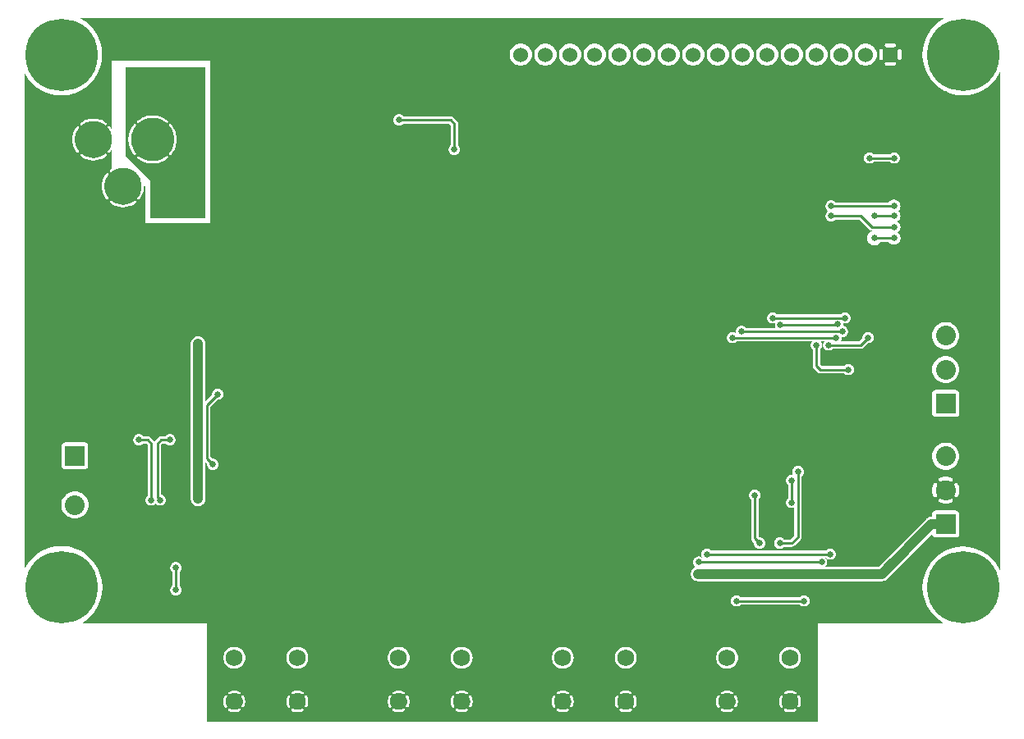
<source format=gbr>
G04 start of page 3 for group 1 idx 1 *
G04 Title: (unknown), solder *
G04 Creator: pcb 4.0.2 *
G04 CreationDate: Fri Feb  3 04:42:44 2023 UTC *
G04 For: ndholmes *
G04 Format: Gerber/RS-274X *
G04 PCB-Dimensions (mil): 4000.00 2900.00 *
G04 PCB-Coordinate-Origin: lower left *
%MOIN*%
%FSLAX25Y25*%
%LNBOTTOM*%
%ADD52C,0.0472*%
%ADD51C,0.1100*%
%ADD50C,0.1250*%
%ADD49C,0.0390*%
%ADD48C,0.0480*%
%ADD47C,0.0380*%
%ADD46C,0.1285*%
%ADD45C,0.0120*%
%ADD44C,0.0260*%
%ADD43C,0.1500*%
%ADD42C,0.1750*%
%ADD41C,0.0690*%
%ADD40C,0.0800*%
%ADD39C,0.0600*%
%ADD38C,0.2937*%
%ADD37C,0.0400*%
%ADD36C,0.0100*%
%ADD35C,0.0250*%
%ADD34C,0.0001*%
G54D34*G36*
X53996Y268000D02*X75500D01*
Y238000D01*
X63745D01*
X63750Y238059D01*
Y238941D01*
X63671Y239818D01*
X63512Y240685D01*
X63276Y241534D01*
X62965Y242358D01*
X62581Y243151D01*
X62126Y243906D01*
X61606Y244616D01*
X61551Y244675D01*
X61488Y244724D01*
X61417Y244762D01*
X61342Y244789D01*
X61263Y244804D01*
X61183Y244807D01*
X61104Y244797D01*
X61027Y244774D01*
X60955Y244740D01*
X60888Y244695D01*
X60830Y244640D01*
X60781Y244576D01*
X60743Y244506D01*
X60716Y244431D01*
X60701Y244352D01*
X60698Y244272D01*
X60709Y244192D01*
X60731Y244115D01*
X60765Y244043D01*
X60812Y243978D01*
X61285Y243346D01*
X61693Y242669D01*
X62037Y241959D01*
X62317Y241220D01*
X62528Y240459D01*
X62670Y239682D01*
X62741Y238895D01*
Y238105D01*
X62732Y238000D01*
X53996D01*
Y247241D01*
X54395D01*
X55182Y247170D01*
X55959Y247028D01*
X56720Y246817D01*
X57459Y246537D01*
X58169Y246193D01*
X58846Y245785D01*
X59483Y245319D01*
X59548Y245273D01*
X59619Y245239D01*
X59694Y245217D01*
X59772Y245207D01*
X59851Y245210D01*
X59928Y245224D01*
X60002Y245251D01*
X60071Y245289D01*
X60134Y245337D01*
X60188Y245394D01*
X60232Y245459D01*
X60266Y245530D01*
X60288Y245606D01*
X60298Y245684D01*
X60295Y245762D01*
X60281Y245840D01*
X60254Y245914D01*
X60217Y245983D01*
X60168Y246045D01*
X60110Y246098D01*
X59406Y246626D01*
X58651Y247081D01*
X57858Y247465D01*
X57034Y247776D01*
X56185Y248012D01*
X55318Y248171D01*
X54441Y248250D01*
X53996D01*
Y268000D01*
G37*
G36*
X43000D02*X53996D01*
Y248250D01*
X53559D01*
X52682Y248171D01*
X51815Y248012D01*
X50966Y247776D01*
X50142Y247465D01*
X49349Y247081D01*
X48594Y246626D01*
X47884Y246106D01*
X47825Y246051D01*
X47776Y245988D01*
X47738Y245917D01*
X47711Y245842D01*
X47696Y245763D01*
X47693Y245683D01*
X47703Y245604D01*
X47726Y245527D01*
X47760Y245455D01*
X47805Y245388D01*
X47860Y245330D01*
X47924Y245281D01*
X47994Y245243D01*
X48069Y245216D01*
X48148Y245201D01*
X48228Y245198D01*
X48308Y245209D01*
X48385Y245231D01*
X48457Y245265D01*
X48522Y245312D01*
X49154Y245785D01*
X49831Y246193D01*
X50541Y246537D01*
X51280Y246817D01*
X52041Y247028D01*
X52818Y247170D01*
X53605Y247241D01*
X53996D01*
Y238000D01*
X45268D01*
X45259Y238105D01*
Y238895D01*
X45330Y239682D01*
X45472Y240459D01*
X45683Y241220D01*
X45963Y241959D01*
X46307Y242669D01*
X46715Y243346D01*
X47181Y243983D01*
X47227Y244048D01*
X47261Y244119D01*
X47283Y244194D01*
X47293Y244272D01*
X47290Y244351D01*
X47276Y244428D01*
X47249Y244502D01*
X47211Y244571D01*
X47163Y244634D01*
X47106Y244688D01*
X47041Y244732D01*
X46970Y244766D01*
X46894Y244788D01*
X46816Y244798D01*
X46738Y244795D01*
X46660Y244781D01*
X46586Y244754D01*
X46517Y244717D01*
X46455Y244668D01*
X46402Y244610D01*
X45874Y243906D01*
X45419Y243151D01*
X45035Y242358D01*
X44724Y241534D01*
X44488Y240685D01*
X44329Y239818D01*
X44250Y238941D01*
Y238059D01*
X44255Y238000D01*
X43000D01*
Y268000D01*
G37*
G36*
X24123Y288000D02*X121250D01*
Y270450D01*
X33433D01*
X33584Y273000D01*
X33430Y275602D01*
X32821Y278141D01*
X31822Y280552D01*
X30458Y282778D01*
X28763Y284763D01*
X26778Y286458D01*
X24552Y287822D01*
X24123Y288000D01*
G37*
G36*
X316472Y54400D02*X324000D01*
Y2000D01*
X316472D01*
Y7717D01*
X316531Y7762D01*
X316586Y7818D01*
X316630Y7884D01*
X316819Y8230D01*
X316972Y8594D01*
X317093Y8970D01*
X317180Y9356D01*
X317232Y9747D01*
X317250Y10142D01*
X317232Y10536D01*
X317180Y10928D01*
X317093Y11313D01*
X316972Y11689D01*
X316819Y12053D01*
X316634Y12402D01*
X316589Y12467D01*
X316534Y12524D01*
X316472Y12571D01*
Y25342D01*
X316772Y25832D01*
X317041Y26479D01*
X317204Y27160D01*
X317245Y27858D01*
X317204Y28557D01*
X317041Y29238D01*
X316772Y29885D01*
X316472Y30375D01*
Y49500D01*
X316756D01*
X316869Y49369D01*
X317144Y49134D01*
X317453Y48944D01*
X317787Y48806D01*
X318139Y48721D01*
X318500Y48693D01*
X318861Y48721D01*
X319213Y48806D01*
X319547Y48944D01*
X319856Y49134D01*
X320131Y49369D01*
X320366Y49644D01*
X320556Y49953D01*
X320694Y50287D01*
X320779Y50639D01*
X320800Y51000D01*
X320779Y51361D01*
X320694Y51713D01*
X320556Y52047D01*
X320366Y52356D01*
X320131Y52631D01*
X319856Y52866D01*
X319547Y53056D01*
X319213Y53194D01*
X318861Y53279D01*
X318500Y53307D01*
X318139Y53279D01*
X317787Y53194D01*
X317453Y53056D01*
X317144Y52866D01*
X316869Y52631D01*
X316756Y52500D01*
X316472D01*
Y54400D01*
G37*
G36*
Y30375D02*X316407Y30482D01*
X315952Y31015D01*
X315419Y31469D01*
X314822Y31835D01*
X314175Y32104D01*
X313494Y32267D01*
X312797Y32322D01*
Y49500D01*
X316472D01*
Y30375D01*
G37*
G36*
Y2000D02*X312797D01*
Y5687D01*
X313190Y5705D01*
X313581Y5757D01*
X313967Y5844D01*
X314343Y5965D01*
X314707Y6118D01*
X315056Y6304D01*
X315121Y6348D01*
X315178Y6403D01*
X315226Y6467D01*
X315263Y6537D01*
X315289Y6612D01*
X315302Y6690D01*
X315304Y6769D01*
X315293Y6847D01*
X315270Y6923D01*
X315235Y6994D01*
X315189Y7059D01*
X315134Y7116D01*
X315071Y7164D01*
X315001Y7201D01*
X314926Y7227D01*
X314848Y7241D01*
X314769Y7242D01*
X314690Y7231D01*
X314615Y7208D01*
X314544Y7172D01*
X314276Y7026D01*
X313994Y6907D01*
X313703Y6813D01*
X313404Y6746D01*
X313101Y6705D01*
X312797Y6692D01*
Y13592D01*
X313101Y13578D01*
X313404Y13538D01*
X313703Y13470D01*
X313994Y13377D01*
X314276Y13258D01*
X314546Y13115D01*
X314616Y13079D01*
X314691Y13056D01*
X314769Y13045D01*
X314848Y13046D01*
X314925Y13060D01*
X315000Y13085D01*
X315069Y13122D01*
X315132Y13170D01*
X315187Y13226D01*
X315232Y13291D01*
X315266Y13362D01*
X315289Y13437D01*
X315300Y13515D01*
X315299Y13593D01*
X315285Y13671D01*
X315260Y13745D01*
X315223Y13815D01*
X315175Y13878D01*
X315119Y13932D01*
X315053Y13976D01*
X314707Y14165D01*
X314343Y14319D01*
X313967Y14439D01*
X313581Y14526D01*
X313190Y14579D01*
X312797Y14596D01*
Y23395D01*
X313494Y23450D01*
X314175Y23613D01*
X314822Y23881D01*
X315419Y24247D01*
X315952Y24702D01*
X316407Y25235D01*
X316472Y25342D01*
Y12571D01*
X316470Y12572D01*
X316400Y12609D01*
X316325Y12635D01*
X316247Y12649D01*
X316168Y12650D01*
X316090Y12639D01*
X316014Y12616D01*
X315943Y12581D01*
X315878Y12536D01*
X315821Y12481D01*
X315773Y12418D01*
X315736Y12348D01*
X315710Y12273D01*
X315696Y12195D01*
X315695Y12115D01*
X315706Y12037D01*
X315729Y11961D01*
X315765Y11891D01*
X315911Y11622D01*
X316030Y11340D01*
X316124Y11049D01*
X316191Y10751D01*
X316232Y10447D01*
X316245Y10142D01*
X316232Y9836D01*
X316191Y9533D01*
X316124Y9234D01*
X316030Y8943D01*
X315911Y8661D01*
X315768Y8391D01*
X315732Y8321D01*
X315709Y8246D01*
X315698Y8168D01*
X315700Y8089D01*
X315713Y8012D01*
X315739Y7937D01*
X315776Y7868D01*
X315823Y7805D01*
X315880Y7750D01*
X315944Y7705D01*
X316015Y7671D01*
X316090Y7648D01*
X316168Y7637D01*
X316247Y7638D01*
X316325Y7652D01*
X316399Y7677D01*
X316468Y7714D01*
X316472Y7717D01*
Y2000D01*
G37*
G36*
X312797Y54400D02*X316472D01*
Y52500D01*
X312797D01*
Y54400D01*
G37*
G36*
X309118Y49500D02*X312797D01*
Y32322D01*
X312795Y32322D01*
X312097Y32267D01*
X311416Y32104D01*
X310769Y31835D01*
X310172Y31469D01*
X309639Y31015D01*
X309184Y30482D01*
X309118Y30375D01*
Y49500D01*
G37*
G36*
X312797Y2000D02*X309118D01*
Y7713D01*
X309120Y7711D01*
X309190Y7674D01*
X309265Y7648D01*
X309343Y7635D01*
X309422Y7633D01*
X309501Y7644D01*
X309577Y7667D01*
X309648Y7702D01*
X309713Y7748D01*
X309770Y7803D01*
X309817Y7866D01*
X309855Y7936D01*
X309881Y8011D01*
X309894Y8089D01*
X309896Y8168D01*
X309885Y8247D01*
X309861Y8322D01*
X309825Y8393D01*
X309679Y8661D01*
X309560Y8943D01*
X309467Y9234D01*
X309399Y9533D01*
X309359Y9836D01*
X309345Y10142D01*
X309359Y10447D01*
X309399Y10751D01*
X309467Y11049D01*
X309560Y11340D01*
X309679Y11622D01*
X309822Y11892D01*
X309858Y11962D01*
X309881Y12038D01*
X309892Y12116D01*
X309891Y12194D01*
X309877Y12272D01*
X309852Y12346D01*
X309815Y12416D01*
X309767Y12479D01*
X309711Y12533D01*
X309646Y12578D01*
X309575Y12613D01*
X309500Y12636D01*
X309422Y12647D01*
X309344Y12645D01*
X309266Y12632D01*
X309192Y12606D01*
X309122Y12569D01*
X309118Y12566D01*
Y25342D01*
X309184Y25235D01*
X309639Y24702D01*
X310172Y24247D01*
X310769Y23881D01*
X311416Y23613D01*
X312097Y23450D01*
X312795Y23395D01*
X312797Y23395D01*
Y14596D01*
X312795Y14596D01*
X312401Y14579D01*
X312009Y14526D01*
X311624Y14439D01*
X311248Y14319D01*
X310884Y14165D01*
X310535Y13980D01*
X310470Y13935D01*
X310413Y13880D01*
X310365Y13817D01*
X310328Y13747D01*
X310302Y13672D01*
X310288Y13594D01*
X310287Y13515D01*
X310298Y13436D01*
X310321Y13360D01*
X310356Y13289D01*
X310401Y13224D01*
X310456Y13167D01*
X310519Y13120D01*
X310589Y13082D01*
X310664Y13057D01*
X310742Y13043D01*
X310822Y13041D01*
X310900Y13052D01*
X310976Y13076D01*
X311046Y13112D01*
X311315Y13258D01*
X311597Y13377D01*
X311888Y13470D01*
X312186Y13538D01*
X312490Y13578D01*
X312795Y13592D01*
X312797Y13592D01*
Y6692D01*
X312795Y6692D01*
X312490Y6705D01*
X312186Y6746D01*
X311888Y6813D01*
X311597Y6907D01*
X311315Y7026D01*
X311045Y7169D01*
X310975Y7205D01*
X310899Y7228D01*
X310821Y7239D01*
X310743Y7237D01*
X310665Y7224D01*
X310591Y7198D01*
X310521Y7161D01*
X310458Y7114D01*
X310404Y7057D01*
X310359Y6993D01*
X310324Y6922D01*
X310301Y6847D01*
X310290Y6769D01*
X310292Y6690D01*
X310305Y6612D01*
X310331Y6538D01*
X310368Y6469D01*
X310415Y6406D01*
X310472Y6351D01*
X310537Y6307D01*
X310884Y6118D01*
X311248Y5965D01*
X311624Y5844D01*
X312009Y5757D01*
X312401Y5705D01*
X312795Y5687D01*
X312797Y5687D01*
Y2000D01*
G37*
G36*
X309118D02*X304746D01*
Y49500D01*
X309118D01*
Y30375D01*
X308818Y29885D01*
X308550Y29238D01*
X308387Y28557D01*
X308332Y27858D01*
X308387Y27160D01*
X308550Y26479D01*
X308818Y25832D01*
X309118Y25342D01*
Y12566D01*
X309059Y12522D01*
X309005Y12465D01*
X308961Y12400D01*
X308772Y12053D01*
X308618Y11689D01*
X308498Y11313D01*
X308411Y10928D01*
X308358Y10536D01*
X308341Y10142D01*
X308358Y9747D01*
X308411Y9356D01*
X308498Y8970D01*
X308618Y8594D01*
X308772Y8230D01*
X308957Y7881D01*
X309002Y7816D01*
X309057Y7759D01*
X309118Y7713D01*
Y2000D01*
G37*
G36*
X304746Y54400D02*X312797D01*
Y52500D01*
X304746D01*
Y54400D01*
G37*
G36*
X290882Y48702D02*X291000Y48693D01*
X291361Y48721D01*
X291713Y48806D01*
X292047Y48944D01*
X292356Y49134D01*
X292631Y49369D01*
X292744Y49500D01*
X304746D01*
Y2000D01*
X290882D01*
Y7717D01*
X290941Y7762D01*
X290995Y7818D01*
X291039Y7884D01*
X291228Y8230D01*
X291382Y8594D01*
X291502Y8970D01*
X291589Y9356D01*
X291642Y9747D01*
X291659Y10142D01*
X291642Y10536D01*
X291589Y10928D01*
X291502Y11313D01*
X291382Y11689D01*
X291228Y12053D01*
X291043Y12402D01*
X290998Y12467D01*
X290943Y12524D01*
X290882Y12571D01*
Y25342D01*
X291182Y25832D01*
X291450Y26479D01*
X291613Y27160D01*
X291655Y27858D01*
X291613Y28557D01*
X291450Y29238D01*
X291182Y29885D01*
X290882Y30375D01*
Y48702D01*
G37*
G36*
Y54400D02*X304746D01*
Y52500D01*
X292744D01*
X292631Y52631D01*
X292356Y52866D01*
X292047Y53056D01*
X291713Y53194D01*
X291361Y53279D01*
X291000Y53307D01*
X290882Y53298D01*
Y54400D01*
G37*
G36*
Y2000D02*X287206D01*
Y5687D01*
X287599Y5705D01*
X287991Y5757D01*
X288376Y5844D01*
X288752Y5965D01*
X289116Y6118D01*
X289465Y6304D01*
X289530Y6348D01*
X289587Y6403D01*
X289635Y6467D01*
X289672Y6537D01*
X289698Y6612D01*
X289712Y6690D01*
X289713Y6769D01*
X289702Y6847D01*
X289679Y6923D01*
X289644Y6994D01*
X289599Y7059D01*
X289544Y7116D01*
X289481Y7164D01*
X289411Y7201D01*
X289336Y7227D01*
X289258Y7241D01*
X289178Y7242D01*
X289100Y7231D01*
X289024Y7208D01*
X288954Y7172D01*
X288685Y7026D01*
X288403Y6907D01*
X288112Y6813D01*
X287814Y6746D01*
X287510Y6705D01*
X287206Y6692D01*
Y13592D01*
X287510Y13578D01*
X287814Y13538D01*
X288112Y13470D01*
X288403Y13377D01*
X288685Y13258D01*
X288955Y13115D01*
X289025Y13079D01*
X289101Y13056D01*
X289179Y13045D01*
X289257Y13046D01*
X289335Y13060D01*
X289409Y13085D01*
X289479Y13122D01*
X289542Y13170D01*
X289596Y13226D01*
X289641Y13291D01*
X289676Y13362D01*
X289699Y13437D01*
X289710Y13515D01*
X289708Y13593D01*
X289695Y13671D01*
X289669Y13745D01*
X289632Y13815D01*
X289585Y13878D01*
X289528Y13932D01*
X289463Y13976D01*
X289116Y14165D01*
X288752Y14319D01*
X288376Y14439D01*
X287991Y14526D01*
X287599Y14579D01*
X287206Y14596D01*
Y23395D01*
X287903Y23450D01*
X288584Y23613D01*
X289231Y23881D01*
X289828Y24247D01*
X290361Y24702D01*
X290816Y25235D01*
X290882Y25342D01*
Y12571D01*
X290880Y12572D01*
X290810Y12609D01*
X290735Y12635D01*
X290657Y12649D01*
X290578Y12650D01*
X290499Y12639D01*
X290423Y12616D01*
X290352Y12581D01*
X290287Y12536D01*
X290230Y12481D01*
X290182Y12418D01*
X290145Y12348D01*
X290119Y12273D01*
X290106Y12195D01*
X290104Y12115D01*
X290115Y12037D01*
X290139Y11961D01*
X290175Y11891D01*
X290321Y11622D01*
X290440Y11340D01*
X290533Y11049D01*
X290601Y10751D01*
X290641Y10447D01*
X290655Y10142D01*
X290641Y9836D01*
X290601Y9533D01*
X290533Y9234D01*
X290440Y8943D01*
X290321Y8661D01*
X290178Y8391D01*
X290142Y8321D01*
X290119Y8246D01*
X290108Y8168D01*
X290109Y8089D01*
X290123Y8012D01*
X290148Y7937D01*
X290185Y7868D01*
X290233Y7805D01*
X290289Y7750D01*
X290354Y7705D01*
X290425Y7671D01*
X290500Y7648D01*
X290578Y7637D01*
X290656Y7638D01*
X290734Y7652D01*
X290808Y7677D01*
X290878Y7714D01*
X290882Y7717D01*
Y2000D01*
G37*
G36*
X287206Y54400D02*X290882D01*
Y53298D01*
X290639Y53279D01*
X290287Y53194D01*
X289953Y53056D01*
X289644Y52866D01*
X289369Y52631D01*
X289134Y52356D01*
X288944Y52047D01*
X288806Y51713D01*
X288721Y51361D01*
X288693Y51000D01*
X288721Y50639D01*
X288806Y50287D01*
X288944Y49953D01*
X289134Y49644D01*
X289369Y49369D01*
X289644Y49134D01*
X289953Y48944D01*
X290287Y48806D01*
X290639Y48721D01*
X290882Y48702D01*
Y30375D01*
X290816Y30482D01*
X290361Y31015D01*
X289828Y31469D01*
X289231Y31835D01*
X288584Y32104D01*
X287903Y32267D01*
X287206Y32322D01*
Y54400D01*
G37*
G36*
X283528Y25342D02*X283593Y25235D01*
X284048Y24702D01*
X284581Y24247D01*
X285178Y23881D01*
X285825Y23613D01*
X286506Y23450D01*
X287205Y23395D01*
X287206Y23395D01*
Y14596D01*
X287205Y14596D01*
X286810Y14579D01*
X286419Y14526D01*
X286033Y14439D01*
X285657Y14319D01*
X285293Y14165D01*
X284944Y13980D01*
X284879Y13935D01*
X284822Y13880D01*
X284774Y13817D01*
X284737Y13747D01*
X284711Y13672D01*
X284698Y13594D01*
X284696Y13515D01*
X284707Y13436D01*
X284730Y13360D01*
X284765Y13289D01*
X284811Y13224D01*
X284866Y13167D01*
X284929Y13120D01*
X284999Y13082D01*
X285074Y13057D01*
X285152Y13043D01*
X285231Y13041D01*
X285310Y13052D01*
X285385Y13076D01*
X285456Y13112D01*
X285724Y13258D01*
X286006Y13377D01*
X286297Y13470D01*
X286596Y13538D01*
X286899Y13578D01*
X287205Y13592D01*
X287206Y13592D01*
Y6692D01*
X287205Y6692D01*
X286899Y6705D01*
X286596Y6746D01*
X286297Y6813D01*
X286006Y6907D01*
X285724Y7026D01*
X285454Y7169D01*
X285384Y7205D01*
X285309Y7228D01*
X285231Y7239D01*
X285152Y7237D01*
X285075Y7224D01*
X285000Y7198D01*
X284931Y7161D01*
X284868Y7114D01*
X284813Y7057D01*
X284768Y6993D01*
X284734Y6922D01*
X284711Y6847D01*
X284700Y6769D01*
X284701Y6690D01*
X284715Y6612D01*
X284740Y6538D01*
X284777Y6469D01*
X284825Y6406D01*
X284881Y6351D01*
X284947Y6307D01*
X285293Y6118D01*
X285657Y5965D01*
X286033Y5844D01*
X286419Y5757D01*
X286810Y5705D01*
X287205Y5687D01*
X287206Y5687D01*
Y2000D01*
X283528D01*
Y7713D01*
X283530Y7711D01*
X283600Y7674D01*
X283675Y7648D01*
X283753Y7635D01*
X283832Y7633D01*
X283910Y7644D01*
X283986Y7667D01*
X284057Y7702D01*
X284122Y7748D01*
X284179Y7803D01*
X284227Y7866D01*
X284264Y7936D01*
X284290Y8011D01*
X284304Y8089D01*
X284305Y8168D01*
X284294Y8247D01*
X284271Y8322D01*
X284235Y8393D01*
X284089Y8661D01*
X283970Y8943D01*
X283876Y9234D01*
X283809Y9533D01*
X283768Y9836D01*
X283755Y10142D01*
X283768Y10447D01*
X283809Y10751D01*
X283876Y11049D01*
X283970Y11340D01*
X284089Y11622D01*
X284232Y11892D01*
X284268Y11962D01*
X284291Y12038D01*
X284302Y12116D01*
X284300Y12194D01*
X284287Y12272D01*
X284261Y12346D01*
X284224Y12416D01*
X284177Y12479D01*
X284120Y12533D01*
X284056Y12578D01*
X283985Y12613D01*
X283910Y12636D01*
X283832Y12647D01*
X283753Y12645D01*
X283675Y12632D01*
X283601Y12606D01*
X283532Y12569D01*
X283528Y12566D01*
Y25342D01*
G37*
G36*
Y54400D02*X287206D01*
Y32322D01*
X287205Y32322D01*
X286506Y32267D01*
X285825Y32104D01*
X285178Y31835D01*
X284581Y31469D01*
X284048Y31015D01*
X283593Y30482D01*
X283528Y30375D01*
Y54400D01*
G37*
G36*
X249772D02*X283528D01*
Y30375D01*
X283228Y29885D01*
X282959Y29238D01*
X282796Y28557D01*
X282741Y27858D01*
X282796Y27160D01*
X282959Y26479D01*
X283228Y25832D01*
X283528Y25342D01*
Y12566D01*
X283469Y12522D01*
X283414Y12465D01*
X283370Y12400D01*
X283181Y12053D01*
X283028Y11689D01*
X282907Y11313D01*
X282820Y10928D01*
X282768Y10536D01*
X282750Y10142D01*
X282768Y9747D01*
X282820Y9356D01*
X282907Y8970D01*
X283028Y8594D01*
X283181Y8230D01*
X283366Y7881D01*
X283411Y7816D01*
X283466Y7759D01*
X283528Y7713D01*
Y2000D01*
X249772D01*
Y7717D01*
X249831Y7762D01*
X249886Y7818D01*
X249930Y7884D01*
X250119Y8230D01*
X250272Y8594D01*
X250393Y8970D01*
X250480Y9356D01*
X250532Y9747D01*
X250550Y10142D01*
X250532Y10536D01*
X250480Y10928D01*
X250393Y11313D01*
X250272Y11689D01*
X250119Y12053D01*
X249934Y12402D01*
X249889Y12467D01*
X249834Y12524D01*
X249772Y12571D01*
Y25342D01*
X250072Y25832D01*
X250341Y26479D01*
X250504Y27160D01*
X250545Y27858D01*
X250504Y28557D01*
X250341Y29238D01*
X250072Y29885D01*
X249772Y30375D01*
Y54400D01*
G37*
G36*
Y2000D02*X246097D01*
Y5687D01*
X246490Y5705D01*
X246881Y5757D01*
X247267Y5844D01*
X247643Y5965D01*
X248007Y6118D01*
X248356Y6304D01*
X248421Y6348D01*
X248478Y6403D01*
X248526Y6467D01*
X248563Y6537D01*
X248589Y6612D01*
X248602Y6690D01*
X248604Y6769D01*
X248593Y6847D01*
X248570Y6923D01*
X248535Y6994D01*
X248489Y7059D01*
X248434Y7116D01*
X248371Y7164D01*
X248301Y7201D01*
X248226Y7227D01*
X248148Y7241D01*
X248069Y7242D01*
X247990Y7231D01*
X247915Y7208D01*
X247844Y7172D01*
X247576Y7026D01*
X247294Y6907D01*
X247003Y6813D01*
X246704Y6746D01*
X246401Y6705D01*
X246097Y6692D01*
Y13592D01*
X246401Y13578D01*
X246704Y13538D01*
X247003Y13470D01*
X247294Y13377D01*
X247576Y13258D01*
X247846Y13115D01*
X247916Y13079D01*
X247991Y13056D01*
X248069Y13045D01*
X248148Y13046D01*
X248225Y13060D01*
X248300Y13085D01*
X248369Y13122D01*
X248432Y13170D01*
X248487Y13226D01*
X248532Y13291D01*
X248566Y13362D01*
X248589Y13437D01*
X248600Y13515D01*
X248599Y13593D01*
X248585Y13671D01*
X248560Y13745D01*
X248523Y13815D01*
X248475Y13878D01*
X248419Y13932D01*
X248353Y13976D01*
X248007Y14165D01*
X247643Y14319D01*
X247267Y14439D01*
X246881Y14526D01*
X246490Y14579D01*
X246097Y14596D01*
Y23395D01*
X246794Y23450D01*
X247475Y23613D01*
X248122Y23881D01*
X248719Y24247D01*
X249252Y24702D01*
X249707Y25235D01*
X249772Y25342D01*
Y12571D01*
X249770Y12572D01*
X249700Y12609D01*
X249625Y12635D01*
X249547Y12649D01*
X249468Y12650D01*
X249390Y12639D01*
X249314Y12616D01*
X249243Y12581D01*
X249178Y12536D01*
X249121Y12481D01*
X249073Y12418D01*
X249036Y12348D01*
X249010Y12273D01*
X248996Y12195D01*
X248995Y12115D01*
X249006Y12037D01*
X249029Y11961D01*
X249065Y11891D01*
X249211Y11622D01*
X249330Y11340D01*
X249424Y11049D01*
X249491Y10751D01*
X249532Y10447D01*
X249545Y10142D01*
X249532Y9836D01*
X249491Y9533D01*
X249424Y9234D01*
X249330Y8943D01*
X249211Y8661D01*
X249068Y8391D01*
X249032Y8321D01*
X249009Y8246D01*
X248998Y8168D01*
X249000Y8089D01*
X249013Y8012D01*
X249039Y7937D01*
X249076Y7868D01*
X249123Y7805D01*
X249180Y7750D01*
X249244Y7705D01*
X249315Y7671D01*
X249390Y7648D01*
X249468Y7637D01*
X249547Y7638D01*
X249625Y7652D01*
X249699Y7677D01*
X249768Y7714D01*
X249772Y7717D01*
Y2000D01*
G37*
G36*
X246097Y54400D02*X249772D01*
Y30375D01*
X249707Y30482D01*
X249252Y31015D01*
X248719Y31469D01*
X248122Y31835D01*
X247475Y32104D01*
X246794Y32267D01*
X246097Y32322D01*
Y54400D01*
G37*
G36*
X242418Y25342D02*X242484Y25235D01*
X242939Y24702D01*
X243472Y24247D01*
X244069Y23881D01*
X244716Y23613D01*
X245397Y23450D01*
X246095Y23395D01*
X246097Y23395D01*
Y14596D01*
X246095Y14596D01*
X245701Y14579D01*
X245309Y14526D01*
X244924Y14439D01*
X244548Y14319D01*
X244184Y14165D01*
X243835Y13980D01*
X243770Y13935D01*
X243713Y13880D01*
X243665Y13817D01*
X243628Y13747D01*
X243602Y13672D01*
X243588Y13594D01*
X243587Y13515D01*
X243598Y13436D01*
X243621Y13360D01*
X243656Y13289D01*
X243701Y13224D01*
X243756Y13167D01*
X243819Y13120D01*
X243889Y13082D01*
X243964Y13057D01*
X244042Y13043D01*
X244122Y13041D01*
X244200Y13052D01*
X244276Y13076D01*
X244346Y13112D01*
X244615Y13258D01*
X244897Y13377D01*
X245188Y13470D01*
X245486Y13538D01*
X245790Y13578D01*
X246095Y13592D01*
X246097Y13592D01*
Y6692D01*
X246095Y6692D01*
X245790Y6705D01*
X245486Y6746D01*
X245188Y6813D01*
X244897Y6907D01*
X244615Y7026D01*
X244345Y7169D01*
X244275Y7205D01*
X244199Y7228D01*
X244121Y7239D01*
X244043Y7237D01*
X243965Y7224D01*
X243891Y7198D01*
X243821Y7161D01*
X243758Y7114D01*
X243704Y7057D01*
X243659Y6993D01*
X243624Y6922D01*
X243601Y6847D01*
X243590Y6769D01*
X243592Y6690D01*
X243605Y6612D01*
X243631Y6538D01*
X243668Y6469D01*
X243715Y6406D01*
X243772Y6351D01*
X243837Y6307D01*
X244184Y6118D01*
X244548Y5965D01*
X244924Y5844D01*
X245309Y5757D01*
X245701Y5705D01*
X246095Y5687D01*
X246097Y5687D01*
Y2000D01*
X242418D01*
Y7713D01*
X242420Y7711D01*
X242490Y7674D01*
X242565Y7648D01*
X242643Y7635D01*
X242722Y7633D01*
X242801Y7644D01*
X242877Y7667D01*
X242948Y7702D01*
X243013Y7748D01*
X243070Y7803D01*
X243117Y7866D01*
X243155Y7936D01*
X243181Y8011D01*
X243194Y8089D01*
X243196Y8168D01*
X243185Y8247D01*
X243161Y8322D01*
X243125Y8393D01*
X242979Y8661D01*
X242860Y8943D01*
X242767Y9234D01*
X242699Y9533D01*
X242659Y9836D01*
X242645Y10142D01*
X242659Y10447D01*
X242699Y10751D01*
X242767Y11049D01*
X242860Y11340D01*
X242979Y11622D01*
X243122Y11892D01*
X243158Y11962D01*
X243181Y12038D01*
X243192Y12116D01*
X243191Y12194D01*
X243177Y12272D01*
X243152Y12346D01*
X243115Y12416D01*
X243067Y12479D01*
X243011Y12533D01*
X242946Y12578D01*
X242875Y12613D01*
X242800Y12636D01*
X242722Y12647D01*
X242644Y12645D01*
X242566Y12632D01*
X242492Y12606D01*
X242422Y12569D01*
X242418Y12566D01*
Y25342D01*
G37*
G36*
Y54400D02*X246097D01*
Y32322D01*
X246095Y32322D01*
X245397Y32267D01*
X244716Y32104D01*
X244069Y31835D01*
X243472Y31469D01*
X242939Y31015D01*
X242484Y30482D01*
X242418Y30375D01*
Y54400D01*
G37*
G36*
X224182D02*X242418D01*
Y30375D01*
X242118Y29885D01*
X241850Y29238D01*
X241687Y28557D01*
X241632Y27858D01*
X241687Y27160D01*
X241850Y26479D01*
X242118Y25832D01*
X242418Y25342D01*
Y12566D01*
X242359Y12522D01*
X242305Y12465D01*
X242261Y12400D01*
X242072Y12053D01*
X241918Y11689D01*
X241798Y11313D01*
X241711Y10928D01*
X241658Y10536D01*
X241641Y10142D01*
X241658Y9747D01*
X241711Y9356D01*
X241798Y8970D01*
X241918Y8594D01*
X242072Y8230D01*
X242257Y7881D01*
X242302Y7816D01*
X242357Y7759D01*
X242418Y7713D01*
Y2000D01*
X224182D01*
Y7717D01*
X224241Y7762D01*
X224295Y7818D01*
X224339Y7884D01*
X224528Y8230D01*
X224682Y8594D01*
X224802Y8970D01*
X224889Y9356D01*
X224942Y9747D01*
X224959Y10142D01*
X224942Y10536D01*
X224889Y10928D01*
X224802Y11313D01*
X224682Y11689D01*
X224528Y12053D01*
X224343Y12402D01*
X224298Y12467D01*
X224243Y12524D01*
X224182Y12571D01*
Y25342D01*
X224482Y25832D01*
X224750Y26479D01*
X224913Y27160D01*
X224955Y27858D01*
X224913Y28557D01*
X224750Y29238D01*
X224482Y29885D01*
X224182Y30375D01*
Y54400D01*
G37*
G36*
Y2000D02*X220506D01*
Y5687D01*
X220899Y5705D01*
X221291Y5757D01*
X221676Y5844D01*
X222052Y5965D01*
X222416Y6118D01*
X222765Y6304D01*
X222830Y6348D01*
X222887Y6403D01*
X222935Y6467D01*
X222972Y6537D01*
X222998Y6612D01*
X223012Y6690D01*
X223013Y6769D01*
X223002Y6847D01*
X222979Y6923D01*
X222944Y6994D01*
X222899Y7059D01*
X222844Y7116D01*
X222781Y7164D01*
X222711Y7201D01*
X222636Y7227D01*
X222558Y7241D01*
X222478Y7242D01*
X222400Y7231D01*
X222324Y7208D01*
X222254Y7172D01*
X221985Y7026D01*
X221703Y6907D01*
X221412Y6813D01*
X221114Y6746D01*
X220810Y6705D01*
X220506Y6692D01*
Y13592D01*
X220810Y13578D01*
X221114Y13538D01*
X221412Y13470D01*
X221703Y13377D01*
X221985Y13258D01*
X222255Y13115D01*
X222325Y13079D01*
X222401Y13056D01*
X222479Y13045D01*
X222557Y13046D01*
X222635Y13060D01*
X222709Y13085D01*
X222779Y13122D01*
X222842Y13170D01*
X222896Y13226D01*
X222941Y13291D01*
X222976Y13362D01*
X222999Y13437D01*
X223010Y13515D01*
X223008Y13593D01*
X222995Y13671D01*
X222969Y13745D01*
X222932Y13815D01*
X222885Y13878D01*
X222828Y13932D01*
X222763Y13976D01*
X222416Y14165D01*
X222052Y14319D01*
X221676Y14439D01*
X221291Y14526D01*
X220899Y14579D01*
X220506Y14596D01*
Y23395D01*
X221203Y23450D01*
X221884Y23613D01*
X222531Y23881D01*
X223128Y24247D01*
X223661Y24702D01*
X224116Y25235D01*
X224182Y25342D01*
Y12571D01*
X224180Y12572D01*
X224110Y12609D01*
X224035Y12635D01*
X223957Y12649D01*
X223878Y12650D01*
X223799Y12639D01*
X223723Y12616D01*
X223652Y12581D01*
X223587Y12536D01*
X223530Y12481D01*
X223482Y12418D01*
X223445Y12348D01*
X223419Y12273D01*
X223406Y12195D01*
X223404Y12115D01*
X223415Y12037D01*
X223439Y11961D01*
X223475Y11891D01*
X223621Y11622D01*
X223740Y11340D01*
X223833Y11049D01*
X223901Y10751D01*
X223941Y10447D01*
X223955Y10142D01*
X223941Y9836D01*
X223901Y9533D01*
X223833Y9234D01*
X223740Y8943D01*
X223621Y8661D01*
X223478Y8391D01*
X223442Y8321D01*
X223419Y8246D01*
X223408Y8168D01*
X223409Y8089D01*
X223423Y8012D01*
X223448Y7937D01*
X223485Y7868D01*
X223533Y7805D01*
X223589Y7750D01*
X223654Y7705D01*
X223725Y7671D01*
X223800Y7648D01*
X223878Y7637D01*
X223956Y7638D01*
X224034Y7652D01*
X224108Y7677D01*
X224178Y7714D01*
X224182Y7717D01*
Y2000D01*
G37*
G36*
X220506Y54400D02*X224182D01*
Y30375D01*
X224116Y30482D01*
X223661Y31015D01*
X223128Y31469D01*
X222531Y31835D01*
X221884Y32104D01*
X221203Y32267D01*
X220506Y32322D01*
Y54400D01*
G37*
G36*
X216828Y25342D02*X216893Y25235D01*
X217348Y24702D01*
X217881Y24247D01*
X218478Y23881D01*
X219125Y23613D01*
X219806Y23450D01*
X220505Y23395D01*
X220506Y23395D01*
Y14596D01*
X220505Y14596D01*
X220110Y14579D01*
X219719Y14526D01*
X219333Y14439D01*
X218957Y14319D01*
X218593Y14165D01*
X218244Y13980D01*
X218179Y13935D01*
X218122Y13880D01*
X218074Y13817D01*
X218037Y13747D01*
X218011Y13672D01*
X217998Y13594D01*
X217996Y13515D01*
X218007Y13436D01*
X218030Y13360D01*
X218065Y13289D01*
X218111Y13224D01*
X218166Y13167D01*
X218229Y13120D01*
X218299Y13082D01*
X218374Y13057D01*
X218452Y13043D01*
X218531Y13041D01*
X218609Y13052D01*
X218685Y13076D01*
X218756Y13112D01*
X219024Y13258D01*
X219306Y13377D01*
X219597Y13470D01*
X219896Y13538D01*
X220199Y13578D01*
X220505Y13592D01*
X220506Y13592D01*
Y6692D01*
X220505Y6692D01*
X220199Y6705D01*
X219896Y6746D01*
X219597Y6813D01*
X219306Y6907D01*
X219024Y7026D01*
X218754Y7169D01*
X218684Y7205D01*
X218609Y7228D01*
X218531Y7239D01*
X218452Y7237D01*
X218375Y7224D01*
X218300Y7198D01*
X218231Y7161D01*
X218168Y7114D01*
X218113Y7057D01*
X218068Y6993D01*
X218034Y6922D01*
X218011Y6847D01*
X218000Y6769D01*
X218001Y6690D01*
X218015Y6612D01*
X218040Y6538D01*
X218077Y6469D01*
X218125Y6406D01*
X218181Y6351D01*
X218247Y6307D01*
X218593Y6118D01*
X218957Y5965D01*
X219333Y5844D01*
X219719Y5757D01*
X220110Y5705D01*
X220505Y5687D01*
X220506Y5687D01*
Y2000D01*
X216828D01*
Y7713D01*
X216830Y7711D01*
X216900Y7674D01*
X216975Y7648D01*
X217053Y7635D01*
X217132Y7633D01*
X217210Y7644D01*
X217286Y7667D01*
X217357Y7702D01*
X217422Y7748D01*
X217479Y7803D01*
X217527Y7866D01*
X217564Y7936D01*
X217590Y8011D01*
X217604Y8089D01*
X217605Y8168D01*
X217594Y8247D01*
X217571Y8322D01*
X217535Y8393D01*
X217389Y8661D01*
X217270Y8943D01*
X217176Y9234D01*
X217109Y9533D01*
X217068Y9836D01*
X217055Y10142D01*
X217068Y10447D01*
X217109Y10751D01*
X217176Y11049D01*
X217270Y11340D01*
X217389Y11622D01*
X217532Y11892D01*
X217568Y11962D01*
X217591Y12038D01*
X217602Y12116D01*
X217600Y12194D01*
X217587Y12272D01*
X217561Y12346D01*
X217524Y12416D01*
X217477Y12479D01*
X217420Y12533D01*
X217356Y12578D01*
X217285Y12613D01*
X217210Y12636D01*
X217132Y12647D01*
X217053Y12645D01*
X216975Y12632D01*
X216901Y12606D01*
X216832Y12569D01*
X216828Y12566D01*
Y25342D01*
G37*
G36*
Y54400D02*X220506D01*
Y32322D01*
X220505Y32322D01*
X219806Y32267D01*
X219125Y32104D01*
X218478Y31835D01*
X217881Y31469D01*
X217348Y31015D01*
X216893Y30482D01*
X216828Y30375D01*
Y54400D01*
G37*
G36*
X183172D02*X216828D01*
Y30375D01*
X216528Y29885D01*
X216259Y29238D01*
X216096Y28557D01*
X216041Y27858D01*
X216096Y27160D01*
X216259Y26479D01*
X216528Y25832D01*
X216828Y25342D01*
Y12566D01*
X216769Y12522D01*
X216714Y12465D01*
X216670Y12400D01*
X216481Y12053D01*
X216328Y11689D01*
X216207Y11313D01*
X216120Y10928D01*
X216068Y10536D01*
X216050Y10142D01*
X216068Y9747D01*
X216120Y9356D01*
X216207Y8970D01*
X216328Y8594D01*
X216481Y8230D01*
X216666Y7881D01*
X216711Y7816D01*
X216766Y7759D01*
X216828Y7713D01*
Y2000D01*
X183172D01*
Y7717D01*
X183231Y7762D01*
X183286Y7818D01*
X183330Y7884D01*
X183519Y8230D01*
X183672Y8594D01*
X183793Y8970D01*
X183880Y9356D01*
X183932Y9747D01*
X183950Y10142D01*
X183932Y10536D01*
X183880Y10928D01*
X183793Y11313D01*
X183672Y11689D01*
X183519Y12053D01*
X183334Y12402D01*
X183289Y12467D01*
X183234Y12524D01*
X183172Y12571D01*
Y25342D01*
X183472Y25832D01*
X183741Y26479D01*
X183904Y27160D01*
X183945Y27858D01*
X183904Y28557D01*
X183741Y29238D01*
X183472Y29885D01*
X183172Y30375D01*
Y54400D01*
G37*
G36*
Y2000D02*X179497D01*
Y5687D01*
X179890Y5705D01*
X180281Y5757D01*
X180667Y5844D01*
X181043Y5965D01*
X181407Y6118D01*
X181756Y6304D01*
X181821Y6348D01*
X181878Y6403D01*
X181926Y6467D01*
X181963Y6537D01*
X181989Y6612D01*
X182002Y6690D01*
X182004Y6769D01*
X181993Y6847D01*
X181970Y6923D01*
X181935Y6994D01*
X181889Y7059D01*
X181834Y7116D01*
X181771Y7164D01*
X181701Y7201D01*
X181626Y7227D01*
X181548Y7241D01*
X181469Y7242D01*
X181390Y7231D01*
X181315Y7208D01*
X181244Y7172D01*
X180976Y7026D01*
X180694Y6907D01*
X180403Y6813D01*
X180104Y6746D01*
X179801Y6705D01*
X179497Y6692D01*
Y13592D01*
X179801Y13578D01*
X180104Y13538D01*
X180403Y13470D01*
X180694Y13377D01*
X180976Y13258D01*
X181246Y13115D01*
X181316Y13079D01*
X181391Y13056D01*
X181469Y13045D01*
X181548Y13046D01*
X181625Y13060D01*
X181700Y13085D01*
X181769Y13122D01*
X181832Y13170D01*
X181887Y13226D01*
X181932Y13291D01*
X181966Y13362D01*
X181989Y13437D01*
X182000Y13515D01*
X181999Y13593D01*
X181985Y13671D01*
X181960Y13745D01*
X181923Y13815D01*
X181875Y13878D01*
X181819Y13932D01*
X181753Y13976D01*
X181407Y14165D01*
X181043Y14319D01*
X180667Y14439D01*
X180281Y14526D01*
X179890Y14579D01*
X179497Y14596D01*
Y23395D01*
X180194Y23450D01*
X180875Y23613D01*
X181522Y23881D01*
X182119Y24247D01*
X182652Y24702D01*
X183107Y25235D01*
X183172Y25342D01*
Y12571D01*
X183170Y12572D01*
X183100Y12609D01*
X183025Y12635D01*
X182947Y12649D01*
X182868Y12650D01*
X182790Y12639D01*
X182714Y12616D01*
X182643Y12581D01*
X182578Y12536D01*
X182521Y12481D01*
X182473Y12418D01*
X182436Y12348D01*
X182410Y12273D01*
X182396Y12195D01*
X182395Y12115D01*
X182406Y12037D01*
X182429Y11961D01*
X182465Y11891D01*
X182611Y11622D01*
X182730Y11340D01*
X182824Y11049D01*
X182891Y10751D01*
X182932Y10447D01*
X182945Y10142D01*
X182932Y9836D01*
X182891Y9533D01*
X182824Y9234D01*
X182730Y8943D01*
X182611Y8661D01*
X182468Y8391D01*
X182432Y8321D01*
X182409Y8246D01*
X182398Y8168D01*
X182400Y8089D01*
X182413Y8012D01*
X182439Y7937D01*
X182476Y7868D01*
X182523Y7805D01*
X182580Y7750D01*
X182644Y7705D01*
X182715Y7671D01*
X182790Y7648D01*
X182868Y7637D01*
X182947Y7638D01*
X183025Y7652D01*
X183099Y7677D01*
X183168Y7714D01*
X183172Y7717D01*
Y2000D01*
G37*
G36*
X179497Y54400D02*X183172D01*
Y30375D01*
X183107Y30482D01*
X182652Y31015D01*
X182119Y31469D01*
X181522Y31835D01*
X180875Y32104D01*
X180194Y32267D01*
X179497Y32322D01*
Y54400D01*
G37*
G36*
X175818Y25342D02*X175884Y25235D01*
X176339Y24702D01*
X176872Y24247D01*
X177469Y23881D01*
X178116Y23613D01*
X178797Y23450D01*
X179495Y23395D01*
X179497Y23395D01*
Y14596D01*
X179495Y14596D01*
X179101Y14579D01*
X178709Y14526D01*
X178324Y14439D01*
X177948Y14319D01*
X177584Y14165D01*
X177235Y13980D01*
X177170Y13935D01*
X177113Y13880D01*
X177065Y13817D01*
X177028Y13747D01*
X177002Y13672D01*
X176988Y13594D01*
X176987Y13515D01*
X176998Y13436D01*
X177021Y13360D01*
X177056Y13289D01*
X177101Y13224D01*
X177156Y13167D01*
X177219Y13120D01*
X177289Y13082D01*
X177364Y13057D01*
X177442Y13043D01*
X177522Y13041D01*
X177600Y13052D01*
X177676Y13076D01*
X177746Y13112D01*
X178015Y13258D01*
X178297Y13377D01*
X178588Y13470D01*
X178886Y13538D01*
X179190Y13578D01*
X179495Y13592D01*
X179497Y13592D01*
Y6692D01*
X179495Y6692D01*
X179190Y6705D01*
X178886Y6746D01*
X178588Y6813D01*
X178297Y6907D01*
X178015Y7026D01*
X177745Y7169D01*
X177675Y7205D01*
X177599Y7228D01*
X177521Y7239D01*
X177443Y7237D01*
X177365Y7224D01*
X177291Y7198D01*
X177221Y7161D01*
X177158Y7114D01*
X177104Y7057D01*
X177059Y6993D01*
X177024Y6922D01*
X177001Y6847D01*
X176990Y6769D01*
X176992Y6690D01*
X177005Y6612D01*
X177031Y6538D01*
X177068Y6469D01*
X177115Y6406D01*
X177172Y6351D01*
X177237Y6307D01*
X177584Y6118D01*
X177948Y5965D01*
X178324Y5844D01*
X178709Y5757D01*
X179101Y5705D01*
X179495Y5687D01*
X179497Y5687D01*
Y2000D01*
X175818D01*
Y7713D01*
X175820Y7711D01*
X175890Y7674D01*
X175965Y7648D01*
X176043Y7635D01*
X176122Y7633D01*
X176201Y7644D01*
X176277Y7667D01*
X176348Y7702D01*
X176413Y7748D01*
X176470Y7803D01*
X176517Y7866D01*
X176555Y7936D01*
X176581Y8011D01*
X176594Y8089D01*
X176596Y8168D01*
X176585Y8247D01*
X176561Y8322D01*
X176525Y8393D01*
X176379Y8661D01*
X176260Y8943D01*
X176167Y9234D01*
X176099Y9533D01*
X176059Y9836D01*
X176045Y10142D01*
X176059Y10447D01*
X176099Y10751D01*
X176167Y11049D01*
X176260Y11340D01*
X176379Y11622D01*
X176522Y11892D01*
X176558Y11962D01*
X176581Y12038D01*
X176592Y12116D01*
X176591Y12194D01*
X176577Y12272D01*
X176552Y12346D01*
X176515Y12416D01*
X176467Y12479D01*
X176411Y12533D01*
X176346Y12578D01*
X176275Y12613D01*
X176200Y12636D01*
X176122Y12647D01*
X176044Y12645D01*
X175966Y12632D01*
X175892Y12606D01*
X175822Y12569D01*
X175818Y12566D01*
Y25342D01*
G37*
G36*
Y54400D02*X179497D01*
Y32322D01*
X179495Y32322D01*
X178797Y32267D01*
X178116Y32104D01*
X177469Y31835D01*
X176872Y31469D01*
X176339Y31015D01*
X175884Y30482D01*
X175818Y30375D01*
Y54400D01*
G37*
G36*
X157582D02*X175818D01*
Y30375D01*
X175518Y29885D01*
X175250Y29238D01*
X175087Y28557D01*
X175032Y27858D01*
X175087Y27160D01*
X175250Y26479D01*
X175518Y25832D01*
X175818Y25342D01*
Y12566D01*
X175759Y12522D01*
X175705Y12465D01*
X175661Y12400D01*
X175472Y12053D01*
X175318Y11689D01*
X175198Y11313D01*
X175111Y10928D01*
X175058Y10536D01*
X175041Y10142D01*
X175058Y9747D01*
X175111Y9356D01*
X175198Y8970D01*
X175318Y8594D01*
X175472Y8230D01*
X175657Y7881D01*
X175702Y7816D01*
X175757Y7759D01*
X175818Y7713D01*
Y2000D01*
X157582D01*
Y7717D01*
X157641Y7762D01*
X157695Y7818D01*
X157739Y7884D01*
X157928Y8230D01*
X158082Y8594D01*
X158202Y8970D01*
X158289Y9356D01*
X158342Y9747D01*
X158359Y10142D01*
X158342Y10536D01*
X158289Y10928D01*
X158202Y11313D01*
X158082Y11689D01*
X157928Y12053D01*
X157743Y12402D01*
X157698Y12467D01*
X157643Y12524D01*
X157582Y12571D01*
Y25342D01*
X157882Y25832D01*
X158150Y26479D01*
X158313Y27160D01*
X158355Y27858D01*
X158313Y28557D01*
X158150Y29238D01*
X157882Y29885D01*
X157582Y30375D01*
Y54400D01*
G37*
G36*
Y2000D02*X153906D01*
Y5687D01*
X154299Y5705D01*
X154691Y5757D01*
X155076Y5844D01*
X155452Y5965D01*
X155816Y6118D01*
X156165Y6304D01*
X156230Y6348D01*
X156287Y6403D01*
X156335Y6467D01*
X156372Y6537D01*
X156398Y6612D01*
X156412Y6690D01*
X156413Y6769D01*
X156402Y6847D01*
X156379Y6923D01*
X156344Y6994D01*
X156299Y7059D01*
X156244Y7116D01*
X156181Y7164D01*
X156111Y7201D01*
X156036Y7227D01*
X155958Y7241D01*
X155878Y7242D01*
X155800Y7231D01*
X155724Y7208D01*
X155654Y7172D01*
X155385Y7026D01*
X155103Y6907D01*
X154812Y6813D01*
X154514Y6746D01*
X154210Y6705D01*
X153906Y6692D01*
Y13592D01*
X154210Y13578D01*
X154514Y13538D01*
X154812Y13470D01*
X155103Y13377D01*
X155385Y13258D01*
X155655Y13115D01*
X155725Y13079D01*
X155801Y13056D01*
X155879Y13045D01*
X155957Y13046D01*
X156035Y13060D01*
X156109Y13085D01*
X156179Y13122D01*
X156242Y13170D01*
X156296Y13226D01*
X156341Y13291D01*
X156376Y13362D01*
X156399Y13437D01*
X156410Y13515D01*
X156408Y13593D01*
X156395Y13671D01*
X156369Y13745D01*
X156332Y13815D01*
X156285Y13878D01*
X156228Y13932D01*
X156163Y13976D01*
X155816Y14165D01*
X155452Y14319D01*
X155076Y14439D01*
X154691Y14526D01*
X154299Y14579D01*
X153906Y14596D01*
Y23395D01*
X154603Y23450D01*
X155284Y23613D01*
X155931Y23881D01*
X156528Y24247D01*
X157061Y24702D01*
X157516Y25235D01*
X157582Y25342D01*
Y12571D01*
X157580Y12572D01*
X157510Y12609D01*
X157435Y12635D01*
X157357Y12649D01*
X157278Y12650D01*
X157199Y12639D01*
X157123Y12616D01*
X157052Y12581D01*
X156987Y12536D01*
X156930Y12481D01*
X156882Y12418D01*
X156845Y12348D01*
X156819Y12273D01*
X156806Y12195D01*
X156804Y12115D01*
X156815Y12037D01*
X156839Y11961D01*
X156875Y11891D01*
X157021Y11622D01*
X157140Y11340D01*
X157233Y11049D01*
X157301Y10751D01*
X157341Y10447D01*
X157355Y10142D01*
X157341Y9836D01*
X157301Y9533D01*
X157233Y9234D01*
X157140Y8943D01*
X157021Y8661D01*
X156878Y8391D01*
X156842Y8321D01*
X156819Y8246D01*
X156808Y8168D01*
X156809Y8089D01*
X156823Y8012D01*
X156848Y7937D01*
X156885Y7868D01*
X156933Y7805D01*
X156989Y7750D01*
X157054Y7705D01*
X157125Y7671D01*
X157200Y7648D01*
X157278Y7637D01*
X157356Y7638D01*
X157434Y7652D01*
X157508Y7677D01*
X157578Y7714D01*
X157582Y7717D01*
Y2000D01*
G37*
G36*
X153906Y54400D02*X157582D01*
Y30375D01*
X157516Y30482D01*
X157061Y31015D01*
X156528Y31469D01*
X155931Y31835D01*
X155284Y32104D01*
X154603Y32267D01*
X153906Y32322D01*
Y54400D01*
G37*
G36*
X150228Y25342D02*X150293Y25235D01*
X150748Y24702D01*
X151281Y24247D01*
X151878Y23881D01*
X152525Y23613D01*
X153206Y23450D01*
X153905Y23395D01*
X153906Y23395D01*
Y14596D01*
X153905Y14596D01*
X153510Y14579D01*
X153119Y14526D01*
X152733Y14439D01*
X152357Y14319D01*
X151993Y14165D01*
X151644Y13980D01*
X151579Y13935D01*
X151522Y13880D01*
X151474Y13817D01*
X151437Y13747D01*
X151411Y13672D01*
X151398Y13594D01*
X151396Y13515D01*
X151407Y13436D01*
X151430Y13360D01*
X151465Y13289D01*
X151511Y13224D01*
X151566Y13167D01*
X151629Y13120D01*
X151699Y13082D01*
X151774Y13057D01*
X151852Y13043D01*
X151931Y13041D01*
X152010Y13052D01*
X152085Y13076D01*
X152156Y13112D01*
X152424Y13258D01*
X152706Y13377D01*
X152997Y13470D01*
X153296Y13538D01*
X153599Y13578D01*
X153905Y13592D01*
X153906Y13592D01*
Y6692D01*
X153905Y6692D01*
X153599Y6705D01*
X153296Y6746D01*
X152997Y6813D01*
X152706Y6907D01*
X152424Y7026D01*
X152154Y7169D01*
X152084Y7205D01*
X152009Y7228D01*
X151931Y7239D01*
X151852Y7237D01*
X151775Y7224D01*
X151700Y7198D01*
X151631Y7161D01*
X151568Y7114D01*
X151513Y7057D01*
X151468Y6993D01*
X151434Y6922D01*
X151411Y6847D01*
X151400Y6769D01*
X151401Y6690D01*
X151415Y6612D01*
X151440Y6538D01*
X151477Y6469D01*
X151525Y6406D01*
X151581Y6351D01*
X151647Y6307D01*
X151993Y6118D01*
X152357Y5965D01*
X152733Y5844D01*
X153119Y5757D01*
X153510Y5705D01*
X153905Y5687D01*
X153906Y5687D01*
Y2000D01*
X150228D01*
Y7713D01*
X150230Y7711D01*
X150300Y7674D01*
X150375Y7648D01*
X150453Y7635D01*
X150532Y7633D01*
X150610Y7644D01*
X150686Y7667D01*
X150757Y7702D01*
X150822Y7748D01*
X150879Y7803D01*
X150927Y7866D01*
X150964Y7936D01*
X150990Y8011D01*
X151004Y8089D01*
X151005Y8168D01*
X150994Y8247D01*
X150971Y8322D01*
X150935Y8393D01*
X150789Y8661D01*
X150670Y8943D01*
X150576Y9234D01*
X150509Y9533D01*
X150468Y9836D01*
X150455Y10142D01*
X150468Y10447D01*
X150509Y10751D01*
X150576Y11049D01*
X150670Y11340D01*
X150789Y11622D01*
X150932Y11892D01*
X150968Y11962D01*
X150991Y12038D01*
X151002Y12116D01*
X151000Y12194D01*
X150987Y12272D01*
X150961Y12346D01*
X150924Y12416D01*
X150877Y12479D01*
X150820Y12533D01*
X150756Y12578D01*
X150685Y12613D01*
X150610Y12636D01*
X150532Y12647D01*
X150453Y12645D01*
X150375Y12632D01*
X150301Y12606D01*
X150232Y12569D01*
X150228Y12566D01*
Y25342D01*
G37*
G36*
Y54400D02*X153906D01*
Y32322D01*
X153905Y32322D01*
X153206Y32267D01*
X152525Y32104D01*
X151878Y31835D01*
X151281Y31469D01*
X150748Y31015D01*
X150293Y30482D01*
X150228Y30375D01*
Y54400D01*
G37*
G36*
X116472D02*X150228D01*
Y30375D01*
X149928Y29885D01*
X149659Y29238D01*
X149496Y28557D01*
X149441Y27858D01*
X149496Y27160D01*
X149659Y26479D01*
X149928Y25832D01*
X150228Y25342D01*
Y12566D01*
X150169Y12522D01*
X150114Y12465D01*
X150070Y12400D01*
X149881Y12053D01*
X149728Y11689D01*
X149607Y11313D01*
X149520Y10928D01*
X149468Y10536D01*
X149450Y10142D01*
X149468Y9747D01*
X149520Y9356D01*
X149607Y8970D01*
X149728Y8594D01*
X149881Y8230D01*
X150066Y7881D01*
X150111Y7816D01*
X150166Y7759D01*
X150228Y7713D01*
Y2000D01*
X116472D01*
Y7717D01*
X116531Y7762D01*
X116586Y7818D01*
X116630Y7884D01*
X116819Y8230D01*
X116972Y8594D01*
X117093Y8970D01*
X117180Y9356D01*
X117232Y9747D01*
X117250Y10142D01*
X117232Y10536D01*
X117180Y10928D01*
X117093Y11313D01*
X116972Y11689D01*
X116819Y12053D01*
X116634Y12402D01*
X116589Y12467D01*
X116534Y12524D01*
X116472Y12571D01*
Y25342D01*
X116772Y25832D01*
X117041Y26479D01*
X117204Y27160D01*
X117245Y27858D01*
X117204Y28557D01*
X117041Y29238D01*
X116772Y29885D01*
X116472Y30375D01*
Y54400D01*
G37*
G36*
Y2000D02*X112797D01*
Y5687D01*
X113190Y5705D01*
X113581Y5757D01*
X113967Y5844D01*
X114343Y5965D01*
X114707Y6118D01*
X115056Y6304D01*
X115121Y6348D01*
X115178Y6403D01*
X115226Y6467D01*
X115263Y6537D01*
X115289Y6612D01*
X115302Y6690D01*
X115304Y6769D01*
X115293Y6847D01*
X115270Y6923D01*
X115235Y6994D01*
X115189Y7059D01*
X115134Y7116D01*
X115071Y7164D01*
X115001Y7201D01*
X114926Y7227D01*
X114848Y7241D01*
X114769Y7242D01*
X114690Y7231D01*
X114615Y7208D01*
X114544Y7172D01*
X114276Y7026D01*
X113994Y6907D01*
X113703Y6813D01*
X113404Y6746D01*
X113101Y6705D01*
X112797Y6692D01*
Y13592D01*
X113101Y13578D01*
X113404Y13538D01*
X113703Y13470D01*
X113994Y13377D01*
X114276Y13258D01*
X114546Y13115D01*
X114616Y13079D01*
X114691Y13056D01*
X114769Y13045D01*
X114848Y13046D01*
X114925Y13060D01*
X115000Y13085D01*
X115069Y13122D01*
X115132Y13170D01*
X115187Y13226D01*
X115232Y13291D01*
X115266Y13362D01*
X115289Y13437D01*
X115300Y13515D01*
X115299Y13593D01*
X115285Y13671D01*
X115260Y13745D01*
X115223Y13815D01*
X115175Y13878D01*
X115119Y13932D01*
X115053Y13976D01*
X114707Y14165D01*
X114343Y14319D01*
X113967Y14439D01*
X113581Y14526D01*
X113190Y14579D01*
X112797Y14596D01*
Y23395D01*
X113494Y23450D01*
X114175Y23613D01*
X114822Y23881D01*
X115419Y24247D01*
X115952Y24702D01*
X116407Y25235D01*
X116472Y25342D01*
Y12571D01*
X116470Y12572D01*
X116400Y12609D01*
X116325Y12635D01*
X116247Y12649D01*
X116168Y12650D01*
X116090Y12639D01*
X116014Y12616D01*
X115943Y12581D01*
X115878Y12536D01*
X115821Y12481D01*
X115773Y12418D01*
X115736Y12348D01*
X115710Y12273D01*
X115696Y12195D01*
X115695Y12115D01*
X115706Y12037D01*
X115729Y11961D01*
X115765Y11891D01*
X115911Y11622D01*
X116030Y11340D01*
X116124Y11049D01*
X116191Y10751D01*
X116232Y10447D01*
X116245Y10142D01*
X116232Y9836D01*
X116191Y9533D01*
X116124Y9234D01*
X116030Y8943D01*
X115911Y8661D01*
X115768Y8391D01*
X115732Y8321D01*
X115709Y8246D01*
X115698Y8168D01*
X115700Y8089D01*
X115713Y8012D01*
X115739Y7937D01*
X115776Y7868D01*
X115823Y7805D01*
X115880Y7750D01*
X115944Y7705D01*
X116015Y7671D01*
X116090Y7648D01*
X116168Y7637D01*
X116247Y7638D01*
X116325Y7652D01*
X116399Y7677D01*
X116468Y7714D01*
X116472Y7717D01*
Y2000D01*
G37*
G36*
X112797Y54400D02*X116472D01*
Y30375D01*
X116407Y30482D01*
X115952Y31015D01*
X115419Y31469D01*
X114822Y31835D01*
X114175Y32104D01*
X113494Y32267D01*
X112797Y32322D01*
Y54400D01*
G37*
G36*
X109118Y25342D02*X109184Y25235D01*
X109639Y24702D01*
X110172Y24247D01*
X110769Y23881D01*
X111416Y23613D01*
X112097Y23450D01*
X112795Y23395D01*
X112797Y23395D01*
Y14596D01*
X112795Y14596D01*
X112401Y14579D01*
X112009Y14526D01*
X111624Y14439D01*
X111248Y14319D01*
X110884Y14165D01*
X110535Y13980D01*
X110470Y13935D01*
X110413Y13880D01*
X110365Y13817D01*
X110328Y13747D01*
X110302Y13672D01*
X110288Y13594D01*
X110287Y13515D01*
X110298Y13436D01*
X110321Y13360D01*
X110356Y13289D01*
X110401Y13224D01*
X110456Y13167D01*
X110519Y13120D01*
X110589Y13082D01*
X110664Y13057D01*
X110742Y13043D01*
X110822Y13041D01*
X110900Y13052D01*
X110976Y13076D01*
X111046Y13112D01*
X111315Y13258D01*
X111597Y13377D01*
X111888Y13470D01*
X112186Y13538D01*
X112490Y13578D01*
X112795Y13592D01*
X112797Y13592D01*
Y6692D01*
X112795Y6692D01*
X112490Y6705D01*
X112186Y6746D01*
X111888Y6813D01*
X111597Y6907D01*
X111315Y7026D01*
X111045Y7169D01*
X110975Y7205D01*
X110899Y7228D01*
X110821Y7239D01*
X110743Y7237D01*
X110665Y7224D01*
X110591Y7198D01*
X110521Y7161D01*
X110458Y7114D01*
X110404Y7057D01*
X110359Y6993D01*
X110324Y6922D01*
X110301Y6847D01*
X110290Y6769D01*
X110292Y6690D01*
X110305Y6612D01*
X110331Y6538D01*
X110368Y6469D01*
X110415Y6406D01*
X110472Y6351D01*
X110537Y6307D01*
X110884Y6118D01*
X111248Y5965D01*
X111624Y5844D01*
X112009Y5757D01*
X112401Y5705D01*
X112795Y5687D01*
X112797Y5687D01*
Y2000D01*
X109118D01*
Y7713D01*
X109120Y7711D01*
X109190Y7674D01*
X109265Y7648D01*
X109343Y7635D01*
X109422Y7633D01*
X109501Y7644D01*
X109577Y7667D01*
X109648Y7702D01*
X109713Y7748D01*
X109770Y7803D01*
X109817Y7866D01*
X109855Y7936D01*
X109881Y8011D01*
X109894Y8089D01*
X109896Y8168D01*
X109885Y8247D01*
X109861Y8322D01*
X109825Y8393D01*
X109679Y8661D01*
X109560Y8943D01*
X109467Y9234D01*
X109399Y9533D01*
X109359Y9836D01*
X109345Y10142D01*
X109359Y10447D01*
X109399Y10751D01*
X109467Y11049D01*
X109560Y11340D01*
X109679Y11622D01*
X109822Y11892D01*
X109858Y11962D01*
X109881Y12038D01*
X109892Y12116D01*
X109891Y12194D01*
X109877Y12272D01*
X109852Y12346D01*
X109815Y12416D01*
X109767Y12479D01*
X109711Y12533D01*
X109646Y12578D01*
X109575Y12613D01*
X109500Y12636D01*
X109422Y12647D01*
X109344Y12645D01*
X109266Y12632D01*
X109192Y12606D01*
X109122Y12569D01*
X109118Y12566D01*
Y25342D01*
G37*
G36*
Y54400D02*X112797D01*
Y32322D01*
X112795Y32322D01*
X112097Y32267D01*
X111416Y32104D01*
X110769Y31835D01*
X110172Y31469D01*
X109639Y31015D01*
X109184Y30482D01*
X109118Y30375D01*
Y54400D01*
G37*
G36*
X90882D02*X109118D01*
Y30375D01*
X108818Y29885D01*
X108550Y29238D01*
X108387Y28557D01*
X108332Y27858D01*
X108387Y27160D01*
X108550Y26479D01*
X108818Y25832D01*
X109118Y25342D01*
Y12566D01*
X109059Y12522D01*
X109005Y12465D01*
X108961Y12400D01*
X108772Y12053D01*
X108618Y11689D01*
X108498Y11313D01*
X108411Y10928D01*
X108358Y10536D01*
X108341Y10142D01*
X108358Y9747D01*
X108411Y9356D01*
X108498Y8970D01*
X108618Y8594D01*
X108772Y8230D01*
X108957Y7881D01*
X109002Y7816D01*
X109057Y7759D01*
X109118Y7713D01*
Y2000D01*
X90882D01*
Y7717D01*
X90941Y7762D01*
X90995Y7818D01*
X91039Y7884D01*
X91228Y8230D01*
X91382Y8594D01*
X91502Y8970D01*
X91589Y9356D01*
X91642Y9747D01*
X91659Y10142D01*
X91642Y10536D01*
X91589Y10928D01*
X91502Y11313D01*
X91382Y11689D01*
X91228Y12053D01*
X91043Y12402D01*
X90998Y12467D01*
X90943Y12524D01*
X90882Y12571D01*
Y25342D01*
X91182Y25832D01*
X91450Y26479D01*
X91613Y27160D01*
X91655Y27858D01*
X91613Y28557D01*
X91450Y29238D01*
X91182Y29885D01*
X90882Y30375D01*
Y54400D01*
G37*
G36*
Y2000D02*X87206D01*
Y5687D01*
X87599Y5705D01*
X87991Y5757D01*
X88376Y5844D01*
X88752Y5965D01*
X89116Y6118D01*
X89465Y6304D01*
X89530Y6348D01*
X89587Y6403D01*
X89635Y6467D01*
X89672Y6537D01*
X89698Y6612D01*
X89712Y6690D01*
X89713Y6769D01*
X89702Y6847D01*
X89679Y6923D01*
X89644Y6994D01*
X89599Y7059D01*
X89544Y7116D01*
X89481Y7164D01*
X89411Y7201D01*
X89336Y7227D01*
X89258Y7241D01*
X89178Y7242D01*
X89100Y7231D01*
X89024Y7208D01*
X88954Y7172D01*
X88685Y7026D01*
X88403Y6907D01*
X88112Y6813D01*
X87814Y6746D01*
X87510Y6705D01*
X87206Y6692D01*
Y13592D01*
X87510Y13578D01*
X87814Y13538D01*
X88112Y13470D01*
X88403Y13377D01*
X88685Y13258D01*
X88955Y13115D01*
X89025Y13079D01*
X89101Y13056D01*
X89179Y13045D01*
X89257Y13046D01*
X89335Y13060D01*
X89409Y13085D01*
X89479Y13122D01*
X89542Y13170D01*
X89596Y13226D01*
X89641Y13291D01*
X89676Y13362D01*
X89699Y13437D01*
X89710Y13515D01*
X89708Y13593D01*
X89695Y13671D01*
X89669Y13745D01*
X89632Y13815D01*
X89585Y13878D01*
X89528Y13932D01*
X89463Y13976D01*
X89116Y14165D01*
X88752Y14319D01*
X88376Y14439D01*
X87991Y14526D01*
X87599Y14579D01*
X87206Y14596D01*
Y23395D01*
X87903Y23450D01*
X88584Y23613D01*
X89231Y23881D01*
X89828Y24247D01*
X90361Y24702D01*
X90816Y25235D01*
X90882Y25342D01*
Y12571D01*
X90880Y12572D01*
X90810Y12609D01*
X90735Y12635D01*
X90657Y12649D01*
X90578Y12650D01*
X90499Y12639D01*
X90423Y12616D01*
X90352Y12581D01*
X90287Y12536D01*
X90230Y12481D01*
X90182Y12418D01*
X90145Y12348D01*
X90119Y12273D01*
X90106Y12195D01*
X90104Y12115D01*
X90115Y12037D01*
X90139Y11961D01*
X90175Y11891D01*
X90321Y11622D01*
X90440Y11340D01*
X90533Y11049D01*
X90601Y10751D01*
X90641Y10447D01*
X90655Y10142D01*
X90641Y9836D01*
X90601Y9533D01*
X90533Y9234D01*
X90440Y8943D01*
X90321Y8661D01*
X90178Y8391D01*
X90142Y8321D01*
X90119Y8246D01*
X90108Y8168D01*
X90109Y8089D01*
X90123Y8012D01*
X90148Y7937D01*
X90185Y7868D01*
X90233Y7805D01*
X90289Y7750D01*
X90354Y7705D01*
X90425Y7671D01*
X90500Y7648D01*
X90578Y7637D01*
X90656Y7638D01*
X90734Y7652D01*
X90808Y7677D01*
X90878Y7714D01*
X90882Y7717D01*
Y2000D01*
G37*
G36*
X87206Y54400D02*X90882D01*
Y30375D01*
X90816Y30482D01*
X90361Y31015D01*
X89828Y31469D01*
X89231Y31835D01*
X88584Y32104D01*
X87903Y32267D01*
X87206Y32322D01*
Y54400D01*
G37*
G36*
X83528Y25342D02*X83593Y25235D01*
X84048Y24702D01*
X84581Y24247D01*
X85178Y23881D01*
X85825Y23613D01*
X86506Y23450D01*
X87205Y23395D01*
X87206Y23395D01*
Y14596D01*
X87205Y14596D01*
X86810Y14579D01*
X86419Y14526D01*
X86033Y14439D01*
X85657Y14319D01*
X85293Y14165D01*
X84944Y13980D01*
X84879Y13935D01*
X84822Y13880D01*
X84774Y13817D01*
X84737Y13747D01*
X84711Y13672D01*
X84698Y13594D01*
X84696Y13515D01*
X84707Y13436D01*
X84730Y13360D01*
X84765Y13289D01*
X84811Y13224D01*
X84866Y13167D01*
X84929Y13120D01*
X84999Y13082D01*
X85074Y13057D01*
X85152Y13043D01*
X85231Y13041D01*
X85310Y13052D01*
X85385Y13076D01*
X85456Y13112D01*
X85724Y13258D01*
X86006Y13377D01*
X86297Y13470D01*
X86596Y13538D01*
X86899Y13578D01*
X87205Y13592D01*
X87206Y13592D01*
Y6692D01*
X87205Y6692D01*
X86899Y6705D01*
X86596Y6746D01*
X86297Y6813D01*
X86006Y6907D01*
X85724Y7026D01*
X85454Y7169D01*
X85384Y7205D01*
X85309Y7228D01*
X85231Y7239D01*
X85152Y7237D01*
X85075Y7224D01*
X85000Y7198D01*
X84931Y7161D01*
X84868Y7114D01*
X84813Y7057D01*
X84768Y6993D01*
X84734Y6922D01*
X84711Y6847D01*
X84700Y6769D01*
X84701Y6690D01*
X84715Y6612D01*
X84740Y6538D01*
X84777Y6469D01*
X84825Y6406D01*
X84881Y6351D01*
X84947Y6307D01*
X85293Y6118D01*
X85657Y5965D01*
X86033Y5844D01*
X86419Y5757D01*
X86810Y5705D01*
X87205Y5687D01*
X87206Y5687D01*
Y2000D01*
X83528D01*
Y7713D01*
X83530Y7711D01*
X83600Y7674D01*
X83675Y7648D01*
X83753Y7635D01*
X83832Y7633D01*
X83910Y7644D01*
X83986Y7667D01*
X84057Y7702D01*
X84122Y7748D01*
X84179Y7803D01*
X84227Y7866D01*
X84264Y7936D01*
X84290Y8011D01*
X84304Y8089D01*
X84305Y8168D01*
X84294Y8247D01*
X84271Y8322D01*
X84235Y8393D01*
X84089Y8661D01*
X83970Y8943D01*
X83876Y9234D01*
X83809Y9533D01*
X83768Y9836D01*
X83755Y10142D01*
X83768Y10447D01*
X83809Y10751D01*
X83876Y11049D01*
X83970Y11340D01*
X84089Y11622D01*
X84232Y11892D01*
X84268Y11962D01*
X84291Y12038D01*
X84302Y12116D01*
X84300Y12194D01*
X84287Y12272D01*
X84261Y12346D01*
X84224Y12416D01*
X84177Y12479D01*
X84120Y12533D01*
X84056Y12578D01*
X83985Y12613D01*
X83910Y12636D01*
X83832Y12647D01*
X83753Y12645D01*
X83675Y12632D01*
X83601Y12606D01*
X83532Y12569D01*
X83528Y12566D01*
Y25342D01*
G37*
G36*
Y54400D02*X87206D01*
Y32322D01*
X87205Y32322D01*
X86506Y32267D01*
X85825Y32104D01*
X85178Y31835D01*
X84581Y31469D01*
X84048Y31015D01*
X83593Y30482D01*
X83528Y30375D01*
Y54400D01*
G37*
G36*
X76000D02*X83528D01*
Y30375D01*
X83228Y29885D01*
X82959Y29238D01*
X82796Y28557D01*
X82741Y27858D01*
X82796Y27160D01*
X82959Y26479D01*
X83228Y25832D01*
X83528Y25342D01*
Y12566D01*
X83469Y12522D01*
X83414Y12465D01*
X83370Y12400D01*
X83181Y12053D01*
X83028Y11689D01*
X82907Y11313D01*
X82820Y10928D01*
X82768Y10536D01*
X82750Y10142D01*
X82768Y9747D01*
X82820Y9356D01*
X82907Y8970D01*
X83028Y8594D01*
X83181Y8230D01*
X83366Y7881D01*
X83411Y7816D01*
X83466Y7759D01*
X83528Y7713D01*
Y2000D01*
X76000D01*
Y54400D01*
G37*
G36*
X376002Y180000D02*X381500D01*
Y96125D01*
X381482Y96516D01*
X381409Y97028D01*
X381289Y97531D01*
X381122Y98020D01*
X380910Y98492D01*
X380849Y98593D01*
X380772Y98684D01*
X380681Y98761D01*
X380580Y98823D01*
X380471Y98869D01*
X380355Y98897D01*
X380237Y98906D01*
X380118Y98897D01*
X380003Y98870D01*
X379893Y98824D01*
X379792Y98762D01*
X379701Y98685D01*
X379624Y98595D01*
X379562Y98494D01*
X379516Y98385D01*
X379488Y98269D01*
X379479Y98151D01*
X379488Y98032D01*
X379516Y97917D01*
X379563Y97808D01*
X379721Y97468D01*
X379842Y97112D01*
X379929Y96747D01*
X379982Y96375D01*
X380000Y96000D01*
X379982Y95625D01*
X379929Y95253D01*
X379842Y94888D01*
X379721Y94532D01*
X379567Y94190D01*
X379520Y94082D01*
X379492Y93967D01*
X379483Y93849D01*
X379493Y93732D01*
X379521Y93617D01*
X379566Y93508D01*
X379628Y93407D01*
X379705Y93318D01*
X379794Y93241D01*
X379895Y93180D01*
X380004Y93135D01*
X380119Y93107D01*
X380237Y93098D01*
X380355Y93108D01*
X380469Y93135D01*
X380578Y93181D01*
X380679Y93243D01*
X380768Y93319D01*
X380845Y93409D01*
X380904Y93511D01*
X381122Y93980D01*
X381289Y94469D01*
X381409Y94972D01*
X381482Y95484D01*
X381500Y95874D01*
Y72917D01*
X380413Y72831D01*
X377890Y72226D01*
X376002Y71443D01*
Y76727D01*
X380235Y76734D01*
X380465Y76789D01*
X380683Y76879D01*
X380884Y77003D01*
X381064Y77156D01*
X381217Y77336D01*
X381340Y77537D01*
X381431Y77755D01*
X381486Y77985D01*
X381500Y78220D01*
X381486Y86455D01*
X381431Y86685D01*
X381340Y86903D01*
X381217Y87104D01*
X381064Y87284D01*
X380884Y87437D01*
X380683Y87561D01*
X380465Y87651D01*
X380235Y87706D01*
X380000Y87720D01*
X376002Y87713D01*
Y90494D01*
X376516Y90518D01*
X377028Y90591D01*
X377531Y90711D01*
X378020Y90878D01*
X378492Y91090D01*
X378593Y91151D01*
X378684Y91228D01*
X378761Y91318D01*
X378823Y91420D01*
X378869Y91529D01*
X378897Y91645D01*
X378906Y91763D01*
X378897Y91881D01*
X378869Y91997D01*
X378824Y92107D01*
X378762Y92208D01*
X378685Y92298D01*
X378595Y92376D01*
X378494Y92438D01*
X378384Y92483D01*
X378269Y92511D01*
X378151Y92521D01*
X378032Y92512D01*
X377917Y92484D01*
X377808Y92437D01*
X377467Y92279D01*
X377112Y92158D01*
X376747Y92070D01*
X376375Y92018D01*
X376002Y92000D01*
Y100000D01*
X376375Y99982D01*
X376747Y99930D01*
X377112Y99842D01*
X377467Y99721D01*
X377810Y99567D01*
X377918Y99520D01*
X378033Y99493D01*
X378151Y99483D01*
X378268Y99493D01*
X378383Y99521D01*
X378492Y99566D01*
X378593Y99628D01*
X378682Y99705D01*
X378759Y99795D01*
X378820Y99895D01*
X378865Y100004D01*
X378893Y100119D01*
X378902Y100237D01*
X378892Y100355D01*
X378864Y100469D01*
X378819Y100578D01*
X378757Y100679D01*
X378680Y100769D01*
X378591Y100845D01*
X378489Y100905D01*
X378020Y101122D01*
X377531Y101289D01*
X377028Y101409D01*
X376516Y101482D01*
X376002Y101506D01*
Y104262D01*
X376863Y104330D01*
X377705Y104532D01*
X378504Y104863D01*
X379243Y105316D01*
X379901Y105878D01*
X380463Y106536D01*
X380915Y107274D01*
X381247Y108074D01*
X381449Y108916D01*
X381500Y109779D01*
X381449Y110642D01*
X381247Y111484D01*
X380915Y112284D01*
X380463Y113022D01*
X379901Y113680D01*
X379243Y114242D01*
X378504Y114695D01*
X377705Y115026D01*
X376863Y115228D01*
X376002Y115296D01*
Y125727D01*
X380235Y125734D01*
X380465Y125789D01*
X380683Y125879D01*
X380884Y126003D01*
X381064Y126156D01*
X381217Y126336D01*
X381340Y126537D01*
X381431Y126755D01*
X381486Y126985D01*
X381500Y127220D01*
X381486Y135455D01*
X381431Y135685D01*
X381340Y135903D01*
X381217Y136104D01*
X381064Y136284D01*
X380884Y136437D01*
X380683Y136561D01*
X380465Y136651D01*
X380235Y136706D01*
X380000Y136720D01*
X376002Y136713D01*
Y139483D01*
X376863Y139551D01*
X377705Y139753D01*
X378504Y140084D01*
X379243Y140537D01*
X379901Y141099D01*
X380463Y141757D01*
X380915Y142495D01*
X381247Y143295D01*
X381449Y144137D01*
X381500Y145000D01*
X381449Y145863D01*
X381247Y146705D01*
X380915Y147505D01*
X380463Y148243D01*
X379901Y148901D01*
X379243Y149463D01*
X378504Y149916D01*
X377705Y150247D01*
X376863Y150449D01*
X376002Y150517D01*
Y153262D01*
X376863Y153330D01*
X377705Y153532D01*
X378504Y153863D01*
X379243Y154316D01*
X379901Y154878D01*
X380463Y155536D01*
X380915Y156274D01*
X381247Y157074D01*
X381449Y157916D01*
X381500Y158779D01*
X381449Y159642D01*
X381247Y160484D01*
X380915Y161284D01*
X380463Y162022D01*
X379901Y162680D01*
X379243Y163242D01*
X378504Y163695D01*
X377705Y164026D01*
X376863Y164228D01*
X376002Y164296D01*
Y180000D01*
G37*
G36*
Y71443D02*X375493Y71233D01*
X373281Y69877D01*
X371308Y68192D01*
X369623Y66219D01*
X368267Y64007D01*
X367274Y61610D01*
X366669Y59087D01*
X366465Y56500D01*
X366669Y53913D01*
X367274Y51390D01*
X368267Y48993D01*
X369623Y46781D01*
X371308Y44808D01*
X373281Y43123D01*
X375114Y42000D01*
X316996D01*
Y49259D01*
X317144Y49134D01*
X317453Y48944D01*
X317787Y48806D01*
X318139Y48721D01*
X318500Y48693D01*
X318861Y48721D01*
X319213Y48806D01*
X319547Y48944D01*
X319856Y49134D01*
X320131Y49369D01*
X320366Y49644D01*
X320556Y49953D01*
X320694Y50287D01*
X320779Y50639D01*
X320800Y51000D01*
X320779Y51361D01*
X320694Y51713D01*
X320556Y52047D01*
X320366Y52356D01*
X320131Y52631D01*
X319856Y52866D01*
X319547Y53056D01*
X319213Y53194D01*
X318861Y53279D01*
X318500Y53307D01*
X318139Y53279D01*
X317787Y53194D01*
X317453Y53056D01*
X317144Y52866D01*
X316996Y52741D01*
Y59000D01*
X349882D01*
X350000Y58991D01*
X350471Y59028D01*
X350471Y59028D01*
X350930Y59138D01*
X351366Y59319D01*
X351769Y59565D01*
X352128Y59872D01*
X352204Y59962D01*
X370513Y78271D01*
X370514Y77985D01*
X370569Y77755D01*
X370659Y77537D01*
X370783Y77336D01*
X370936Y77156D01*
X371115Y77003D01*
X371317Y76879D01*
X371535Y76789D01*
X371764Y76734D01*
X372000Y76720D01*
X376002Y76727D01*
Y71443D01*
G37*
G36*
X371507Y106584D02*X371537Y106536D01*
X372099Y105878D01*
X372757Y105316D01*
X373495Y104863D01*
X374295Y104532D01*
X375137Y104330D01*
X376000Y104262D01*
X376002Y104262D01*
Y101506D01*
X376000Y101506D01*
X375483Y101482D01*
X374972Y101409D01*
X374469Y101289D01*
X373980Y101122D01*
X373508Y100910D01*
X373406Y100849D01*
X373316Y100772D01*
X373239Y100682D01*
X373177Y100580D01*
X373131Y100471D01*
X373103Y100355D01*
X373094Y100237D01*
X373103Y100119D01*
X373130Y100003D01*
X373175Y99893D01*
X373237Y99792D01*
X373314Y99702D01*
X373404Y99624D01*
X373506Y99562D01*
X373615Y99516D01*
X373731Y99489D01*
X373849Y99479D01*
X373967Y99488D01*
X374083Y99516D01*
X374192Y99563D01*
X374532Y99721D01*
X374888Y99842D01*
X375253Y99930D01*
X375625Y99982D01*
X376000Y100000D01*
X376002Y100000D01*
Y92000D01*
X376000Y92000D01*
X375625Y92018D01*
X375253Y92070D01*
X374888Y92158D01*
X374532Y92279D01*
X374190Y92433D01*
X374082Y92480D01*
X373967Y92507D01*
X373849Y92516D01*
X373731Y92507D01*
X373617Y92479D01*
X373508Y92434D01*
X373407Y92372D01*
X373317Y92295D01*
X373241Y92205D01*
X373179Y92105D01*
X373134Y91995D01*
X373107Y91881D01*
X373098Y91763D01*
X373107Y91645D01*
X373135Y91531D01*
X373181Y91422D01*
X373242Y91321D01*
X373319Y91231D01*
X373409Y91155D01*
X373511Y91095D01*
X373980Y90878D01*
X374469Y90711D01*
X374972Y90591D01*
X375483Y90518D01*
X376000Y90494D01*
X376002Y90494D01*
Y87713D01*
X371764Y87706D01*
X371535Y87651D01*
X371507Y87640D01*
Y93140D01*
X371529Y93131D01*
X371644Y93103D01*
X371763Y93094D01*
X371881Y93103D01*
X371997Y93130D01*
X372106Y93176D01*
X372208Y93237D01*
X372298Y93314D01*
X372376Y93405D01*
X372438Y93506D01*
X372483Y93615D01*
X372511Y93731D01*
X372521Y93849D01*
X372512Y93968D01*
X372484Y94083D01*
X372437Y94192D01*
X372279Y94532D01*
X372158Y94888D01*
X372070Y95253D01*
X372017Y95625D01*
X372000Y96000D01*
X372017Y96375D01*
X372070Y96747D01*
X372158Y97112D01*
X372279Y97468D01*
X372433Y97810D01*
X372480Y97918D01*
X372507Y98033D01*
X372516Y98151D01*
X372507Y98268D01*
X372479Y98383D01*
X372434Y98492D01*
X372372Y98593D01*
X372295Y98682D01*
X372205Y98759D01*
X372104Y98820D01*
X371995Y98865D01*
X371881Y98893D01*
X371763Y98902D01*
X371645Y98892D01*
X371530Y98865D01*
X371507Y98855D01*
Y106584D01*
G37*
G36*
Y125800D02*X371535Y125789D01*
X371764Y125734D01*
X372000Y125720D01*
X376002Y125727D01*
Y115296D01*
X376000Y115296D01*
X375137Y115228D01*
X374295Y115026D01*
X373495Y114695D01*
X372757Y114242D01*
X372099Y113680D01*
X371537Y113022D01*
X371507Y112974D01*
Y125800D01*
G37*
G36*
Y141805D02*X371537Y141757D01*
X372099Y141099D01*
X372757Y140537D01*
X373495Y140084D01*
X374295Y139753D01*
X375137Y139551D01*
X376000Y139483D01*
X376002Y139483D01*
Y136713D01*
X371764Y136706D01*
X371535Y136651D01*
X371507Y136640D01*
Y141805D01*
G37*
G36*
Y155584D02*X371537Y155536D01*
X372099Y154878D01*
X372757Y154316D01*
X373495Y153863D01*
X374295Y153532D01*
X375137Y153330D01*
X376000Y153262D01*
X376002Y153262D01*
Y150517D01*
X376000Y150517D01*
X375137Y150449D01*
X374295Y150247D01*
X373495Y149916D01*
X372757Y149463D01*
X372099Y148901D01*
X371537Y148243D01*
X371507Y148195D01*
Y155584D01*
G37*
G36*
Y180000D02*X376002D01*
Y164296D01*
X376000Y164296D01*
X375137Y164228D01*
X374295Y164026D01*
X373495Y163695D01*
X372757Y163242D01*
X372099Y162680D01*
X371537Y162022D01*
X371507Y161974D01*
Y180000D01*
G37*
G36*
X316996D02*X371507D01*
Y161974D01*
X371084Y161284D01*
X370753Y160484D01*
X370551Y159642D01*
X370483Y158779D01*
X370551Y157916D01*
X370753Y157074D01*
X371084Y156274D01*
X371507Y155584D01*
Y148195D01*
X371084Y147505D01*
X370753Y146705D01*
X370551Y145863D01*
X370483Y145000D01*
X370551Y144137D01*
X370753Y143295D01*
X371084Y142495D01*
X371507Y141805D01*
Y136640D01*
X371317Y136561D01*
X371115Y136437D01*
X370936Y136284D01*
X370783Y136104D01*
X370659Y135903D01*
X370569Y135685D01*
X370514Y135455D01*
X370500Y135220D01*
X370514Y126985D01*
X370569Y126755D01*
X370659Y126537D01*
X370783Y126336D01*
X370936Y126156D01*
X371115Y126003D01*
X371317Y125879D01*
X371507Y125800D01*
Y112974D01*
X371084Y112284D01*
X370753Y111484D01*
X370551Y110642D01*
X370483Y109779D01*
X370551Y108916D01*
X370753Y108074D01*
X371084Y107274D01*
X371507Y106584D01*
Y98855D01*
X371421Y98819D01*
X371321Y98757D01*
X371231Y98681D01*
X371155Y98591D01*
X371095Y98489D01*
X370878Y98020D01*
X370711Y97531D01*
X370591Y97028D01*
X370518Y96516D01*
X370494Y96000D01*
X370518Y95484D01*
X370591Y94972D01*
X370711Y94469D01*
X370878Y93980D01*
X371090Y93508D01*
X371151Y93407D01*
X371228Y93316D01*
X371318Y93239D01*
X371419Y93177D01*
X371507Y93140D01*
Y87640D01*
X371317Y87561D01*
X371115Y87437D01*
X370936Y87284D01*
X370783Y87104D01*
X370659Y86903D01*
X370569Y86685D01*
X370514Y86455D01*
X370500Y86220D01*
X370502Y85220D01*
X370338D01*
X370220Y85229D01*
X369749Y85192D01*
X369290Y85082D01*
X368854Y84901D01*
X368451Y84655D01*
X368451Y84654D01*
X368092Y84348D01*
X368016Y84258D01*
X348757Y65000D01*
X327034D01*
X327231Y65169D01*
X327466Y65444D01*
X327656Y65753D01*
X327794Y66087D01*
X327879Y66439D01*
X327900Y66800D01*
X327879Y67161D01*
X327794Y67513D01*
X327656Y67847D01*
X327466Y68156D01*
X327231Y68431D01*
X327151Y68500D01*
X327256D01*
X327369Y68369D01*
X327644Y68134D01*
X327953Y67944D01*
X328287Y67806D01*
X328639Y67721D01*
X329000Y67693D01*
X329361Y67721D01*
X329713Y67806D01*
X330047Y67944D01*
X330356Y68134D01*
X330631Y68369D01*
X330866Y68644D01*
X331056Y68953D01*
X331194Y69287D01*
X331279Y69639D01*
X331300Y70000D01*
X331279Y70361D01*
X331194Y70713D01*
X331056Y71047D01*
X330866Y71356D01*
X330631Y71631D01*
X330356Y71866D01*
X330047Y72056D01*
X329713Y72194D01*
X329361Y72279D01*
X329000Y72307D01*
X328639Y72279D01*
X328287Y72194D01*
X327953Y72056D01*
X327644Y71866D01*
X327369Y71631D01*
X327256Y71500D01*
X316996D01*
Y75875D01*
X317019Y75898D01*
X317064Y75936D01*
X317217Y76115D01*
X317217Y76116D01*
X317341Y76317D01*
X317431Y76535D01*
X317486Y76765D01*
X317505Y77000D01*
X317500Y77059D01*
Y101625D01*
X317702Y101798D01*
X317948Y102085D01*
X318145Y102407D01*
X318290Y102756D01*
X318378Y103123D01*
X318400Y103500D01*
X318378Y103877D01*
X318290Y104244D01*
X318145Y104593D01*
X317948Y104915D01*
X317702Y105202D01*
X317415Y105448D01*
X317093Y105645D01*
X316996Y105685D01*
Y156500D01*
X321756D01*
X321634Y156356D01*
X321444Y156047D01*
X321306Y155713D01*
X321221Y155361D01*
X321193Y155000D01*
X321221Y154639D01*
X321306Y154287D01*
X321444Y153953D01*
X321634Y153644D01*
X321869Y153369D01*
X322000Y153256D01*
Y146559D01*
X321995Y146500D01*
X322014Y146265D01*
X322069Y146035D01*
X322159Y145817D01*
X322283Y145616D01*
X322436Y145436D01*
X322481Y145398D01*
X323898Y143981D01*
X323936Y143936D01*
X324116Y143783D01*
X324317Y143659D01*
X324535Y143569D01*
X324765Y143514D01*
X325000Y143495D01*
X325059Y143500D01*
X334756D01*
X334869Y143369D01*
X335144Y143134D01*
X335453Y142944D01*
X335787Y142806D01*
X336139Y142721D01*
X336500Y142693D01*
X336861Y142721D01*
X337213Y142806D01*
X337547Y142944D01*
X337856Y143134D01*
X338131Y143369D01*
X338366Y143644D01*
X338556Y143953D01*
X338694Y144287D01*
X338779Y144639D01*
X338800Y145000D01*
X338779Y145361D01*
X338694Y145713D01*
X338556Y146047D01*
X338366Y146356D01*
X338131Y146631D01*
X337856Y146866D01*
X337547Y147056D01*
X337213Y147194D01*
X336861Y147279D01*
X336500Y147307D01*
X336139Y147279D01*
X335787Y147194D01*
X335453Y147056D01*
X335144Y146866D01*
X334869Y146631D01*
X334756Y146500D01*
X325621D01*
X325000Y147121D01*
Y153256D01*
X325131Y153369D01*
X325366Y153644D01*
X325556Y153953D01*
X325694Y154287D01*
X325779Y154639D01*
X325800Y155000D01*
X325779Y155361D01*
X325694Y155713D01*
X325556Y156047D01*
X325366Y156356D01*
X325244Y156500D01*
X326756D01*
X326634Y156356D01*
X326444Y156047D01*
X326306Y155713D01*
X326221Y155361D01*
X326193Y155000D01*
X326221Y154639D01*
X326306Y154287D01*
X326444Y153953D01*
X326634Y153644D01*
X326869Y153369D01*
X327144Y153134D01*
X327453Y152944D01*
X327787Y152806D01*
X328139Y152721D01*
X328500Y152693D01*
X328861Y152721D01*
X329213Y152806D01*
X329547Y152944D01*
X329856Y153134D01*
X330131Y153369D01*
X330244Y153500D01*
X341441D01*
X341500Y153495D01*
X341735Y153514D01*
X341735Y153514D01*
X341965Y153569D01*
X342183Y153659D01*
X342384Y153783D01*
X342564Y153936D01*
X342602Y153981D01*
X344328Y155706D01*
X344500Y155693D01*
X344861Y155721D01*
X345213Y155806D01*
X345547Y155944D01*
X345856Y156134D01*
X346131Y156369D01*
X346366Y156644D01*
X346556Y156953D01*
X346694Y157287D01*
X346779Y157639D01*
X346800Y158000D01*
X346779Y158361D01*
X346694Y158713D01*
X346556Y159047D01*
X346366Y159356D01*
X346131Y159631D01*
X345856Y159866D01*
X345547Y160056D01*
X345213Y160194D01*
X344861Y160279D01*
X344500Y160307D01*
X344139Y160279D01*
X343787Y160194D01*
X343453Y160056D01*
X343144Y159866D01*
X342869Y159631D01*
X342634Y159356D01*
X342444Y159047D01*
X342306Y158713D01*
X342221Y158361D01*
X342193Y158000D01*
X342206Y157828D01*
X340879Y156500D01*
X333244D01*
X333366Y156644D01*
X333556Y156953D01*
X333694Y157287D01*
X333779Y157639D01*
X333800Y158000D01*
X333788Y158210D01*
X334000Y158193D01*
X334361Y158221D01*
X334713Y158306D01*
X335047Y158444D01*
X335356Y158634D01*
X335631Y158869D01*
X335866Y159144D01*
X336056Y159453D01*
X336194Y159787D01*
X336279Y160139D01*
X336300Y160500D01*
X336279Y160861D01*
X336194Y161213D01*
X336056Y161547D01*
X335866Y161856D01*
X335631Y162131D01*
X335356Y162366D01*
X335047Y162556D01*
X334713Y162694D01*
X334361Y162779D01*
X334195Y162792D01*
X334279Y163139D01*
X334300Y163500D01*
X334282Y163808D01*
X334287Y163806D01*
X334639Y163721D01*
X335000Y163693D01*
X335361Y163721D01*
X335713Y163806D01*
X336047Y163944D01*
X336356Y164134D01*
X336631Y164369D01*
X336866Y164644D01*
X337056Y164953D01*
X337194Y165287D01*
X337279Y165639D01*
X337300Y166000D01*
X337279Y166361D01*
X337194Y166713D01*
X337056Y167047D01*
X336866Y167356D01*
X336631Y167631D01*
X336356Y167866D01*
X336047Y168056D01*
X335713Y168194D01*
X335361Y168279D01*
X335000Y168307D01*
X334639Y168279D01*
X334287Y168194D01*
X333953Y168056D01*
X333644Y167866D01*
X333369Y167631D01*
X333256Y167500D01*
X316996D01*
Y180000D01*
G37*
G36*
X299446Y49500D02*X316756D01*
X316869Y49369D01*
X316996Y49259D01*
Y42000D01*
X299446D01*
Y49500D01*
G37*
G36*
Y59000D02*X316996D01*
Y52741D01*
X316869Y52631D01*
X316756Y52500D01*
X299446D01*
Y59000D01*
G37*
G36*
Y156500D02*X316996D01*
Y105685D01*
X316744Y105790D01*
X316377Y105878D01*
X316000Y105907D01*
X315623Y105878D01*
X315256Y105790D01*
X314907Y105645D01*
X314585Y105448D01*
X314298Y105202D01*
X314052Y104915D01*
X313855Y104593D01*
X313710Y104244D01*
X313622Y103877D01*
X313593Y103500D01*
X313622Y103123D01*
X313710Y102756D01*
X313855Y102407D01*
X313946Y102258D01*
X313861Y102279D01*
X313500Y102307D01*
X313139Y102279D01*
X312787Y102194D01*
X312453Y102056D01*
X312144Y101866D01*
X311869Y101631D01*
X311634Y101356D01*
X311444Y101047D01*
X311306Y100713D01*
X311221Y100361D01*
X311193Y100000D01*
X311221Y99639D01*
X311306Y99287D01*
X311444Y98953D01*
X311634Y98644D01*
X311869Y98369D01*
X312000Y98256D01*
Y92744D01*
X311869Y92631D01*
X311634Y92356D01*
X311444Y92047D01*
X311306Y91713D01*
X311221Y91361D01*
X311193Y91000D01*
X311221Y90639D01*
X311306Y90287D01*
X311444Y89953D01*
X311634Y89644D01*
X311869Y89369D01*
X312144Y89134D01*
X312453Y88944D01*
X312787Y88806D01*
X313139Y88721D01*
X313500Y88693D01*
X313861Y88721D01*
X314213Y88806D01*
X314500Y88925D01*
Y77621D01*
X312879Y76000D01*
X310344D01*
X310231Y76131D01*
X309956Y76366D01*
X309647Y76556D01*
X309313Y76694D01*
X308961Y76779D01*
X308600Y76807D01*
X308239Y76779D01*
X307887Y76694D01*
X307553Y76556D01*
X307244Y76366D01*
X306969Y76131D01*
X306734Y75856D01*
X306544Y75547D01*
X306406Y75213D01*
X306321Y74861D01*
X306293Y74500D01*
X306321Y74139D01*
X306406Y73787D01*
X306544Y73453D01*
X306734Y73144D01*
X306969Y72869D01*
X307244Y72634D01*
X307553Y72444D01*
X307887Y72306D01*
X308239Y72221D01*
X308600Y72193D01*
X308961Y72221D01*
X309313Y72306D01*
X309647Y72444D01*
X309956Y72634D01*
X310231Y72869D01*
X310344Y73000D01*
X313441D01*
X313500Y72995D01*
X313735Y73014D01*
X313735Y73014D01*
X313965Y73069D01*
X314183Y73159D01*
X314384Y73283D01*
X314564Y73436D01*
X314602Y73481D01*
X316996Y75875D01*
Y71500D01*
X299446D01*
Y72405D01*
X299687Y72306D01*
X300039Y72221D01*
X300400Y72193D01*
X300761Y72221D01*
X301113Y72306D01*
X301447Y72444D01*
X301756Y72634D01*
X302031Y72869D01*
X302266Y73144D01*
X302456Y73453D01*
X302594Y73787D01*
X302679Y74139D01*
X302700Y74500D01*
X302679Y74861D01*
X302594Y75213D01*
X302456Y75547D01*
X302266Y75856D01*
X302031Y76131D01*
X301756Y76366D01*
X301447Y76556D01*
X301113Y76694D01*
X300761Y76779D01*
X300400Y76807D01*
X300228Y76794D01*
X300000Y77021D01*
Y92256D01*
X300131Y92369D01*
X300366Y92644D01*
X300556Y92953D01*
X300694Y93287D01*
X300779Y93639D01*
X300800Y94000D01*
X300779Y94361D01*
X300694Y94713D01*
X300556Y95047D01*
X300366Y95356D01*
X300131Y95631D01*
X299856Y95866D01*
X299547Y96056D01*
X299446Y96097D01*
Y156500D01*
G37*
G36*
Y180000D02*X316996D01*
Y167500D01*
X307544D01*
X307431Y167631D01*
X307156Y167866D01*
X306847Y168056D01*
X306513Y168194D01*
X306161Y168279D01*
X305800Y168307D01*
X305439Y168279D01*
X305087Y168194D01*
X304753Y168056D01*
X304444Y167866D01*
X304169Y167631D01*
X303934Y167356D01*
X303744Y167047D01*
X303606Y166713D01*
X303521Y166361D01*
X303493Y166000D01*
X303521Y165639D01*
X303606Y165287D01*
X303744Y164953D01*
X303934Y164644D01*
X304169Y164369D01*
X304444Y164134D01*
X304753Y163944D01*
X305087Y163806D01*
X305439Y163721D01*
X305800Y163693D01*
X306161Y163721D01*
X306513Y163806D01*
X306672Y163872D01*
X306621Y163661D01*
X306593Y163300D01*
X306621Y162939D01*
X306706Y162587D01*
X306844Y162253D01*
X306999Y162000D01*
X299446D01*
Y180000D01*
G37*
G36*
X106000D02*X299446D01*
Y162000D01*
X294744D01*
X294631Y162131D01*
X294356Y162366D01*
X294047Y162556D01*
X293713Y162694D01*
X293361Y162779D01*
X293000Y162807D01*
X292639Y162779D01*
X292287Y162694D01*
X291953Y162556D01*
X291644Y162366D01*
X291369Y162131D01*
X291134Y161856D01*
X290944Y161547D01*
X290806Y161213D01*
X290721Y160861D01*
X290693Y160500D01*
X290721Y160139D01*
X290775Y159916D01*
X290547Y160056D01*
X290213Y160194D01*
X289861Y160279D01*
X289500Y160307D01*
X289139Y160279D01*
X288787Y160194D01*
X288453Y160056D01*
X288144Y159866D01*
X287869Y159631D01*
X287634Y159356D01*
X287444Y159047D01*
X287306Y158713D01*
X287221Y158361D01*
X287193Y158000D01*
X287221Y157639D01*
X287306Y157287D01*
X287444Y156953D01*
X287634Y156644D01*
X287869Y156369D01*
X288144Y156134D01*
X288453Y155944D01*
X288787Y155806D01*
X289139Y155721D01*
X289500Y155693D01*
X289861Y155721D01*
X290213Y155806D01*
X290547Y155944D01*
X290856Y156134D01*
X291131Y156369D01*
X291244Y156500D01*
X299446D01*
Y96097D01*
X299213Y96194D01*
X298861Y96279D01*
X298500Y96307D01*
X298139Y96279D01*
X297787Y96194D01*
X297453Y96056D01*
X297144Y95866D01*
X296869Y95631D01*
X296634Y95356D01*
X296444Y95047D01*
X296306Y94713D01*
X296221Y94361D01*
X296193Y94000D01*
X296221Y93639D01*
X296306Y93287D01*
X296444Y92953D01*
X296634Y92644D01*
X296869Y92369D01*
X297000Y92256D01*
Y76459D01*
X296995Y76400D01*
X297014Y76165D01*
X297069Y75935D01*
X297159Y75717D01*
X297283Y75516D01*
X297436Y75336D01*
X297481Y75298D01*
X298106Y74672D01*
X298093Y74500D01*
X298121Y74139D01*
X298206Y73787D01*
X298344Y73453D01*
X298534Y73144D01*
X298769Y72869D01*
X299044Y72634D01*
X299353Y72444D01*
X299446Y72405D01*
Y71500D01*
X280744D01*
X280631Y71631D01*
X280356Y71866D01*
X280047Y72056D01*
X279713Y72194D01*
X279361Y72279D01*
X279000Y72307D01*
X278639Y72279D01*
X278287Y72194D01*
X277953Y72056D01*
X277644Y71866D01*
X277369Y71631D01*
X277134Y71356D01*
X276944Y71047D01*
X276806Y70713D01*
X276721Y70361D01*
X276693Y70000D01*
X276721Y69639D01*
X276806Y69287D01*
X276944Y68953D01*
X277134Y68644D01*
X277271Y68483D01*
X277056Y68666D01*
X276747Y68856D01*
X276413Y68994D01*
X276061Y69079D01*
X275700Y69107D01*
X275339Y69079D01*
X274987Y68994D01*
X274653Y68856D01*
X274344Y68666D01*
X274069Y68431D01*
X273834Y68156D01*
X273644Y67847D01*
X273506Y67513D01*
X273421Y67161D01*
X273393Y66800D01*
X273421Y66439D01*
X273506Y66087D01*
X273644Y65753D01*
X273834Y65444D01*
X274069Y65169D01*
X274344Y64934D01*
X274505Y64835D01*
X274134Y64681D01*
X273731Y64435D01*
X273372Y64128D01*
X273065Y63769D01*
X272819Y63366D01*
X272638Y62930D01*
X272528Y62471D01*
X272491Y62000D01*
X272528Y61529D01*
X272638Y61070D01*
X272819Y60634D01*
X273065Y60231D01*
X273372Y59872D01*
X273731Y59565D01*
X274134Y59319D01*
X274570Y59138D01*
X275029Y59028D01*
X275500Y59000D01*
X299446D01*
Y52500D01*
X292744D01*
X292631Y52631D01*
X292356Y52866D01*
X292047Y53056D01*
X291713Y53194D01*
X291361Y53279D01*
X291000Y53307D01*
X290639Y53279D01*
X290287Y53194D01*
X289953Y53056D01*
X289644Y52866D01*
X289369Y52631D01*
X289134Y52356D01*
X288944Y52047D01*
X288806Y51713D01*
X288721Y51361D01*
X288693Y51000D01*
X288721Y50639D01*
X288806Y50287D01*
X288944Y49953D01*
X289134Y49644D01*
X289369Y49369D01*
X289644Y49134D01*
X289953Y48944D01*
X290287Y48806D01*
X290639Y48721D01*
X291000Y48693D01*
X291361Y48721D01*
X291713Y48806D01*
X292047Y48944D01*
X292356Y49134D01*
X292631Y49369D01*
X292744Y49500D01*
X299446D01*
Y42000D01*
X106000D01*
Y180000D01*
G37*
G36*
X54004Y241500D02*X62211D01*
X62317Y241220D01*
X62528Y240459D01*
X62670Y239682D01*
X62741Y238895D01*
Y238105D01*
X62670Y237318D01*
X62528Y236541D01*
X62317Y235780D01*
X62037Y235041D01*
X61693Y234331D01*
X61285Y233654D01*
X60819Y233017D01*
X60773Y232952D01*
X60739Y232881D01*
X60717Y232806D01*
X60707Y232728D01*
X60710Y232649D01*
X60724Y232572D01*
X60751Y232498D01*
X60789Y232429D01*
X60837Y232366D01*
X60894Y232312D01*
X60959Y232268D01*
X61030Y232234D01*
X61106Y232212D01*
X61184Y232202D01*
X61262Y232205D01*
X61340Y232219D01*
X61414Y232246D01*
X61483Y232283D01*
X61545Y232332D01*
X61598Y232390D01*
X62126Y233094D01*
X62581Y233849D01*
X62965Y234642D01*
X63276Y235466D01*
X63512Y236315D01*
X63671Y237182D01*
X63750Y238059D01*
Y238941D01*
X63671Y239818D01*
X63512Y240685D01*
X63286Y241500D01*
X75500D01*
Y213000D01*
X54004D01*
Y228750D01*
X54441D01*
X55318Y228829D01*
X56185Y228988D01*
X57034Y229224D01*
X57858Y229535D01*
X58651Y229919D01*
X59406Y230374D01*
X60116Y230894D01*
X60175Y230949D01*
X60224Y231012D01*
X60262Y231083D01*
X60289Y231158D01*
X60304Y231237D01*
X60307Y231317D01*
X60297Y231396D01*
X60274Y231473D01*
X60240Y231545D01*
X60195Y231612D01*
X60140Y231670D01*
X60076Y231719D01*
X60006Y231757D01*
X59931Y231784D01*
X59852Y231799D01*
X59772Y231802D01*
X59692Y231791D01*
X59615Y231769D01*
X59543Y231735D01*
X59478Y231688D01*
X58846Y231215D01*
X58169Y230807D01*
X57459Y230463D01*
X56720Y230183D01*
X55959Y229972D01*
X55182Y229830D01*
X54395Y229759D01*
X54004D01*
Y241500D01*
G37*
G36*
X43000D02*X44714D01*
X44488Y240685D01*
X44329Y239818D01*
X44250Y238941D01*
Y238059D01*
X44329Y237182D01*
X44488Y236315D01*
X44724Y235466D01*
X45035Y234642D01*
X45419Y233849D01*
X45874Y233094D01*
X46394Y232384D01*
X46449Y232325D01*
X46512Y232276D01*
X46583Y232238D01*
X46658Y232211D01*
X46737Y232196D01*
X46817Y232193D01*
X46896Y232203D01*
X46973Y232226D01*
X47045Y232260D01*
X47112Y232305D01*
X47170Y232360D01*
X47219Y232424D01*
X47257Y232494D01*
X47284Y232569D01*
X47299Y232648D01*
X47302Y232728D01*
X47291Y232808D01*
X47269Y232885D01*
X47235Y232957D01*
X47188Y233022D01*
X46715Y233654D01*
X46307Y234331D01*
X45963Y235041D01*
X45683Y235780D01*
X45472Y236541D01*
X45330Y237318D01*
X45259Y238105D01*
Y238895D01*
X45330Y239682D01*
X45472Y240459D01*
X45683Y241220D01*
X45789Y241500D01*
X54004D01*
Y229759D01*
X53605D01*
X52818Y229830D01*
X52041Y229972D01*
X51280Y230183D01*
X50541Y230463D01*
X49831Y230807D01*
X49154Y231215D01*
X48517Y231681D01*
X48452Y231727D01*
X48381Y231761D01*
X48306Y231783D01*
X48228Y231793D01*
X48149Y231790D01*
X48072Y231776D01*
X47998Y231749D01*
X47929Y231711D01*
X47866Y231663D01*
X47812Y231606D01*
X47768Y231541D01*
X47734Y231470D01*
X47712Y231394D01*
X47702Y231316D01*
X47705Y231238D01*
X47719Y231160D01*
X47746Y231086D01*
X47783Y231017D01*
X47832Y230955D01*
X47890Y230902D01*
X48594Y230374D01*
X49349Y229919D01*
X50142Y229535D01*
X50966Y229224D01*
X51815Y228988D01*
X52682Y228829D01*
X53559Y228750D01*
X54004D01*
Y213000D01*
X53000D01*
Y222000D01*
X43000Y232000D01*
Y241500D01*
G37*
G36*
X54004D02*X62211D01*
X62317Y241220D01*
X62528Y240459D01*
X62670Y239682D01*
X62741Y238895D01*
Y238105D01*
X62670Y237318D01*
X62528Y236541D01*
X62317Y235780D01*
X62037Y235041D01*
X61693Y234331D01*
X61285Y233654D01*
X60819Y233017D01*
X60773Y232952D01*
X60739Y232881D01*
X60717Y232806D01*
X60707Y232728D01*
X60710Y232649D01*
X60724Y232572D01*
X60751Y232498D01*
X60789Y232429D01*
X60837Y232366D01*
X60894Y232312D01*
X60959Y232268D01*
X61030Y232234D01*
X61106Y232212D01*
X61184Y232202D01*
X61262Y232205D01*
X61340Y232219D01*
X61414Y232246D01*
X61483Y232283D01*
X61545Y232332D01*
X61598Y232390D01*
X62126Y233094D01*
X62581Y233849D01*
X62965Y234642D01*
X63276Y235466D01*
X63512Y236315D01*
X63671Y237182D01*
X63750Y238059D01*
Y238941D01*
X63671Y239818D01*
X63512Y240685D01*
X63286Y241500D01*
X75500D01*
Y213000D01*
X54004D01*
Y228750D01*
X54441D01*
X55318Y228829D01*
X56185Y228988D01*
X57034Y229224D01*
X57858Y229535D01*
X58651Y229919D01*
X59406Y230374D01*
X60116Y230894D01*
X60175Y230949D01*
X60224Y231012D01*
X60262Y231083D01*
X60289Y231158D01*
X60304Y231237D01*
X60307Y231317D01*
X60297Y231396D01*
X60274Y231473D01*
X60240Y231545D01*
X60195Y231612D01*
X60140Y231670D01*
X60076Y231719D01*
X60006Y231757D01*
X59931Y231784D01*
X59852Y231799D01*
X59772Y231802D01*
X59692Y231791D01*
X59615Y231769D01*
X59543Y231735D01*
X59478Y231688D01*
X58846Y231215D01*
X58169Y230807D01*
X57459Y230463D01*
X56720Y230183D01*
X55959Y229972D01*
X55182Y229830D01*
X54395Y229759D01*
X54004D01*
Y241500D01*
G37*
G36*
X43000D02*X44714D01*
X44488Y240685D01*
X44329Y239818D01*
X44250Y238941D01*
Y238059D01*
X44329Y237182D01*
X44488Y236315D01*
X44724Y235466D01*
X45035Y234642D01*
X45419Y233849D01*
X45874Y233094D01*
X46394Y232384D01*
X46449Y232325D01*
X46512Y232276D01*
X46583Y232238D01*
X46658Y232211D01*
X46737Y232196D01*
X46817Y232193D01*
X46896Y232203D01*
X46973Y232226D01*
X47045Y232260D01*
X47112Y232305D01*
X47170Y232360D01*
X47219Y232424D01*
X47257Y232494D01*
X47284Y232569D01*
X47299Y232648D01*
X47302Y232728D01*
X47291Y232808D01*
X47269Y232885D01*
X47235Y232957D01*
X47188Y233022D01*
X46715Y233654D01*
X46307Y234331D01*
X45963Y235041D01*
X45683Y235780D01*
X45472Y236541D01*
X45330Y237318D01*
X45259Y238105D01*
Y238895D01*
X45330Y239682D01*
X45472Y240459D01*
X45683Y241220D01*
X45789Y241500D01*
X54004D01*
Y229759D01*
X53605D01*
X52818Y229830D01*
X52041Y229972D01*
X51280Y230183D01*
X50541Y230463D01*
X49831Y230807D01*
X49154Y231215D01*
X48517Y231681D01*
X48452Y231727D01*
X48381Y231761D01*
X48306Y231783D01*
X48228Y231793D01*
X48149Y231790D01*
X48072Y231776D01*
X47998Y231749D01*
X47929Y231711D01*
X47866Y231663D01*
X47812Y231606D01*
X47768Y231541D01*
X47734Y231470D01*
X47712Y231394D01*
X47702Y231316D01*
X47705Y231238D01*
X47719Y231160D01*
X47746Y231086D01*
X47783Y231017D01*
X47832Y230955D01*
X47890Y230902D01*
X48594Y230374D01*
X49349Y229919D01*
X50142Y229535D01*
X50966Y229224D01*
X51815Y228988D01*
X52682Y228829D01*
X53559Y228750D01*
X54004D01*
Y213000D01*
X53000D01*
Y222000D01*
X43000Y232000D01*
Y241500D01*
G37*
G36*
X77500Y288000D02*X124000D01*
Y150000D01*
X77500D01*
Y288000D01*
G37*
G36*
X42004Y219500D02*X49493D01*
Y219170D01*
X49435Y218512D01*
X49319Y217862D01*
X49147Y217225D01*
X48919Y216605D01*
X48638Y216008D01*
X48305Y215438D01*
X47923Y214899D01*
X47879Y214834D01*
X47846Y214763D01*
X47825Y214687D01*
X47817Y214609D01*
X47820Y214530D01*
X47836Y214453D01*
X47864Y214379D01*
X47903Y214311D01*
X47952Y214249D01*
X48010Y214196D01*
X48076Y214153D01*
X48148Y214121D01*
X48224Y214100D01*
X48302Y214091D01*
X48381Y214095D01*
X48458Y214111D01*
X48531Y214139D01*
X48600Y214178D01*
X48661Y214227D01*
X48713Y214286D01*
X49152Y214892D01*
X49530Y215539D01*
X49849Y216216D01*
X50107Y216919D01*
X50303Y217642D01*
X50434Y218380D01*
X50500Y219126D01*
Y219500D01*
X51000D01*
Y192000D01*
X42004D01*
Y211000D01*
X42374D01*
X43120Y211066D01*
X43858Y211197D01*
X44581Y211393D01*
X45284Y211651D01*
X45961Y211970D01*
X46608Y212348D01*
X47219Y212781D01*
X47279Y212834D01*
X47328Y212896D01*
X47368Y212966D01*
X47396Y213040D01*
X47412Y213119D01*
X47416Y213198D01*
X47407Y213278D01*
X47386Y213355D01*
X47353Y213427D01*
X47309Y213494D01*
X47256Y213553D01*
X47193Y213603D01*
X47124Y213643D01*
X47049Y213671D01*
X46971Y213687D01*
X46891Y213691D01*
X46812Y213682D01*
X46735Y213661D01*
X46662Y213628D01*
X46596Y213583D01*
X46062Y213195D01*
X45492Y212862D01*
X44895Y212581D01*
X44275Y212353D01*
X43638Y212181D01*
X42988Y212065D01*
X42330Y212007D01*
X42004D01*
Y219500D01*
G37*
G36*
X22000D02*X33500D01*
Y219126D01*
X33566Y218380D01*
X33697Y217642D01*
X33893Y216919D01*
X34151Y216216D01*
X34470Y215539D01*
X34848Y214892D01*
X35281Y214281D01*
X35334Y214221D01*
X35396Y214172D01*
X35466Y214132D01*
X35540Y214104D01*
X35619Y214088D01*
X35698Y214084D01*
X35778Y214093D01*
X35855Y214114D01*
X35927Y214147D01*
X35994Y214191D01*
X36053Y214244D01*
X36103Y214307D01*
X36143Y214376D01*
X36171Y214451D01*
X36187Y214529D01*
X36191Y214609D01*
X36182Y214688D01*
X36161Y214765D01*
X36128Y214838D01*
X36083Y214904D01*
X35695Y215438D01*
X35362Y216008D01*
X35081Y216605D01*
X34853Y217225D01*
X34681Y217862D01*
X34565Y218512D01*
X34507Y219170D01*
Y219500D01*
X42004D01*
Y212007D01*
X41670D01*
X41012Y212065D01*
X40362Y212181D01*
X39725Y212353D01*
X39105Y212581D01*
X38508Y212862D01*
X37938Y213195D01*
X37399Y213577D01*
X37334Y213621D01*
X37263Y213654D01*
X37187Y213675D01*
X37109Y213683D01*
X37030Y213680D01*
X36953Y213664D01*
X36879Y213636D01*
X36811Y213597D01*
X36749Y213548D01*
X36696Y213490D01*
X36653Y213424D01*
X36621Y213352D01*
X36600Y213276D01*
X36591Y213198D01*
X36595Y213119D01*
X36611Y213042D01*
X36639Y212969D01*
X36678Y212900D01*
X36727Y212839D01*
X36786Y212787D01*
X37392Y212348D01*
X38039Y211970D01*
X38716Y211651D01*
X39419Y211393D01*
X40142Y211197D01*
X40879Y211066D01*
X41626Y211000D01*
X42004D01*
Y192000D01*
X22000D01*
Y219500D01*
G37*
G36*
X53000Y217000D02*X75500D01*
Y206500D01*
X53000D01*
Y217000D01*
G37*
G36*
X76150Y204500D02*X113500D01*
Y42000D01*
X76150D01*
Y106729D01*
X76206Y106672D01*
X76193Y106500D01*
X76221Y106139D01*
X76306Y105787D01*
X76444Y105453D01*
X76634Y105144D01*
X76869Y104869D01*
X77144Y104634D01*
X77453Y104444D01*
X77787Y104306D01*
X78139Y104221D01*
X78500Y104193D01*
X78861Y104221D01*
X79213Y104306D01*
X79547Y104444D01*
X79856Y104634D01*
X80131Y104869D01*
X80366Y105144D01*
X80556Y105453D01*
X80694Y105787D01*
X80779Y106139D01*
X80800Y106500D01*
X80779Y106861D01*
X80694Y107213D01*
X80556Y107547D01*
X80366Y107856D01*
X80131Y108131D01*
X79856Y108366D01*
X79547Y108556D01*
X79213Y108694D01*
X78861Y108779D01*
X78500Y108807D01*
X78328Y108794D01*
X77500Y109621D01*
Y129879D01*
X80328Y132706D01*
X80500Y132693D01*
X80861Y132721D01*
X81213Y132806D01*
X81547Y132944D01*
X81856Y133134D01*
X82131Y133369D01*
X82366Y133644D01*
X82556Y133953D01*
X82694Y134287D01*
X82779Y134639D01*
X82800Y135000D01*
X82779Y135361D01*
X82694Y135713D01*
X82556Y136047D01*
X82366Y136356D01*
X82131Y136631D01*
X81856Y136866D01*
X81547Y137056D01*
X81213Y137194D01*
X80861Y137279D01*
X80500Y137307D01*
X80139Y137279D01*
X79787Y137194D01*
X79453Y137056D01*
X79144Y136866D01*
X78869Y136631D01*
X78634Y136356D01*
X78444Y136047D01*
X78306Y135713D01*
X78221Y135361D01*
X78193Y135000D01*
X78206Y134828D01*
X76150Y132771D01*
Y204500D01*
G37*
G36*
X63496D02*X76150D01*
Y132771D01*
X75500Y132121D01*
Y155500D01*
X75472Y155971D01*
X75362Y156430D01*
X75181Y156866D01*
X74935Y157269D01*
X74628Y157628D01*
X74269Y157935D01*
X73866Y158181D01*
X73430Y158362D01*
X72971Y158472D01*
X72500Y158509D01*
X72029Y158472D01*
X71570Y158362D01*
X71134Y158181D01*
X70731Y157935D01*
X70372Y157628D01*
X70065Y157269D01*
X69819Y156866D01*
X69638Y156430D01*
X69528Y155971D01*
X69500Y155500D01*
Y92500D01*
X69528Y92029D01*
X69638Y91570D01*
X69819Y91134D01*
X70065Y90731D01*
X70372Y90372D01*
X70731Y90065D01*
X71134Y89819D01*
X71570Y89638D01*
X72029Y89528D01*
X72500Y89491D01*
X72971Y89528D01*
X73430Y89638D01*
X73866Y89819D01*
X74269Y90065D01*
X74628Y90372D01*
X74935Y90731D01*
X75181Y91134D01*
X75362Y91570D01*
X75472Y92029D01*
X75500Y92500D01*
Y107379D01*
X76150Y106729D01*
Y42000D01*
X63496D01*
Y53193D01*
X63500Y53193D01*
X63861Y53221D01*
X64213Y53306D01*
X64547Y53444D01*
X64856Y53634D01*
X65131Y53869D01*
X65366Y54144D01*
X65556Y54453D01*
X65694Y54787D01*
X65779Y55139D01*
X65800Y55500D01*
X65779Y55861D01*
X65694Y56213D01*
X65556Y56547D01*
X65366Y56856D01*
X65131Y57131D01*
X65000Y57244D01*
Y62756D01*
X65131Y62869D01*
X65366Y63144D01*
X65556Y63453D01*
X65694Y63787D01*
X65779Y64139D01*
X65800Y64500D01*
X65779Y64861D01*
X65694Y65213D01*
X65556Y65547D01*
X65366Y65856D01*
X65131Y66131D01*
X64856Y66366D01*
X64547Y66556D01*
X64213Y66694D01*
X63861Y66779D01*
X63500Y66807D01*
X63496Y66807D01*
Y204500D01*
G37*
G36*
X54746D02*X63496D01*
Y66807D01*
X63139Y66779D01*
X62787Y66694D01*
X62453Y66556D01*
X62144Y66366D01*
X61869Y66131D01*
X61634Y65856D01*
X61444Y65547D01*
X61306Y65213D01*
X61221Y64861D01*
X61193Y64500D01*
X61221Y64139D01*
X61306Y63787D01*
X61444Y63453D01*
X61634Y63144D01*
X61869Y62869D01*
X62000Y62756D01*
Y57244D01*
X61869Y57131D01*
X61634Y56856D01*
X61444Y56547D01*
X61306Y56213D01*
X61221Y55861D01*
X61193Y55500D01*
X61221Y55139D01*
X61306Y54787D01*
X61444Y54453D01*
X61634Y54144D01*
X61869Y53869D01*
X62144Y53634D01*
X62453Y53444D01*
X62787Y53306D01*
X63139Y53221D01*
X63496Y53193D01*
Y42000D01*
X54746D01*
Y90066D01*
X54856Y90134D01*
X55131Y90369D01*
X55250Y90508D01*
X55369Y90369D01*
X55644Y90134D01*
X55953Y89944D01*
X56287Y89806D01*
X56639Y89721D01*
X57000Y89693D01*
X57361Y89721D01*
X57713Y89806D01*
X58047Y89944D01*
X58356Y90134D01*
X58631Y90369D01*
X58866Y90644D01*
X59056Y90953D01*
X59194Y91287D01*
X59279Y91639D01*
X59300Y92000D01*
X59279Y92361D01*
X59194Y92713D01*
X59056Y93047D01*
X58866Y93356D01*
X58631Y93631D01*
X58356Y93866D01*
X58047Y94056D01*
X57713Y94194D01*
X57500Y94245D01*
Y114379D01*
X58121Y115000D01*
X59256D01*
X59369Y114869D01*
X59644Y114634D01*
X59953Y114444D01*
X60287Y114306D01*
X60639Y114221D01*
X61000Y114193D01*
X61361Y114221D01*
X61713Y114306D01*
X62047Y114444D01*
X62356Y114634D01*
X62631Y114869D01*
X62866Y115144D01*
X63056Y115453D01*
X63194Y115787D01*
X63279Y116139D01*
X63300Y116500D01*
X63279Y116861D01*
X63194Y117213D01*
X63056Y117547D01*
X62866Y117856D01*
X62631Y118131D01*
X62356Y118366D01*
X62047Y118556D01*
X61713Y118694D01*
X61361Y118779D01*
X61000Y118807D01*
X60639Y118779D01*
X60287Y118694D01*
X59953Y118556D01*
X59644Y118366D01*
X59369Y118131D01*
X59256Y118000D01*
X57559D01*
X57500Y118005D01*
X57265Y117986D01*
X57035Y117931D01*
X56817Y117841D01*
X56616Y117717D01*
X56615Y117717D01*
X56436Y117564D01*
X56398Y117519D01*
X54981Y116102D01*
X54936Y116064D01*
X54783Y115884D01*
X54750Y115831D01*
X54746Y115837D01*
Y204500D01*
G37*
G36*
X23500D02*X54746D01*
Y115837D01*
X54717Y115884D01*
X54564Y116064D01*
X54519Y116102D01*
X53102Y117519D01*
X53064Y117564D01*
X52884Y117717D01*
X52683Y117841D01*
X52465Y117931D01*
X52235Y117986D01*
X52000Y118005D01*
X51941Y118000D01*
X50244D01*
X50131Y118131D01*
X49856Y118366D01*
X49547Y118556D01*
X49213Y118694D01*
X48861Y118779D01*
X48500Y118807D01*
X48139Y118779D01*
X47787Y118694D01*
X47453Y118556D01*
X47144Y118366D01*
X46869Y118131D01*
X46634Y117856D01*
X46444Y117547D01*
X46306Y117213D01*
X46221Y116861D01*
X46193Y116500D01*
X46221Y116139D01*
X46306Y115787D01*
X46444Y115453D01*
X46634Y115144D01*
X46869Y114869D01*
X47144Y114634D01*
X47453Y114444D01*
X47787Y114306D01*
X48139Y114221D01*
X48500Y114193D01*
X48861Y114221D01*
X49213Y114306D01*
X49547Y114444D01*
X49856Y114634D01*
X50131Y114869D01*
X50244Y115000D01*
X51379D01*
X52000Y114379D01*
Y93744D01*
X51869Y93631D01*
X51634Y93356D01*
X51444Y93047D01*
X51306Y92713D01*
X51221Y92361D01*
X51193Y92000D01*
X51221Y91639D01*
X51306Y91287D01*
X51444Y90953D01*
X51634Y90644D01*
X51869Y90369D01*
X52144Y90134D01*
X52453Y89944D01*
X52787Y89806D01*
X53139Y89721D01*
X53500Y89693D01*
X53861Y89721D01*
X54213Y89806D01*
X54547Y89944D01*
X54746Y90066D01*
Y42000D01*
X25269D01*
X26837Y42961D01*
X28834Y44666D01*
X30539Y46663D01*
X31911Y48902D01*
X32916Y51328D01*
X33529Y53882D01*
X33684Y56500D01*
X33529Y59118D01*
X32916Y61672D01*
X31911Y64098D01*
X30539Y66337D01*
X28834Y68334D01*
X26837Y70039D01*
X24598Y71411D01*
X23500Y71866D01*
Y84584D01*
X24205Y84753D01*
X25005Y85084D01*
X25743Y85537D01*
X26401Y86099D01*
X26963Y86757D01*
X27416Y87495D01*
X27747Y88295D01*
X27949Y89137D01*
X28000Y90000D01*
X27949Y90863D01*
X27747Y91705D01*
X27416Y92505D01*
X26963Y93243D01*
X26401Y93901D01*
X25743Y94463D01*
X25005Y94916D01*
X24205Y95247D01*
X23500Y95416D01*
Y104608D01*
X26720Y104613D01*
X26934Y104664D01*
X27138Y104749D01*
X27325Y104864D01*
X27493Y105007D01*
X27636Y105175D01*
X27751Y105362D01*
X27836Y105566D01*
X27887Y105780D01*
X27900Y106000D01*
X27887Y114220D01*
X27836Y114434D01*
X27751Y114638D01*
X27636Y114825D01*
X27493Y114993D01*
X27325Y115136D01*
X27138Y115251D01*
X26934Y115336D01*
X26720Y115387D01*
X26500Y115400D01*
X23500Y115395D01*
Y204500D01*
G37*
G36*
X349996Y265448D02*X368295D01*
X369623Y263281D01*
X370685Y262038D01*
Y164948D01*
X349996D01*
Y197000D01*
X352753D01*
X352809Y196908D01*
X353085Y196585D01*
X353408Y196309D01*
X353770Y196087D01*
X354163Y195924D01*
X354576Y195825D01*
X355000Y195792D01*
X355424Y195825D01*
X355837Y195924D01*
X356230Y196087D01*
X356592Y196309D01*
X356915Y196585D01*
X357191Y196908D01*
X357413Y197270D01*
X357576Y197663D01*
X357675Y198076D01*
X357700Y198500D01*
X357675Y198924D01*
X357576Y199337D01*
X357413Y199730D01*
X357191Y200092D01*
X356915Y200415D01*
X356592Y200691D01*
X356400Y200809D01*
X356533Y200890D01*
X356844Y201156D01*
X357110Y201467D01*
X357324Y201816D01*
X357480Y202194D01*
X357576Y202592D01*
X357600Y203000D01*
X357576Y203408D01*
X357480Y203806D01*
X357324Y204184D01*
X357110Y204533D01*
X356844Y204844D01*
X356533Y205110D01*
X356304Y205250D01*
X356533Y205390D01*
X356844Y205656D01*
X357110Y205967D01*
X357324Y206316D01*
X357480Y206694D01*
X357576Y207092D01*
X357600Y207500D01*
X357576Y207908D01*
X357480Y208306D01*
X357324Y208684D01*
X357110Y209033D01*
X356844Y209344D01*
X356662Y209500D01*
X356844Y209656D01*
X357110Y209967D01*
X357324Y210316D01*
X357480Y210694D01*
X357576Y211092D01*
X357600Y211500D01*
X357576Y211908D01*
X357480Y212306D01*
X357324Y212684D01*
X357110Y213033D01*
X356844Y213344D01*
X356533Y213610D01*
X356184Y213824D01*
X355806Y213980D01*
X355408Y214076D01*
X355000Y214108D01*
X354592Y214076D01*
X354194Y213980D01*
X353816Y213824D01*
X353467Y213610D01*
X353156Y213344D01*
X352890Y213033D01*
X352870Y213000D01*
X349996D01*
Y229500D01*
X353256D01*
X353369Y229369D01*
X353644Y229134D01*
X353953Y228944D01*
X354287Y228806D01*
X354639Y228721D01*
X355000Y228693D01*
X355361Y228721D01*
X355713Y228806D01*
X356047Y228944D01*
X356356Y229134D01*
X356631Y229369D01*
X356866Y229644D01*
X357056Y229953D01*
X357194Y230287D01*
X357279Y230639D01*
X357300Y231000D01*
X357279Y231361D01*
X357194Y231713D01*
X357056Y232047D01*
X356866Y232356D01*
X356631Y232631D01*
X356356Y232866D01*
X356047Y233056D01*
X355713Y233194D01*
X355361Y233279D01*
X355000Y233307D01*
X354639Y233279D01*
X354287Y233194D01*
X353953Y233056D01*
X353644Y232866D01*
X353369Y232631D01*
X353256Y232500D01*
X349996D01*
Y265448D01*
G37*
G36*
Y164948D02*X342446D01*
Y204432D01*
X344898Y201981D01*
X344936Y201936D01*
X345116Y201783D01*
X345317Y201659D01*
X345535Y201569D01*
X345535D01*
X345535Y201569D01*
X345620Y201549D01*
X345765Y201514D01*
X345765D01*
X346000Y201495D01*
X346059Y201500D01*
X346882D01*
X346529Y201472D01*
X346070Y201362D01*
X345634Y201181D01*
X345231Y200935D01*
X344872Y200628D01*
X344565Y200269D01*
X344319Y199866D01*
X344138Y199430D01*
X344028Y198971D01*
X343991Y198500D01*
X344028Y198029D01*
X344138Y197570D01*
X344319Y197134D01*
X344565Y196731D01*
X344872Y196372D01*
X345231Y196065D01*
X345634Y195819D01*
X346070Y195638D01*
X346529Y195528D01*
X347000Y195491D01*
X347471Y195528D01*
X347930Y195638D01*
X348366Y195819D01*
X348769Y196065D01*
X349128Y196372D01*
X349435Y196731D01*
X349599Y197000D01*
X349996D01*
Y164948D01*
G37*
G36*
X342446Y265448D02*X349996D01*
Y232500D01*
X346744D01*
X346631Y232631D01*
X346356Y232866D01*
X346047Y233056D01*
X345713Y233194D01*
X345361Y233279D01*
X345000Y233307D01*
X344639Y233279D01*
X344287Y233194D01*
X343953Y233056D01*
X343644Y232866D01*
X343369Y232631D01*
X343134Y232356D01*
X342944Y232047D01*
X342806Y231713D01*
X342721Y231361D01*
X342693Y231000D01*
X342721Y230639D01*
X342806Y230287D01*
X342944Y229953D01*
X343134Y229644D01*
X343369Y229369D01*
X343644Y229134D01*
X343953Y228944D01*
X344287Y228806D01*
X344639Y228721D01*
X345000Y228693D01*
X345361Y228721D01*
X345713Y228806D01*
X346047Y228944D01*
X346356Y229134D01*
X346631Y229369D01*
X346744Y229500D01*
X349996D01*
Y213000D01*
X342446D01*
Y265448D01*
G37*
G36*
X234685D02*X342446D01*
Y213000D01*
X331244D01*
X331131Y213131D01*
X330856Y213366D01*
X330547Y213556D01*
X330213Y213694D01*
X329861Y213779D01*
X329500Y213807D01*
X329139Y213779D01*
X328787Y213694D01*
X328453Y213556D01*
X328144Y213366D01*
X327869Y213131D01*
X327634Y212856D01*
X327444Y212547D01*
X327306Y212213D01*
X327221Y211861D01*
X327193Y211500D01*
X327221Y211139D01*
X327306Y210787D01*
X327444Y210453D01*
X327634Y210144D01*
X327869Y209869D01*
X328144Y209634D01*
X328362Y209500D01*
X328144Y209366D01*
X327869Y209131D01*
X327634Y208856D01*
X327444Y208547D01*
X327306Y208213D01*
X327221Y207861D01*
X327193Y207500D01*
X327221Y207139D01*
X327306Y206787D01*
X327444Y206453D01*
X327634Y206144D01*
X327869Y205869D01*
X328144Y205634D01*
X328453Y205444D01*
X328787Y205306D01*
X329139Y205221D01*
X329500Y205193D01*
X329861Y205221D01*
X330213Y205306D01*
X330547Y205444D01*
X330856Y205634D01*
X331131Y205869D01*
X331199Y205948D01*
X340931D01*
X342446Y204432D01*
Y164948D01*
X337053D01*
X337056Y164953D01*
X337194Y165287D01*
X337279Y165639D01*
X337300Y166000D01*
X337279Y166361D01*
X337194Y166713D01*
X337056Y167047D01*
X336866Y167356D01*
X336631Y167631D01*
X336356Y167866D01*
X336047Y168056D01*
X335713Y168194D01*
X335361Y168279D01*
X335000Y168307D01*
X334639Y168279D01*
X334287Y168194D01*
X333953Y168056D01*
X333644Y167866D01*
X333369Y167631D01*
X333256Y167500D01*
X307544D01*
X307431Y167631D01*
X307156Y167866D01*
X306847Y168056D01*
X306513Y168194D01*
X306161Y168279D01*
X305800Y168307D01*
X305439Y168279D01*
X305087Y168194D01*
X304753Y168056D01*
X304444Y167866D01*
X304169Y167631D01*
X303934Y167356D01*
X303744Y167047D01*
X303606Y166713D01*
X303521Y166361D01*
X303493Y166000D01*
X303521Y165639D01*
X303606Y165287D01*
X303744Y164953D01*
X303747Y164948D01*
X234685D01*
Y265448D01*
G37*
G36*
X259000Y171543D02*X253493D01*
Y268487D01*
X253500Y268486D01*
X254206Y268542D01*
X254895Y268707D01*
X255549Y268978D01*
X256153Y269348D01*
X256692Y269808D01*
X257152Y270347D01*
X257522Y270951D01*
X257793Y271605D01*
X257958Y272294D01*
X258000Y273000D01*
X257958Y273706D01*
X257793Y274395D01*
X257522Y275049D01*
X257152Y275653D01*
X256692Y276192D01*
X256153Y276652D01*
X255549Y277022D01*
X254895Y277293D01*
X254206Y277458D01*
X253500Y277514D01*
X253493Y277513D01*
Y288000D01*
X259000D01*
Y273176D01*
X258986Y273000D01*
X259000Y272824D01*
Y171543D01*
G37*
G36*
X253493D02*X243493D01*
Y268487D01*
X243500Y268486D01*
X244206Y268542D01*
X244895Y268707D01*
X245549Y268978D01*
X246153Y269348D01*
X246692Y269808D01*
X247152Y270347D01*
X247522Y270951D01*
X247793Y271605D01*
X247958Y272294D01*
X248000Y273000D01*
X247958Y273706D01*
X247793Y274395D01*
X247522Y275049D01*
X247152Y275653D01*
X246692Y276192D01*
X246153Y276652D01*
X245549Y277022D01*
X244895Y277293D01*
X244206Y277458D01*
X243500Y277514D01*
X243493Y277513D01*
Y288000D01*
X253493D01*
Y277513D01*
X252794Y277458D01*
X252105Y277293D01*
X251451Y277022D01*
X250847Y276652D01*
X250308Y276192D01*
X249848Y275653D01*
X249478Y275049D01*
X249207Y274395D01*
X249042Y273706D01*
X248986Y273000D01*
X249042Y272294D01*
X249207Y271605D01*
X249478Y270951D01*
X249848Y270347D01*
X250308Y269808D01*
X250847Y269348D01*
X251451Y268978D01*
X252105Y268707D01*
X252794Y268542D01*
X253493Y268487D01*
Y171543D01*
G37*
G36*
X243493D02*X233493D01*
Y268487D01*
X233500Y268486D01*
X234206Y268542D01*
X234895Y268707D01*
X235549Y268978D01*
X236153Y269348D01*
X236692Y269808D01*
X237152Y270347D01*
X237522Y270951D01*
X237793Y271605D01*
X237958Y272294D01*
X238000Y273000D01*
X237958Y273706D01*
X237793Y274395D01*
X237522Y275049D01*
X237152Y275653D01*
X236692Y276192D01*
X236153Y276652D01*
X235549Y277022D01*
X234895Y277293D01*
X234206Y277458D01*
X233500Y277514D01*
X233493Y277513D01*
Y288000D01*
X243493D01*
Y277513D01*
X242794Y277458D01*
X242105Y277293D01*
X241451Y277022D01*
X240847Y276652D01*
X240308Y276192D01*
X239848Y275653D01*
X239478Y275049D01*
X239207Y274395D01*
X239042Y273706D01*
X238986Y273000D01*
X239042Y272294D01*
X239207Y271605D01*
X239478Y270951D01*
X239848Y270347D01*
X240308Y269808D01*
X240847Y269348D01*
X241451Y268978D01*
X242105Y268707D01*
X242794Y268542D01*
X243493Y268487D01*
Y171543D01*
G37*
G36*
X233493D02*X223493D01*
Y268487D01*
X223500Y268486D01*
X224206Y268542D01*
X224895Y268707D01*
X225549Y268978D01*
X226153Y269348D01*
X226692Y269808D01*
X227152Y270347D01*
X227522Y270951D01*
X227793Y271605D01*
X227958Y272294D01*
X228000Y273000D01*
X227958Y273706D01*
X227793Y274395D01*
X227522Y275049D01*
X227152Y275653D01*
X226692Y276192D01*
X226153Y276652D01*
X225549Y277022D01*
X224895Y277293D01*
X224206Y277458D01*
X223500Y277514D01*
X223493Y277513D01*
Y288000D01*
X233493D01*
Y277513D01*
X232794Y277458D01*
X232105Y277293D01*
X231451Y277022D01*
X230847Y276652D01*
X230308Y276192D01*
X229848Y275653D01*
X229478Y275049D01*
X229207Y274395D01*
X229042Y273706D01*
X228986Y273000D01*
X229042Y272294D01*
X229207Y271605D01*
X229478Y270951D01*
X229848Y270347D01*
X230308Y269808D01*
X230847Y269348D01*
X231451Y268978D01*
X232105Y268707D01*
X232794Y268542D01*
X233493Y268487D01*
Y171543D01*
G37*
G36*
X223493D02*X213493D01*
Y268487D01*
X213500Y268486D01*
X214206Y268542D01*
X214895Y268707D01*
X215549Y268978D01*
X216153Y269348D01*
X216692Y269808D01*
X217152Y270347D01*
X217522Y270951D01*
X217793Y271605D01*
X217958Y272294D01*
X218000Y273000D01*
X217958Y273706D01*
X217793Y274395D01*
X217522Y275049D01*
X217152Y275653D01*
X216692Y276192D01*
X216153Y276652D01*
X215549Y277022D01*
X214895Y277293D01*
X214206Y277458D01*
X213500Y277514D01*
X213493Y277513D01*
Y288000D01*
X223493D01*
Y277513D01*
X222794Y277458D01*
X222105Y277293D01*
X221451Y277022D01*
X220847Y276652D01*
X220308Y276192D01*
X219848Y275653D01*
X219478Y275049D01*
X219207Y274395D01*
X219042Y273706D01*
X218986Y273000D01*
X219042Y272294D01*
X219207Y271605D01*
X219478Y270951D01*
X219848Y270347D01*
X220308Y269808D01*
X220847Y269348D01*
X221451Y268978D01*
X222105Y268707D01*
X222794Y268542D01*
X223493Y268487D01*
Y171543D01*
G37*
G36*
X213493D02*X203493D01*
Y268487D01*
X203500Y268486D01*
X204206Y268542D01*
X204895Y268707D01*
X205549Y268978D01*
X206153Y269348D01*
X206692Y269808D01*
X207152Y270347D01*
X207522Y270951D01*
X207793Y271605D01*
X207958Y272294D01*
X208000Y273000D01*
X207958Y273706D01*
X207793Y274395D01*
X207522Y275049D01*
X207152Y275653D01*
X206692Y276192D01*
X206153Y276652D01*
X205549Y277022D01*
X204895Y277293D01*
X204206Y277458D01*
X203500Y277514D01*
X203493Y277513D01*
Y288000D01*
X213493D01*
Y277513D01*
X212794Y277458D01*
X212105Y277293D01*
X211451Y277022D01*
X210847Y276652D01*
X210308Y276192D01*
X209848Y275653D01*
X209478Y275049D01*
X209207Y274395D01*
X209042Y273706D01*
X208986Y273000D01*
X209042Y272294D01*
X209207Y271605D01*
X209478Y270951D01*
X209848Y270347D01*
X210308Y269808D01*
X210847Y269348D01*
X211451Y268978D01*
X212105Y268707D01*
X212794Y268542D01*
X213493Y268487D01*
Y171543D01*
G37*
G36*
X203493D02*X165246D01*
Y244900D01*
X174379D01*
X175000Y244279D01*
Y236244D01*
X174869Y236131D01*
X174634Y235856D01*
X174444Y235547D01*
X174306Y235213D01*
X174221Y234861D01*
X174193Y234500D01*
X174221Y234139D01*
X174306Y233787D01*
X174444Y233453D01*
X174634Y233144D01*
X174869Y232869D01*
X175144Y232634D01*
X175453Y232444D01*
X175787Y232306D01*
X176139Y232221D01*
X176500Y232193D01*
X176861Y232221D01*
X177213Y232306D01*
X177547Y232444D01*
X177856Y232634D01*
X178131Y232869D01*
X178366Y233144D01*
X178556Y233453D01*
X178694Y233787D01*
X178779Y234139D01*
X178800Y234500D01*
X178779Y234861D01*
X178694Y235213D01*
X178556Y235547D01*
X178366Y235856D01*
X178131Y236131D01*
X178000Y236244D01*
Y244841D01*
X178005Y244900D01*
X177986Y245135D01*
X177931Y245365D01*
X177841Y245583D01*
X177717Y245784D01*
X177564Y245964D01*
X177519Y246002D01*
X176102Y247419D01*
X176064Y247464D01*
X175884Y247617D01*
X175683Y247741D01*
X175465Y247831D01*
X175235Y247886D01*
X175000Y247905D01*
X174941Y247900D01*
X165246D01*
Y288000D01*
X203493D01*
Y277513D01*
X202794Y277458D01*
X202105Y277293D01*
X201451Y277022D01*
X200847Y276652D01*
X200308Y276192D01*
X199848Y275653D01*
X199478Y275049D01*
X199207Y274395D01*
X199042Y273706D01*
X198986Y273000D01*
X199042Y272294D01*
X199207Y271605D01*
X199478Y270951D01*
X199848Y270347D01*
X200308Y269808D01*
X200847Y269348D01*
X201451Y268978D01*
X202105Y268707D01*
X202794Y268542D01*
X203493Y268487D01*
Y171543D01*
G37*
G36*
X165246D02*X110000D01*
Y288000D01*
X165246D01*
Y247900D01*
X155829D01*
X155631Y248131D01*
X155356Y248366D01*
X155047Y248556D01*
X154713Y248694D01*
X154361Y248779D01*
X154000Y248807D01*
X153639Y248779D01*
X153287Y248694D01*
X152953Y248556D01*
X152644Y248366D01*
X152369Y248131D01*
X152134Y247856D01*
X151944Y247547D01*
X151806Y247213D01*
X151721Y246861D01*
X151693Y246500D01*
X151721Y246139D01*
X151806Y245787D01*
X151944Y245453D01*
X152134Y245144D01*
X152369Y244869D01*
X152644Y244634D01*
X152953Y244444D01*
X153287Y244306D01*
X153639Y244221D01*
X154000Y244193D01*
X154361Y244221D01*
X154713Y244306D01*
X155047Y244444D01*
X155356Y244634D01*
X155631Y244869D01*
X155658Y244900D01*
X165246D01*
Y171543D01*
G37*
G36*
X357250Y288000D02*X376139D01*
X375493Y287733D01*
X373281Y286377D01*
X371308Y284692D01*
X369623Y282719D01*
X368267Y280507D01*
X367274Y278110D01*
X366669Y275587D01*
X366465Y273000D01*
X366669Y270413D01*
X367274Y267890D01*
X368267Y265493D01*
X369623Y263281D01*
X371308Y261308D01*
X373281Y259623D01*
X375493Y258267D01*
X377890Y257274D01*
X380413Y256669D01*
X383000Y256465D01*
X385587Y256669D01*
X388110Y257274D01*
X390507Y258267D01*
X392719Y259623D01*
X394692Y261308D01*
X396377Y263281D01*
X397733Y265493D01*
X398000Y266139D01*
Y246000D01*
X357250D01*
Y270748D01*
X357368Y270757D01*
X357482Y270785D01*
X357592Y270830D01*
X357692Y270891D01*
X357782Y270968D01*
X357859Y271058D01*
X357920Y271158D01*
X357965Y271268D01*
X357993Y271382D01*
X358000Y271500D01*
Y274500D01*
X357993Y274618D01*
X357965Y274732D01*
X357920Y274842D01*
X357859Y274942D01*
X357782Y275032D01*
X357692Y275109D01*
X357592Y275170D01*
X357482Y275215D01*
X357368Y275243D01*
X357250Y275252D01*
Y288000D01*
G37*
G36*
X353500D02*X357250D01*
Y275252D01*
X357132Y275243D01*
X357018Y275215D01*
X356908Y275170D01*
X356808Y275109D01*
X356718Y275032D01*
X356641Y274942D01*
X356580Y274842D01*
X356535Y274732D01*
X356507Y274618D01*
X356500Y274500D01*
Y271500D01*
X356507Y271382D01*
X356535Y271268D01*
X356580Y271158D01*
X356641Y271058D01*
X356718Y270968D01*
X356808Y270891D01*
X356908Y270830D01*
X357018Y270785D01*
X357132Y270757D01*
X357250Y270748D01*
Y246000D01*
X353500D01*
Y268500D01*
X355000D01*
X355118Y268507D01*
X355232Y268535D01*
X355342Y268580D01*
X355442Y268641D01*
X355532Y268718D01*
X355609Y268808D01*
X355670Y268908D01*
X355715Y269018D01*
X355743Y269132D01*
X355752Y269250D01*
X355743Y269368D01*
X355715Y269482D01*
X355670Y269592D01*
X355609Y269692D01*
X355532Y269782D01*
X355442Y269859D01*
X355342Y269920D01*
X355232Y269965D01*
X355118Y269993D01*
X355000Y270000D01*
X353500D01*
Y276000D01*
X355000D01*
X355118Y276007D01*
X355232Y276035D01*
X355342Y276080D01*
X355442Y276141D01*
X355532Y276218D01*
X355609Y276308D01*
X355670Y276408D01*
X355715Y276518D01*
X355743Y276632D01*
X355752Y276750D01*
X355743Y276868D01*
X355715Y276982D01*
X355670Y277092D01*
X355609Y277192D01*
X355532Y277282D01*
X355442Y277359D01*
X355342Y277420D01*
X355232Y277465D01*
X355118Y277493D01*
X355000Y277500D01*
X353500D01*
Y288000D01*
G37*
G36*
X349750D02*X353500D01*
Y277500D01*
X352000D01*
X351882Y277493D01*
X351768Y277465D01*
X351658Y277420D01*
X351558Y277359D01*
X351468Y277282D01*
X351391Y277192D01*
X351330Y277092D01*
X351285Y276982D01*
X351257Y276868D01*
X351248Y276750D01*
X351257Y276632D01*
X351285Y276518D01*
X351330Y276408D01*
X351391Y276308D01*
X351468Y276218D01*
X351558Y276141D01*
X351658Y276080D01*
X351768Y276035D01*
X351882Y276007D01*
X352000Y276000D01*
X353500D01*
Y270000D01*
X352000D01*
X351882Y269993D01*
X351768Y269965D01*
X351658Y269920D01*
X351558Y269859D01*
X351468Y269782D01*
X351391Y269692D01*
X351330Y269592D01*
X351285Y269482D01*
X351257Y269368D01*
X351248Y269250D01*
X351257Y269132D01*
X351285Y269018D01*
X351330Y268908D01*
X351391Y268808D01*
X351468Y268718D01*
X351558Y268641D01*
X351658Y268580D01*
X351768Y268535D01*
X351882Y268507D01*
X352000Y268500D01*
X353500D01*
Y246000D01*
X349750D01*
Y270748D01*
X349868Y270757D01*
X349982Y270785D01*
X350092Y270830D01*
X350192Y270891D01*
X350282Y270968D01*
X350359Y271058D01*
X350420Y271158D01*
X350465Y271268D01*
X350493Y271382D01*
X350500Y271500D01*
Y274500D01*
X350493Y274618D01*
X350465Y274732D01*
X350420Y274842D01*
X350359Y274942D01*
X350282Y275032D01*
X350192Y275109D01*
X350092Y275170D01*
X349982Y275215D01*
X349868Y275243D01*
X349750Y275252D01*
Y288000D01*
G37*
G36*
X343493D02*X349750D01*
Y275252D01*
X349632Y275243D01*
X349518Y275215D01*
X349408Y275170D01*
X349308Y275109D01*
X349218Y275032D01*
X349141Y274942D01*
X349080Y274842D01*
X349035Y274732D01*
X349007Y274618D01*
X349000Y274500D01*
Y271500D01*
X349007Y271382D01*
X349035Y271268D01*
X349080Y271158D01*
X349141Y271058D01*
X349218Y270968D01*
X349308Y270891D01*
X349408Y270830D01*
X349518Y270785D01*
X349632Y270757D01*
X349750Y270748D01*
Y246000D01*
X343493D01*
Y268487D01*
X343500Y268486D01*
X344206Y268542D01*
X344895Y268707D01*
X345549Y268978D01*
X346153Y269348D01*
X346692Y269808D01*
X347152Y270347D01*
X347522Y270951D01*
X347793Y271605D01*
X347958Y272294D01*
X348000Y273000D01*
X347958Y273706D01*
X347793Y274395D01*
X347522Y275049D01*
X347152Y275653D01*
X346692Y276192D01*
X346153Y276652D01*
X345549Y277022D01*
X344895Y277293D01*
X344206Y277458D01*
X343500Y277514D01*
X343493Y277513D01*
Y288000D01*
G37*
G36*
X333493D02*X343493D01*
Y277513D01*
X342794Y277458D01*
X342105Y277293D01*
X341451Y277022D01*
X340847Y276652D01*
X340308Y276192D01*
X339848Y275653D01*
X339478Y275049D01*
X339207Y274395D01*
X339042Y273706D01*
X338986Y273000D01*
X339042Y272294D01*
X339207Y271605D01*
X339478Y270951D01*
X339848Y270347D01*
X340308Y269808D01*
X340847Y269348D01*
X341451Y268978D01*
X342105Y268707D01*
X342794Y268542D01*
X343493Y268487D01*
Y246000D01*
X333493D01*
Y268487D01*
X333500Y268486D01*
X334206Y268542D01*
X334895Y268707D01*
X335549Y268978D01*
X336153Y269348D01*
X336692Y269808D01*
X337152Y270347D01*
X337522Y270951D01*
X337793Y271605D01*
X337958Y272294D01*
X338000Y273000D01*
X337958Y273706D01*
X337793Y274395D01*
X337522Y275049D01*
X337152Y275653D01*
X336692Y276192D01*
X336153Y276652D01*
X335549Y277022D01*
X334895Y277293D01*
X334206Y277458D01*
X333500Y277514D01*
X333493Y277513D01*
Y288000D01*
G37*
G36*
X323493D02*X333493D01*
Y277513D01*
X332794Y277458D01*
X332105Y277293D01*
X331451Y277022D01*
X330847Y276652D01*
X330308Y276192D01*
X329848Y275653D01*
X329478Y275049D01*
X329207Y274395D01*
X329042Y273706D01*
X328986Y273000D01*
X329042Y272294D01*
X329207Y271605D01*
X329478Y270951D01*
X329848Y270347D01*
X330308Y269808D01*
X330847Y269348D01*
X331451Y268978D01*
X332105Y268707D01*
X332794Y268542D01*
X333493Y268487D01*
Y246000D01*
X323493D01*
Y268487D01*
X323500Y268486D01*
X324206Y268542D01*
X324895Y268707D01*
X325549Y268978D01*
X326153Y269348D01*
X326692Y269808D01*
X327152Y270347D01*
X327522Y270951D01*
X327793Y271605D01*
X327958Y272294D01*
X328000Y273000D01*
X327958Y273706D01*
X327793Y274395D01*
X327522Y275049D01*
X327152Y275653D01*
X326692Y276192D01*
X326153Y276652D01*
X325549Y277022D01*
X324895Y277293D01*
X324206Y277458D01*
X323500Y277514D01*
X323493Y277513D01*
Y288000D01*
G37*
G36*
X313493D02*X323493D01*
Y277513D01*
X322794Y277458D01*
X322105Y277293D01*
X321451Y277022D01*
X320847Y276652D01*
X320308Y276192D01*
X319848Y275653D01*
X319478Y275049D01*
X319207Y274395D01*
X319042Y273706D01*
X318986Y273000D01*
X319042Y272294D01*
X319207Y271605D01*
X319478Y270951D01*
X319848Y270347D01*
X320308Y269808D01*
X320847Y269348D01*
X321451Y268978D01*
X322105Y268707D01*
X322794Y268542D01*
X323493Y268487D01*
Y246000D01*
X313493D01*
Y268487D01*
X313500Y268486D01*
X314206Y268542D01*
X314895Y268707D01*
X315549Y268978D01*
X316153Y269348D01*
X316692Y269808D01*
X317152Y270347D01*
X317522Y270951D01*
X317793Y271605D01*
X317958Y272294D01*
X318000Y273000D01*
X317958Y273706D01*
X317793Y274395D01*
X317522Y275049D01*
X317152Y275653D01*
X316692Y276192D01*
X316153Y276652D01*
X315549Y277022D01*
X314895Y277293D01*
X314206Y277458D01*
X313500Y277514D01*
X313493Y277513D01*
Y288000D01*
G37*
G36*
X303493D02*X313493D01*
Y277513D01*
X312794Y277458D01*
X312105Y277293D01*
X311451Y277022D01*
X310847Y276652D01*
X310308Y276192D01*
X309848Y275653D01*
X309478Y275049D01*
X309207Y274395D01*
X309042Y273706D01*
X308986Y273000D01*
X309042Y272294D01*
X309207Y271605D01*
X309478Y270951D01*
X309848Y270347D01*
X310308Y269808D01*
X310847Y269348D01*
X311451Y268978D01*
X312105Y268707D01*
X312794Y268542D01*
X313493Y268487D01*
Y246000D01*
X303493D01*
Y268487D01*
X303500Y268486D01*
X304206Y268542D01*
X304895Y268707D01*
X305549Y268978D01*
X306153Y269348D01*
X306692Y269808D01*
X307152Y270347D01*
X307522Y270951D01*
X307793Y271605D01*
X307958Y272294D01*
X308000Y273000D01*
X307958Y273706D01*
X307793Y274395D01*
X307522Y275049D01*
X307152Y275653D01*
X306692Y276192D01*
X306153Y276652D01*
X305549Y277022D01*
X304895Y277293D01*
X304206Y277458D01*
X303500Y277514D01*
X303493Y277513D01*
Y288000D01*
G37*
G36*
X293493D02*X303493D01*
Y277513D01*
X302794Y277458D01*
X302105Y277293D01*
X301451Y277022D01*
X300847Y276652D01*
X300308Y276192D01*
X299848Y275653D01*
X299478Y275049D01*
X299207Y274395D01*
X299042Y273706D01*
X298986Y273000D01*
X299042Y272294D01*
X299207Y271605D01*
X299478Y270951D01*
X299848Y270347D01*
X300308Y269808D01*
X300847Y269348D01*
X301451Y268978D01*
X302105Y268707D01*
X302794Y268542D01*
X303493Y268487D01*
Y246000D01*
X293493D01*
Y268487D01*
X293500Y268486D01*
X294206Y268542D01*
X294895Y268707D01*
X295549Y268978D01*
X296153Y269348D01*
X296692Y269808D01*
X297152Y270347D01*
X297522Y270951D01*
X297793Y271605D01*
X297958Y272294D01*
X298000Y273000D01*
X297958Y273706D01*
X297793Y274395D01*
X297522Y275049D01*
X297152Y275653D01*
X296692Y276192D01*
X296153Y276652D01*
X295549Y277022D01*
X294895Y277293D01*
X294206Y277458D01*
X293500Y277514D01*
X293493Y277513D01*
Y288000D01*
G37*
G36*
X283493D02*X293493D01*
Y277513D01*
X292794Y277458D01*
X292105Y277293D01*
X291451Y277022D01*
X290847Y276652D01*
X290308Y276192D01*
X289848Y275653D01*
X289478Y275049D01*
X289207Y274395D01*
X289042Y273706D01*
X288986Y273000D01*
X289042Y272294D01*
X289207Y271605D01*
X289478Y270951D01*
X289848Y270347D01*
X290308Y269808D01*
X290847Y269348D01*
X291451Y268978D01*
X292105Y268707D01*
X292794Y268542D01*
X293493Y268487D01*
Y246000D01*
X283493D01*
Y268487D01*
X283500Y268486D01*
X284206Y268542D01*
X284895Y268707D01*
X285549Y268978D01*
X286153Y269348D01*
X286692Y269808D01*
X287152Y270347D01*
X287522Y270951D01*
X287793Y271605D01*
X287958Y272294D01*
X288000Y273000D01*
X287958Y273706D01*
X287793Y274395D01*
X287522Y275049D01*
X287152Y275653D01*
X286692Y276192D01*
X286153Y276652D01*
X285549Y277022D01*
X284895Y277293D01*
X284206Y277458D01*
X283500Y277514D01*
X283493Y277513D01*
Y288000D01*
G37*
G36*
X273493D02*X283493D01*
Y277513D01*
X282794Y277458D01*
X282105Y277293D01*
X281451Y277022D01*
X280847Y276652D01*
X280308Y276192D01*
X279848Y275653D01*
X279478Y275049D01*
X279207Y274395D01*
X279042Y273706D01*
X278986Y273000D01*
X279042Y272294D01*
X279207Y271605D01*
X279478Y270951D01*
X279848Y270347D01*
X280308Y269808D01*
X280847Y269348D01*
X281451Y268978D01*
X282105Y268707D01*
X282794Y268542D01*
X283493Y268487D01*
Y246000D01*
X273493D01*
Y268487D01*
X273500Y268486D01*
X274206Y268542D01*
X274895Y268707D01*
X275549Y268978D01*
X276153Y269348D01*
X276692Y269808D01*
X277152Y270347D01*
X277522Y270951D01*
X277793Y271605D01*
X277958Y272294D01*
X278000Y273000D01*
X277958Y273706D01*
X277793Y274395D01*
X277522Y275049D01*
X277152Y275653D01*
X276692Y276192D01*
X276153Y276652D01*
X275549Y277022D01*
X274895Y277293D01*
X274206Y277458D01*
X273500Y277514D01*
X273493Y277513D01*
Y288000D01*
G37*
G36*
X263493D02*X273493D01*
Y277513D01*
X272794Y277458D01*
X272105Y277293D01*
X271451Y277022D01*
X270847Y276652D01*
X270308Y276192D01*
X269848Y275653D01*
X269478Y275049D01*
X269207Y274395D01*
X269042Y273706D01*
X268986Y273000D01*
X269042Y272294D01*
X269207Y271605D01*
X269478Y270951D01*
X269848Y270347D01*
X270308Y269808D01*
X270847Y269348D01*
X271451Y268978D01*
X272105Y268707D01*
X272794Y268542D01*
X273493Y268487D01*
Y246000D01*
X263493D01*
Y268487D01*
X263500Y268486D01*
X264206Y268542D01*
X264895Y268707D01*
X265549Y268978D01*
X266153Y269348D01*
X266692Y269808D01*
X267152Y270347D01*
X267522Y270951D01*
X267793Y271605D01*
X267958Y272294D01*
X268000Y273000D01*
X267958Y273706D01*
X267793Y274395D01*
X267522Y275049D01*
X267152Y275653D01*
X266692Y276192D01*
X266153Y276652D01*
X265549Y277022D01*
X264895Y277293D01*
X264206Y277458D01*
X263500Y277514D01*
X263493Y277513D01*
Y288000D01*
G37*
G36*
X250000D02*X263493D01*
Y277513D01*
X262794Y277458D01*
X262105Y277293D01*
X261451Y277022D01*
X260847Y276652D01*
X260308Y276192D01*
X259848Y275653D01*
X259478Y275049D01*
X259207Y274395D01*
X259042Y273706D01*
X258986Y273000D01*
X259042Y272294D01*
X259207Y271605D01*
X259478Y270951D01*
X259848Y270347D01*
X260308Y269808D01*
X260847Y269348D01*
X261451Y268978D01*
X262105Y268707D01*
X262794Y268542D01*
X263493Y268487D01*
Y246000D01*
X250000D01*
Y270169D01*
X250308Y269808D01*
X250847Y269348D01*
X251451Y268978D01*
X252105Y268707D01*
X252794Y268542D01*
X253500Y268486D01*
X254206Y268542D01*
X254895Y268707D01*
X255549Y268978D01*
X256153Y269348D01*
X256692Y269808D01*
X257152Y270347D01*
X257522Y270951D01*
X257793Y271605D01*
X257958Y272294D01*
X258000Y273000D01*
X257958Y273706D01*
X257793Y274395D01*
X257522Y275049D01*
X257152Y275653D01*
X256692Y276192D01*
X256153Y276652D01*
X255549Y277022D01*
X254895Y277293D01*
X254206Y277458D01*
X253500Y277514D01*
X252794Y277458D01*
X252105Y277293D01*
X251451Y277022D01*
X250847Y276652D01*
X250308Y276192D01*
X250000Y275831D01*
Y288000D01*
G37*
G36*
X37500Y42000D02*X34845D01*
Y214896D01*
X34848Y214892D01*
X35281Y214281D01*
X35334Y214221D01*
X35396Y214172D01*
X35466Y214132D01*
X35540Y214104D01*
X35619Y214088D01*
X35698Y214084D01*
X35778Y214093D01*
X35855Y214114D01*
X35927Y214147D01*
X35994Y214191D01*
X36053Y214244D01*
X36103Y214307D01*
X36143Y214376D01*
X36171Y214451D01*
X36187Y214529D01*
X36191Y214609D01*
X36182Y214688D01*
X36161Y214765D01*
X36128Y214838D01*
X36083Y214904D01*
X35695Y215438D01*
X35362Y216008D01*
X35081Y216605D01*
X34853Y217225D01*
X34845Y217255D01*
Y221745D01*
X34853Y221775D01*
X35081Y222395D01*
X35362Y222992D01*
X35695Y223562D01*
X36077Y224101D01*
X36121Y224166D01*
X36154Y224237D01*
X36175Y224313D01*
X36183Y224391D01*
X36180Y224470D01*
X36164Y224547D01*
X36136Y224621D01*
X36097Y224689D01*
X36048Y224751D01*
X35990Y224804D01*
X35924Y224847D01*
X35852Y224879D01*
X35776Y224900D01*
X35698Y224909D01*
X35619Y224905D01*
X35542Y224889D01*
X35469Y224861D01*
X35400Y224822D01*
X35339Y224773D01*
X35287Y224714D01*
X34848Y224108D01*
X34845Y224104D01*
Y231516D01*
X35219Y231781D01*
X35279Y231834D01*
X35328Y231896D01*
X35368Y231966D01*
X35396Y232040D01*
X35412Y232119D01*
X35416Y232198D01*
X35407Y232278D01*
X35386Y232355D01*
X35353Y232427D01*
X35309Y232494D01*
X35256Y232553D01*
X35193Y232603D01*
X35124Y232643D01*
X35049Y232671D01*
X34971Y232687D01*
X34891Y232691D01*
X34845Y232686D01*
Y244322D01*
X34891Y244317D01*
X34970Y244320D01*
X35047Y244336D01*
X35121Y244364D01*
X35189Y244403D01*
X35251Y244452D01*
X35304Y244510D01*
X35347Y244576D01*
X35379Y244648D01*
X35400Y244724D01*
X35409Y244802D01*
X35405Y244881D01*
X35389Y244958D01*
X35361Y245031D01*
X35322Y245100D01*
X35273Y245161D01*
X35214Y245213D01*
X34845Y245480D01*
Y288000D01*
X37500D01*
Y242512D01*
X37152Y243108D01*
X36719Y243719D01*
X36666Y243779D01*
X36604Y243828D01*
X36534Y243868D01*
X36460Y243896D01*
X36381Y243912D01*
X36302Y243916D01*
X36222Y243907D01*
X36145Y243886D01*
X36073Y243853D01*
X36006Y243809D01*
X35947Y243756D01*
X35897Y243693D01*
X35857Y243624D01*
X35829Y243549D01*
X35813Y243471D01*
X35809Y243391D01*
X35818Y243312D01*
X35839Y243235D01*
X35872Y243162D01*
X35917Y243096D01*
X36305Y242562D01*
X36638Y241992D01*
X36919Y241395D01*
X37147Y240775D01*
X37319Y240138D01*
X37435Y239488D01*
X37493Y238830D01*
Y238170D01*
X37435Y237512D01*
X37319Y236862D01*
X37147Y236225D01*
X36919Y235605D01*
X36638Y235008D01*
X36305Y234438D01*
X35923Y233899D01*
X35879Y233834D01*
X35846Y233763D01*
X35825Y233687D01*
X35817Y233609D01*
X35820Y233530D01*
X35836Y233453D01*
X35864Y233379D01*
X35903Y233311D01*
X35952Y233249D01*
X36010Y233196D01*
X36076Y233153D01*
X36148Y233121D01*
X36224Y233100D01*
X36302Y233091D01*
X36381Y233095D01*
X36458Y233111D01*
X36531Y233139D01*
X36600Y233178D01*
X36661Y233227D01*
X36713Y233286D01*
X37152Y233892D01*
X37500Y234488D01*
Y226715D01*
X37392Y226652D01*
X36781Y226219D01*
X36721Y226166D01*
X36672Y226104D01*
X36632Y226034D01*
X36604Y225960D01*
X36588Y225881D01*
X36584Y225802D01*
X36593Y225722D01*
X36614Y225645D01*
X36647Y225573D01*
X36691Y225506D01*
X36744Y225447D01*
X36807Y225397D01*
X36876Y225357D01*
X36951Y225329D01*
X37029Y225313D01*
X37109Y225309D01*
X37188Y225318D01*
X37265Y225339D01*
X37338Y225372D01*
X37404Y225417D01*
X37500Y225487D01*
Y213506D01*
X37399Y213577D01*
X37334Y213621D01*
X37263Y213654D01*
X37187Y213675D01*
X37109Y213683D01*
X37030Y213680D01*
X36953Y213664D01*
X36879Y213636D01*
X36811Y213597D01*
X36749Y213548D01*
X36696Y213490D01*
X36653Y213424D01*
X36621Y213352D01*
X36600Y213276D01*
X36591Y213198D01*
X36595Y213119D01*
X36611Y213042D01*
X36639Y212969D01*
X36678Y212900D01*
X36727Y212839D01*
X36786Y212787D01*
X37392Y212348D01*
X37500Y212285D01*
Y42000D01*
G37*
G36*
X34845Y217255D02*X34681Y217862D01*
X34565Y218512D01*
X34507Y219170D01*
Y219830D01*
X34565Y220488D01*
X34681Y221138D01*
X34845Y221745D01*
Y217255D01*
G37*
G36*
Y245480D02*X34608Y245652D01*
X33961Y246030D01*
X33284Y246349D01*
X32581Y246607D01*
X31858Y246803D01*
X31120Y246934D01*
X30374Y247000D01*
X30004D01*
Y262690D01*
X30458Y263222D01*
X31822Y265448D01*
X32821Y267859D01*
X33430Y270398D01*
X33584Y273000D01*
X33430Y275602D01*
X32821Y278141D01*
X31822Y280552D01*
X30458Y282778D01*
X30004Y283310D01*
Y288000D01*
X34845D01*
Y245480D01*
G37*
G36*
Y232686D02*X34812Y232682D01*
X34735Y232661D01*
X34662Y232628D01*
X34596Y232583D01*
X34062Y232195D01*
X33492Y231862D01*
X32895Y231581D01*
X32275Y231353D01*
X31638Y231181D01*
X30988Y231065D01*
X30330Y231007D01*
X30004D01*
Y245993D01*
X30330D01*
X30988Y245935D01*
X31638Y245819D01*
X32275Y245647D01*
X32895Y245419D01*
X33492Y245138D01*
X34062Y244805D01*
X34601Y244423D01*
X34666Y244379D01*
X34737Y244346D01*
X34813Y244325D01*
X34845Y244322D01*
Y232686D01*
G37*
G36*
Y42000D02*X30004D01*
Y46036D01*
X30539Y46663D01*
X31911Y48902D01*
X32916Y51328D01*
X33529Y53882D01*
X33684Y56500D01*
X33529Y59118D01*
X32916Y61672D01*
X31911Y64098D01*
X30539Y66337D01*
X30004Y66964D01*
Y230000D01*
X30374D01*
X31120Y230066D01*
X31858Y230197D01*
X32581Y230393D01*
X33284Y230651D01*
X33961Y230970D01*
X34608Y231348D01*
X34845Y231516D01*
Y224104D01*
X34470Y223461D01*
X34151Y222784D01*
X33893Y222081D01*
X33697Y221358D01*
X33566Y220621D01*
X33500Y219874D01*
Y219126D01*
X33566Y218380D01*
X33697Y217642D01*
X33893Y216919D01*
X34151Y216216D01*
X34470Y215539D01*
X34845Y214896D01*
Y42000D01*
G37*
G36*
X30004Y283310D02*X28763Y284763D01*
X26778Y286458D01*
X24552Y287822D01*
X24123Y288000D01*
X30004D01*
Y283310D01*
G37*
G36*
Y66964D02*X28834Y68334D01*
X26837Y70039D01*
X24598Y71411D01*
X22500Y72280D01*
Y84483D01*
X23363Y84551D01*
X24205Y84753D01*
X25005Y85084D01*
X25743Y85537D01*
X26401Y86099D01*
X26963Y86757D01*
X27416Y87495D01*
X27747Y88295D01*
X27949Y89137D01*
X28000Y90000D01*
X27949Y90863D01*
X27747Y91705D01*
X27416Y92505D01*
X26963Y93243D01*
X26401Y93901D01*
X25743Y94463D01*
X25005Y94916D01*
X24205Y95247D01*
X23363Y95449D01*
X22500Y95517D01*
Y104606D01*
X26720Y104613D01*
X26934Y104664D01*
X27138Y104749D01*
X27325Y104864D01*
X27493Y105007D01*
X27636Y105175D01*
X27751Y105362D01*
X27836Y105566D01*
X27887Y105780D01*
X27900Y106000D01*
X27887Y114220D01*
X27836Y114434D01*
X27751Y114638D01*
X27636Y114825D01*
X27493Y114993D01*
X27325Y115136D01*
X27138Y115251D01*
X26934Y115336D01*
X26720Y115387D01*
X26500Y115400D01*
X22500Y115394D01*
Y234488D01*
X22848Y233892D01*
X23281Y233281D01*
X23334Y233221D01*
X23396Y233172D01*
X23466Y233132D01*
X23540Y233104D01*
X23619Y233088D01*
X23698Y233084D01*
X23778Y233093D01*
X23855Y233114D01*
X23927Y233147D01*
X23994Y233191D01*
X24053Y233244D01*
X24103Y233307D01*
X24143Y233376D01*
X24171Y233451D01*
X24187Y233529D01*
X24191Y233609D01*
X24182Y233688D01*
X24161Y233765D01*
X24128Y233838D01*
X24083Y233904D01*
X23695Y234438D01*
X23362Y235008D01*
X23081Y235605D01*
X22853Y236225D01*
X22681Y236862D01*
X22565Y237512D01*
X22507Y238170D01*
Y238830D01*
X22565Y239488D01*
X22681Y240138D01*
X22853Y240775D01*
X23081Y241395D01*
X23362Y241992D01*
X23695Y242562D01*
X24077Y243101D01*
X24121Y243166D01*
X24154Y243237D01*
X24175Y243313D01*
X24183Y243391D01*
X24180Y243470D01*
X24164Y243547D01*
X24136Y243621D01*
X24097Y243689D01*
X24048Y243751D01*
X23990Y243804D01*
X23924Y243847D01*
X23852Y243879D01*
X23776Y243900D01*
X23698Y243909D01*
X23619Y243905D01*
X23542Y243889D01*
X23469Y243861D01*
X23400Y243822D01*
X23339Y243773D01*
X23287Y243714D01*
X22848Y243108D01*
X22500Y242512D01*
Y257328D01*
X24552Y258178D01*
X26778Y259542D01*
X28763Y261237D01*
X30004Y262690D01*
Y247000D01*
X29626D01*
X28879Y246934D01*
X28142Y246803D01*
X27419Y246607D01*
X26716Y246349D01*
X26039Y246030D01*
X25392Y245652D01*
X24781Y245219D01*
X24721Y245166D01*
X24672Y245104D01*
X24632Y245034D01*
X24604Y244960D01*
X24588Y244881D01*
X24584Y244802D01*
X24593Y244722D01*
X24614Y244645D01*
X24647Y244573D01*
X24691Y244506D01*
X24744Y244447D01*
X24807Y244397D01*
X24876Y244357D01*
X24951Y244329D01*
X25029Y244313D01*
X25109Y244309D01*
X25188Y244318D01*
X25265Y244339D01*
X25338Y244372D01*
X25404Y244417D01*
X25938Y244805D01*
X26508Y245138D01*
X27105Y245419D01*
X27725Y245647D01*
X28362Y245819D01*
X29012Y245935D01*
X29670Y245993D01*
X30004D01*
Y231007D01*
X29670D01*
X29012Y231065D01*
X28362Y231181D01*
X27725Y231353D01*
X27105Y231581D01*
X26508Y231862D01*
X25938Y232195D01*
X25399Y232577D01*
X25334Y232621D01*
X25263Y232654D01*
X25187Y232675D01*
X25109Y232683D01*
X25030Y232680D01*
X24953Y232664D01*
X24879Y232636D01*
X24811Y232597D01*
X24749Y232548D01*
X24696Y232490D01*
X24653Y232424D01*
X24621Y232352D01*
X24600Y232276D01*
X24591Y232198D01*
X24595Y232119D01*
X24611Y232042D01*
X24639Y231969D01*
X24678Y231900D01*
X24727Y231839D01*
X24786Y231787D01*
X25392Y231348D01*
X26039Y230970D01*
X26716Y230651D01*
X27419Y230393D01*
X28142Y230197D01*
X28879Y230066D01*
X29626Y230000D01*
X30004D01*
Y66964D01*
G37*
G36*
Y42000D02*X25269D01*
X26837Y42961D01*
X28834Y44666D01*
X30004Y46036D01*
Y42000D01*
G37*
G36*
X22500Y72280D02*X22172Y72416D01*
X19618Y73029D01*
X17000Y73235D01*
X14382Y73029D01*
X11828Y72416D01*
X9402Y71411D01*
X7163Y70039D01*
X5166Y68334D01*
X3461Y66337D01*
X2089Y64098D01*
X2000Y63884D01*
Y265877D01*
X2178Y265448D01*
X3542Y263222D01*
X5237Y261237D01*
X7222Y259542D01*
X9448Y258178D01*
X11859Y257179D01*
X14398Y256570D01*
X17000Y256365D01*
X19602Y256570D01*
X22141Y257179D01*
X22500Y257328D01*
Y242512D01*
X22470Y242461D01*
X22151Y241784D01*
X21893Y241081D01*
X21697Y240358D01*
X21566Y239621D01*
X21500Y238874D01*
Y238126D01*
X21566Y237380D01*
X21697Y236642D01*
X21893Y235919D01*
X22151Y235216D01*
X22470Y234539D01*
X22500Y234488D01*
Y115394D01*
X18280Y115387D01*
X18066Y115336D01*
X17862Y115251D01*
X17675Y115136D01*
X17507Y114993D01*
X17364Y114825D01*
X17249Y114638D01*
X17164Y114434D01*
X17113Y114220D01*
X17100Y114000D01*
X17113Y105780D01*
X17164Y105566D01*
X17249Y105362D01*
X17364Y105175D01*
X17507Y105007D01*
X17675Y104864D01*
X17862Y104749D01*
X18066Y104664D01*
X18280Y104613D01*
X18500Y104600D01*
X22500Y104606D01*
Y95517D01*
X21637Y95449D01*
X20795Y95247D01*
X19995Y94916D01*
X19257Y94463D01*
X18599Y93901D01*
X18037Y93243D01*
X17584Y92505D01*
X17253Y91705D01*
X17051Y90863D01*
X16983Y90000D01*
X17051Y89137D01*
X17253Y88295D01*
X17584Y87495D01*
X18037Y86757D01*
X18599Y86099D01*
X19257Y85537D01*
X19995Y85084D01*
X20795Y84753D01*
X21637Y84551D01*
X22500Y84483D01*
Y72280D01*
G37*
G36*
X380492Y76800D02*X380683Y76879D01*
X380884Y77003D01*
X381064Y77156D01*
X381217Y77336D01*
X381340Y77537D01*
X381431Y77755D01*
X381486Y77985D01*
X381500Y78220D01*
X381486Y86455D01*
X381431Y86685D01*
X381340Y86903D01*
X381217Y87104D01*
X381064Y87284D01*
X380884Y87437D01*
X380683Y87561D01*
X380492Y87640D01*
Y93145D01*
X380578Y93181D01*
X380679Y93243D01*
X380768Y93319D01*
X380845Y93409D01*
X380904Y93511D01*
X381122Y93980D01*
X381289Y94469D01*
X381409Y94972D01*
X381482Y95484D01*
X381506Y96000D01*
X381482Y96516D01*
X381409Y97028D01*
X381289Y97531D01*
X381122Y98020D01*
X380910Y98492D01*
X380849Y98593D01*
X380772Y98684D01*
X380681Y98761D01*
X380580Y98823D01*
X380492Y98860D01*
Y106584D01*
X380915Y107274D01*
X381247Y108074D01*
X381449Y108916D01*
X381500Y109779D01*
X381449Y110642D01*
X381247Y111484D01*
X380915Y112284D01*
X380492Y112974D01*
Y125800D01*
X380683Y125879D01*
X380884Y126003D01*
X381064Y126156D01*
X381217Y126336D01*
X381340Y126537D01*
X381431Y126755D01*
X381486Y126985D01*
X381500Y127220D01*
X381486Y135455D01*
X381431Y135685D01*
X381340Y135903D01*
X381217Y136104D01*
X381064Y136284D01*
X380884Y136437D01*
X380683Y136561D01*
X380492Y136640D01*
Y141805D01*
X380915Y142495D01*
X381247Y143295D01*
X381449Y144137D01*
X381500Y145000D01*
X381449Y145863D01*
X381247Y146705D01*
X380915Y147505D01*
X380492Y148195D01*
Y155584D01*
X380915Y156274D01*
X381247Y157074D01*
X381449Y157916D01*
X381500Y158779D01*
X381449Y159642D01*
X381247Y160484D01*
X380915Y161284D01*
X380492Y161974D01*
Y256663D01*
X383000Y256465D01*
X385587Y256669D01*
X388110Y257274D01*
X390507Y258267D01*
X392719Y259623D01*
X394692Y261308D01*
X396377Y263281D01*
X397733Y265493D01*
X398000Y266139D01*
Y63361D01*
X397733Y64007D01*
X396377Y66219D01*
X394692Y68192D01*
X392719Y69877D01*
X390507Y71233D01*
X388110Y72226D01*
X385587Y72831D01*
X383000Y73035D01*
X380492Y72837D01*
Y76800D01*
G37*
G36*
Y161974D02*X380463Y162022D01*
X379901Y162680D01*
X379243Y163242D01*
X378504Y163695D01*
X377705Y164026D01*
X376863Y164228D01*
X376002Y164296D01*
Y258057D01*
X377890Y257274D01*
X380413Y256669D01*
X380492Y256663D01*
Y161974D01*
G37*
G36*
Y148195D02*X380463Y148243D01*
X379901Y148901D01*
X379243Y149463D01*
X378504Y149916D01*
X377705Y150247D01*
X376863Y150449D01*
X376002Y150517D01*
Y153262D01*
X376863Y153330D01*
X377705Y153532D01*
X378504Y153863D01*
X379243Y154316D01*
X379901Y154878D01*
X380463Y155536D01*
X380492Y155584D01*
Y148195D01*
G37*
G36*
Y136640D02*X380465Y136651D01*
X380235Y136706D01*
X380000Y136720D01*
X376002Y136713D01*
Y139483D01*
X376863Y139551D01*
X377705Y139753D01*
X378504Y140084D01*
X379243Y140537D01*
X379901Y141099D01*
X380463Y141757D01*
X380492Y141805D01*
Y136640D01*
G37*
G36*
Y112974D02*X380463Y113022D01*
X379901Y113680D01*
X379243Y114242D01*
X378504Y114695D01*
X377705Y115026D01*
X376863Y115228D01*
X376002Y115296D01*
Y125727D01*
X380235Y125734D01*
X380465Y125789D01*
X380492Y125800D01*
Y112974D01*
G37*
G36*
Y87640D02*X380465Y87651D01*
X380235Y87706D01*
X380000Y87720D01*
X376002Y87713D01*
Y90494D01*
X376516Y90518D01*
X377028Y90591D01*
X377531Y90711D01*
X378020Y90878D01*
X378492Y91090D01*
X378593Y91151D01*
X378684Y91228D01*
X378761Y91318D01*
X378823Y91420D01*
X378869Y91529D01*
X378897Y91645D01*
X378906Y91763D01*
X378897Y91881D01*
X378869Y91997D01*
X378824Y92107D01*
X378762Y92208D01*
X378685Y92298D01*
X378595Y92376D01*
X378494Y92438D01*
X378384Y92483D01*
X378269Y92511D01*
X378151Y92521D01*
X378032Y92512D01*
X377917Y92484D01*
X377808Y92437D01*
X377467Y92279D01*
X377112Y92158D01*
X376747Y92070D01*
X376375Y92018D01*
X376002Y92000D01*
Y100000D01*
X376375Y99982D01*
X376747Y99930D01*
X377112Y99842D01*
X377467Y99721D01*
X377810Y99567D01*
X377918Y99520D01*
X378033Y99493D01*
X378151Y99483D01*
X378268Y99493D01*
X378383Y99521D01*
X378492Y99566D01*
X378593Y99628D01*
X378682Y99705D01*
X378759Y99795D01*
X378820Y99895D01*
X378865Y100004D01*
X378893Y100119D01*
X378902Y100237D01*
X378892Y100355D01*
X378864Y100469D01*
X378819Y100578D01*
X378757Y100679D01*
X378680Y100769D01*
X378591Y100845D01*
X378489Y100905D01*
X378020Y101122D01*
X377531Y101289D01*
X377028Y101409D01*
X376516Y101482D01*
X376002Y101506D01*
Y104262D01*
X376863Y104330D01*
X377705Y104532D01*
X378504Y104863D01*
X379243Y105316D01*
X379901Y105878D01*
X380463Y106536D01*
X380492Y106584D01*
Y98860D01*
X380471Y98869D01*
X380355Y98897D01*
X380237Y98906D01*
X380118Y98897D01*
X380003Y98870D01*
X379893Y98824D01*
X379792Y98762D01*
X379701Y98685D01*
X379624Y98595D01*
X379562Y98494D01*
X379516Y98385D01*
X379488Y98269D01*
X379479Y98151D01*
X379488Y98032D01*
X379516Y97917D01*
X379563Y97808D01*
X379721Y97468D01*
X379842Y97112D01*
X379929Y96747D01*
X379982Y96375D01*
X380000Y96000D01*
X379982Y95625D01*
X379929Y95253D01*
X379842Y94888D01*
X379721Y94532D01*
X379567Y94190D01*
X379520Y94082D01*
X379492Y93967D01*
X379483Y93849D01*
X379493Y93732D01*
X379521Y93617D01*
X379566Y93508D01*
X379628Y93407D01*
X379705Y93318D01*
X379794Y93241D01*
X379895Y93180D01*
X380004Y93135D01*
X380119Y93107D01*
X380237Y93098D01*
X380355Y93108D01*
X380469Y93135D01*
X380492Y93145D01*
Y87640D01*
G37*
G36*
X376002Y76727D02*X380235Y76734D01*
X380465Y76789D01*
X380492Y76800D01*
Y72837D01*
X380413Y72831D01*
X377890Y72226D01*
X376002Y71443D01*
Y76727D01*
G37*
G36*
X371507Y125800D02*X371535Y125789D01*
X371764Y125734D01*
X372000Y125720D01*
X376002Y125727D01*
Y115296D01*
X376000Y115296D01*
X375137Y115228D01*
X374295Y115026D01*
X373495Y114695D01*
X372757Y114242D01*
X372099Y113680D01*
X371537Y113022D01*
X371507Y112974D01*
Y125800D01*
G37*
G36*
Y141805D02*X371537Y141757D01*
X372099Y141099D01*
X372757Y140537D01*
X373495Y140084D01*
X374295Y139753D01*
X375137Y139551D01*
X376000Y139483D01*
X376002Y139483D01*
Y136713D01*
X371764Y136706D01*
X371535Y136651D01*
X371507Y136640D01*
Y141805D01*
G37*
G36*
Y155584D02*X371537Y155536D01*
X372099Y154878D01*
X372757Y154316D01*
X373495Y153863D01*
X374295Y153532D01*
X375137Y153330D01*
X376000Y153262D01*
X376002Y153262D01*
Y150517D01*
X376000Y150517D01*
X375137Y150449D01*
X374295Y150247D01*
X373495Y149916D01*
X372757Y149463D01*
X372099Y148901D01*
X371537Y148243D01*
X371507Y148195D01*
Y155584D01*
G37*
G36*
Y261138D02*X373281Y259623D01*
X375493Y258267D01*
X376002Y258057D01*
Y164296D01*
X376000Y164296D01*
X375137Y164228D01*
X374295Y164026D01*
X373495Y163695D01*
X372757Y163242D01*
X372099Y162680D01*
X371537Y162022D01*
X371507Y161974D01*
Y261138D01*
G37*
G36*
X376002Y87713D02*X371764Y87706D01*
X371535Y87651D01*
X371507Y87640D01*
Y93140D01*
X371529Y93131D01*
X371644Y93103D01*
X371763Y93094D01*
X371881Y93103D01*
X371997Y93130D01*
X372106Y93176D01*
X372208Y93237D01*
X372298Y93314D01*
X372376Y93405D01*
X372438Y93506D01*
X372483Y93615D01*
X372511Y93731D01*
X372521Y93849D01*
X372512Y93968D01*
X372484Y94083D01*
X372437Y94192D01*
X372279Y94532D01*
X372158Y94888D01*
X372070Y95253D01*
X372017Y95625D01*
X372000Y96000D01*
X372017Y96375D01*
X372070Y96747D01*
X372158Y97112D01*
X372279Y97468D01*
X372433Y97810D01*
X372480Y97918D01*
X372507Y98033D01*
X372516Y98151D01*
X372507Y98268D01*
X372479Y98383D01*
X372434Y98492D01*
X372372Y98593D01*
X372295Y98682D01*
X372205Y98759D01*
X372104Y98820D01*
X371995Y98865D01*
X371881Y98893D01*
X371763Y98902D01*
X371645Y98892D01*
X371530Y98865D01*
X371507Y98855D01*
Y106584D01*
X371537Y106536D01*
X372099Y105878D01*
X372757Y105316D01*
X373495Y104863D01*
X374295Y104532D01*
X375137Y104330D01*
X376000Y104262D01*
X376002Y104262D01*
Y101506D01*
X376000Y101506D01*
X375483Y101482D01*
X374972Y101409D01*
X374469Y101289D01*
X373980Y101122D01*
X373508Y100910D01*
X373406Y100849D01*
X373316Y100772D01*
X373239Y100682D01*
X373177Y100580D01*
X373131Y100471D01*
X373103Y100355D01*
X373094Y100237D01*
X373103Y100119D01*
X373130Y100003D01*
X373175Y99893D01*
X373237Y99792D01*
X373314Y99702D01*
X373404Y99624D01*
X373506Y99562D01*
X373615Y99516D01*
X373731Y99489D01*
X373849Y99479D01*
X373967Y99488D01*
X374083Y99516D01*
X374192Y99563D01*
X374532Y99721D01*
X374888Y99842D01*
X375253Y99930D01*
X375625Y99982D01*
X376000Y100000D01*
X376002Y100000D01*
Y92000D01*
X376000Y92000D01*
X375625Y92018D01*
X375253Y92070D01*
X374888Y92158D01*
X374532Y92279D01*
X374190Y92433D01*
X374082Y92480D01*
X373967Y92507D01*
X373849Y92516D01*
X373731Y92507D01*
X373617Y92479D01*
X373508Y92434D01*
X373407Y92372D01*
X373317Y92295D01*
X373241Y92205D01*
X373179Y92105D01*
X373134Y91995D01*
X373107Y91881D01*
X373098Y91763D01*
X373107Y91645D01*
X373135Y91531D01*
X373181Y91422D01*
X373242Y91321D01*
X373319Y91231D01*
X373409Y91155D01*
X373511Y91095D01*
X373980Y90878D01*
X374469Y90711D01*
X374972Y90591D01*
X375483Y90518D01*
X376000Y90494D01*
X376002Y90494D01*
Y87713D01*
G37*
G36*
X371507Y87640D02*X371317Y87561D01*
X371115Y87437D01*
X370936Y87284D01*
X370783Y87104D01*
X370659Y86903D01*
X370569Y86685D01*
X370514Y86455D01*
X370500Y86220D01*
X370502Y85220D01*
X370338D01*
X370220Y85229D01*
X369749Y85192D01*
X369290Y85082D01*
X368854Y84901D01*
X368451Y84655D01*
X368451Y84654D01*
X368092Y84348D01*
X368016Y84258D01*
X367000Y83243D01*
Y269034D01*
X367274Y267890D01*
X368267Y265493D01*
X369623Y263281D01*
X371308Y261308D01*
X371507Y261138D01*
Y161974D01*
X371084Y161284D01*
X370753Y160484D01*
X370551Y159642D01*
X370483Y158779D01*
X370551Y157916D01*
X370753Y157074D01*
X371084Y156274D01*
X371507Y155584D01*
Y148195D01*
X371084Y147505D01*
X370753Y146705D01*
X370551Y145863D01*
X370483Y145000D01*
X370551Y144137D01*
X370753Y143295D01*
X371084Y142495D01*
X371507Y141805D01*
Y136640D01*
X371317Y136561D01*
X371115Y136437D01*
X370936Y136284D01*
X370783Y136104D01*
X370659Y135903D01*
X370569Y135685D01*
X370514Y135455D01*
X370500Y135220D01*
X370514Y126985D01*
X370569Y126755D01*
X370659Y126537D01*
X370783Y126336D01*
X370936Y126156D01*
X371115Y126003D01*
X371317Y125879D01*
X371507Y125800D01*
Y112974D01*
X371084Y112284D01*
X370753Y111484D01*
X370551Y110642D01*
X370483Y109779D01*
X370551Y108916D01*
X370753Y108074D01*
X371084Y107274D01*
X371507Y106584D01*
Y98855D01*
X371421Y98819D01*
X371321Y98757D01*
X371231Y98681D01*
X371155Y98591D01*
X371095Y98489D01*
X370878Y98020D01*
X370711Y97531D01*
X370591Y97028D01*
X370518Y96516D01*
X370494Y96000D01*
X370518Y95484D01*
X370591Y94972D01*
X370711Y94469D01*
X370878Y93980D01*
X371090Y93508D01*
X371151Y93407D01*
X371228Y93316D01*
X371318Y93239D01*
X371419Y93177D01*
X371507Y93140D01*
Y87640D01*
G37*
G36*
X367000Y60466D02*Y74757D01*
X370513Y78271D01*
X370514Y77985D01*
X370569Y77755D01*
X370659Y77537D01*
X370783Y77336D01*
X370936Y77156D01*
X371115Y77003D01*
X371317Y76879D01*
X371535Y76789D01*
X371764Y76734D01*
X372000Y76720D01*
X376002Y76727D01*
Y71443D01*
X375493Y71233D01*
X373281Y69877D01*
X371308Y68192D01*
X369623Y66219D01*
X368267Y64007D01*
X367274Y61610D01*
X367000Y60466D01*
G37*
G54D35*X179500Y27863D02*X179495Y27858D01*
X220500Y27863D02*X220505Y27858D01*
G54D36*X176500Y234500D02*Y244900D01*
X175000Y246400D01*
X154100D01*
X154000Y246500D01*
G54D37*X72500Y92500D02*Y145000D01*
G54D36*X78500Y106500D02*X76000Y109000D01*
Y130500D01*
X63500Y64500D02*Y55500D01*
G54D37*X72500Y103000D02*Y155500D01*
G54D36*X79000Y133500D02*X76000Y130500D01*
X80500Y135000D02*X77500Y132000D01*
X48500Y116500D02*X52000D01*
X53500Y115000D01*
X61000Y116500D02*X57500D01*
X56000Y115000D01*
X53500D02*Y95000D01*
X56000Y115000D02*Y97000D01*
X53500Y92000D02*Y96500D01*
X56000Y98500D02*Y93000D01*
X57000Y92000D01*
G54D37*X287000Y62000D02*X327000D01*
G54D36*X325600Y66800D02*X281700D01*
X329000Y70000D02*X279000D01*
X275700Y66800D02*X283800D01*
G54D37*X275500Y62000D02*X315500D01*
G54D36*X318500Y51000D02*X291000D01*
X308900Y163300D02*X324800D01*
X289500Y158000D02*X331500D01*
X293000Y160500D02*X327000D01*
X355000Y211500D02*X329500D01*
X355000Y231000D02*X345000D01*
X305800Y166000D02*X323500D01*
X322500D02*X335000D01*
X324300Y163300D02*X331800D01*
X332000Y163500D01*
X334000Y160500D02*X324500D01*
X347000Y207500D02*X355000D01*
X329448Y207448D02*X341552D01*
X346000Y203000D01*
X355000D01*
Y198500D02*X347000D01*
X323500Y155000D02*Y146500D01*
X325000Y145000D01*
X336500D01*
X328500Y155000D02*X341500D01*
X344500Y158000D01*
G54D37*X376000Y82220D02*X370220D01*
X350000Y62000D01*
X322000D02*X350000D01*
X354500Y66500D01*
G54D36*X313500Y91000D02*Y100000D01*
X298500Y94000D02*Y76400D01*
X300400Y74500D01*
X316000Y103500D02*Y77000D01*
X313500Y74500D01*
X308500D01*
G54D38*X383000Y273000D03*
G54D34*G36*
X350500Y276000D02*Y270000D01*
X356500D01*
Y276000D01*
X350500D01*
G37*
G54D39*X343500Y273000D03*
X333500D03*
X323500D03*
X313500D03*
X303500D03*
X293500D03*
X283500D03*
X273500D03*
X263500D03*
X253500D03*
X243500D03*
X233500D03*
X223500D03*
X213500D03*
X203500D03*
G54D38*X17000Y56500D03*
G54D34*G36*
X18500Y114000D02*Y106000D01*
X26500D01*
Y114000D01*
X18500D01*
G37*
G54D40*X22500Y90000D03*
G54D41*X153905Y10142D03*
Y27858D03*
G54D38*X17000Y273000D03*
G54D41*X112795Y10142D03*
X87205D03*
X112795Y27858D03*
X87205D03*
G54D42*X54000Y238500D03*
G54D43*X30000D03*
X42000Y219500D03*
G54D41*X179495Y10142D03*
X246095D03*
X220505D03*
X312795D03*
X287205D03*
X179495Y27858D03*
X246095D03*
X220505D03*
X312795D03*
X287205D03*
G54D38*X383000Y56500D03*
G54D34*G36*
X372000Y86220D02*Y78220D01*
X380000D01*
Y86220D01*
X372000D01*
G37*
G54D40*X376000Y96000D03*
Y109779D03*
G54D34*G36*
X372000Y135220D02*Y127220D01*
X380000D01*
Y135220D01*
X372000D01*
G37*
G54D40*X376000Y145000D03*
Y158779D03*
G54D44*X102500Y137500D03*
X109500D03*
X80500Y135000D03*
X98500Y137500D03*
X102500Y141500D03*
X98500D03*
X113500Y137500D03*
X109500Y141500D03*
X113500D03*
X279500Y142000D03*
X336500Y145000D03*
X283500Y142000D03*
Y138000D03*
X253500Y140500D03*
X257500D03*
X253500Y136500D03*
X257500D03*
X279500Y138000D03*
X361000Y136500D03*
X102500Y113500D03*
Y109500D03*
X104000Y79500D03*
X109500Y113500D03*
X113500D03*
X109500Y109500D03*
X113500D03*
X98500Y113500D03*
Y109500D03*
X97500Y79500D03*
X126000D03*
X130000D03*
X78500Y106500D03*
X48500Y116500D03*
X61000D03*
X53500Y92000D03*
X57000D03*
X108000Y79500D03*
X115000D03*
X119000D03*
X57500Y74000D03*
Y79000D03*
X86500Y79500D03*
X93500D03*
X82500D03*
X72500Y99500D03*
Y96000D03*
Y92500D03*
X39000Y52000D03*
X43000D03*
X63500Y64500D03*
Y55500D03*
X39000Y48000D03*
X43000D03*
X151500Y43500D03*
X155500D03*
X304500Y86500D03*
X298500Y94000D03*
X361000Y119500D03*
Y101500D03*
X343500Y89000D03*
X218000Y43500D03*
X222000D03*
X291000Y51000D03*
X279500Y76000D03*
X284000D03*
X316000Y103500D03*
X313500Y100000D03*
X318500Y51000D03*
X313500Y91000D03*
X304500Y82500D03*
Y41500D03*
Y47000D03*
Y55500D03*
Y78700D03*
X308600Y74500D03*
X300400D03*
X304500Y74400D03*
X282500Y62000D03*
X279000D03*
X275500D03*
X275700Y66800D03*
X279000Y70000D03*
X329000D03*
X325600Y66800D03*
X349000Y52500D03*
X85100Y257400D03*
X92400D03*
X88600D03*
X85000Y247500D03*
X80500D03*
X30000Y252000D03*
X34500D03*
X25500D03*
X84500Y227000D03*
X80000D03*
X67500D03*
X72000D03*
X63000D03*
X25000Y224500D03*
X29500D03*
X20500D03*
X60000Y264500D03*
X64500D03*
X55500D03*
X60000Y260000D03*
X64500D03*
X55500D03*
X84500Y213500D03*
X80000D03*
X89000Y227000D03*
Y213500D03*
X81000Y242500D03*
X85000D03*
X163000Y236000D03*
Y231000D03*
X154000Y246500D03*
X176500Y234500D03*
X67500Y213500D03*
X72000D03*
X63000D03*
X39500Y184500D03*
X44000D03*
X35000D03*
X39500Y168000D03*
X44000D03*
X35000D03*
X39500Y197000D03*
X44000D03*
X35000D03*
X38000Y285500D03*
X33500D03*
X39500Y155500D03*
X44000D03*
X35000D03*
X86500Y171500D03*
X93500D03*
X82500D03*
X97500D03*
X108000D03*
X104000D03*
X115000D03*
X119000D03*
X126000D03*
X130000D03*
X89000Y155000D03*
X85000D03*
X92500Y151500D03*
X72500Y155500D03*
Y152000D03*
Y148500D03*
X302700Y168300D03*
X329400Y198000D03*
X280000D03*
X302700Y178400D03*
X319000Y198000D03*
X269500D03*
X253000Y189000D03*
X355000Y207500D03*
Y211500D03*
X347000Y198500D03*
Y207500D03*
X355000Y203000D03*
X329500Y207500D03*
Y211500D03*
X212600Y249800D03*
X216200D03*
X227500Y218500D03*
X299500Y227700D03*
Y217600D03*
X263000Y231500D03*
X274000D03*
X231500Y218500D03*
X227500Y214500D03*
X231500D03*
X331500Y238000D03*
X368506Y233594D03*
X372300Y233600D03*
X359500Y231000D03*
X345000D03*
X355000D03*
X253000Y198000D03*
X305800Y166000D03*
X335000D03*
X308900Y163300D03*
X289500Y158000D03*
X293000Y160500D03*
X331500Y158000D03*
X332000Y163500D03*
X334000Y160500D03*
X323500Y155000D03*
X328500D03*
X361000Y154000D03*
X382000Y183000D03*
Y201000D03*
X355000Y198500D03*
X344500Y158000D03*
G54D45*G54D46*G54D47*G54D46*G54D48*G54D49*G54D46*G54D49*G54D50*G54D51*G54D49*G54D46*G54D52*M02*

</source>
